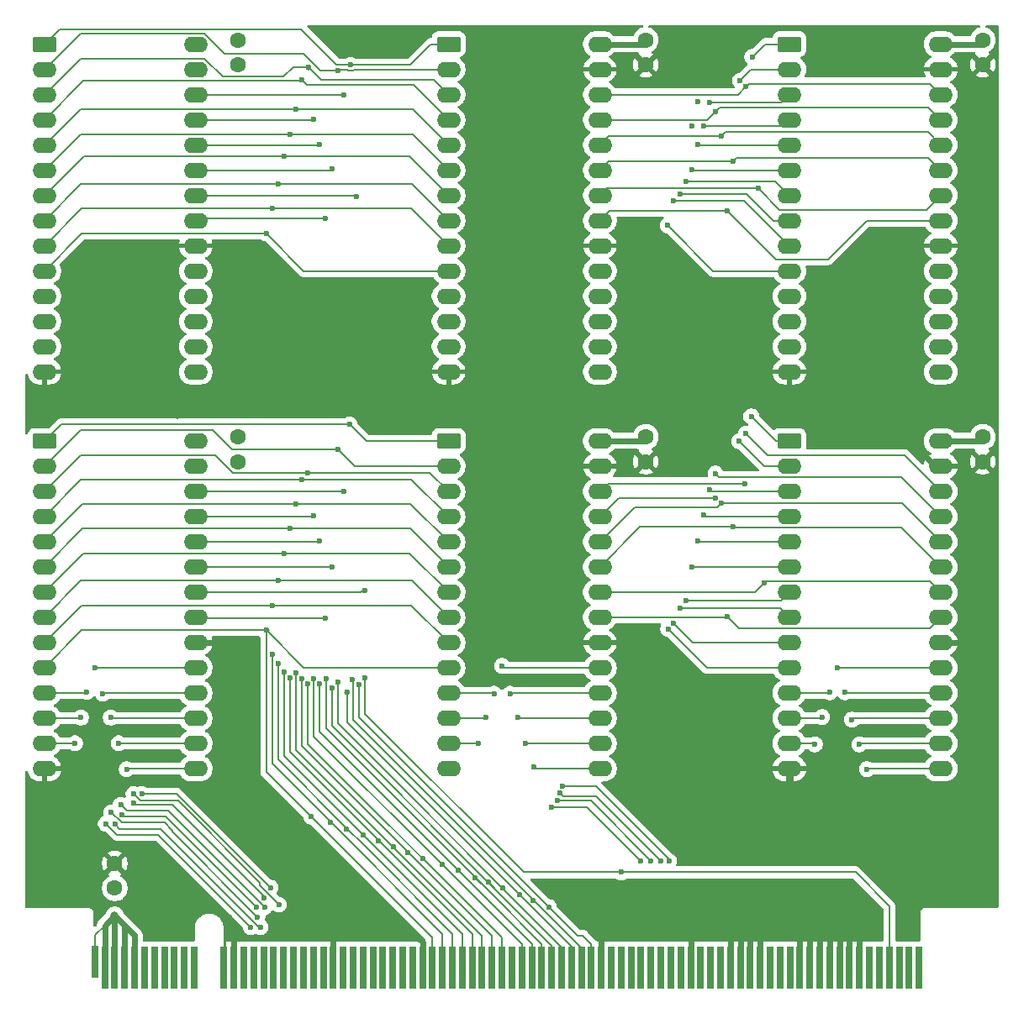
<source format=gbr>
%TF.GenerationSoftware,KiCad,Pcbnew,9.0.5*%
%TF.CreationDate,2025-11-19T18:14:37+02:00*%
%TF.ProjectId,core_3,636f7265-5f33-42e6-9b69-6361645f7063,rev?*%
%TF.SameCoordinates,Original*%
%TF.FileFunction,Copper,L2,Bot*%
%TF.FilePolarity,Positive*%
%FSLAX46Y46*%
G04 Gerber Fmt 4.6, Leading zero omitted, Abs format (unit mm)*
G04 Created by KiCad (PCBNEW 9.0.5) date 2025-11-19 18:14:37*
%MOMM*%
%LPD*%
G01*
G04 APERTURE LIST*
G04 Aperture macros list*
%AMRoundRect*
0 Rectangle with rounded corners*
0 $1 Rounding radius*
0 $2 $3 $4 $5 $6 $7 $8 $9 X,Y pos of 4 corners*
0 Add a 4 corners polygon primitive as box body*
4,1,4,$2,$3,$4,$5,$6,$7,$8,$9,$2,$3,0*
0 Add four circle primitives for the rounded corners*
1,1,$1+$1,$2,$3*
1,1,$1+$1,$4,$5*
1,1,$1+$1,$6,$7*
1,1,$1+$1,$8,$9*
0 Add four rect primitives between the rounded corners*
20,1,$1+$1,$2,$3,$4,$5,0*
20,1,$1+$1,$4,$5,$6,$7,0*
20,1,$1+$1,$6,$7,$8,$9,0*
20,1,$1+$1,$8,$9,$2,$3,0*%
G04 Aperture macros list end*
%TA.AperFunction,ComponentPad*%
%ADD10RoundRect,0.250000X-0.950000X-0.550000X0.950000X-0.550000X0.950000X0.550000X-0.950000X0.550000X0*%
%TD*%
%TA.AperFunction,ComponentPad*%
%ADD11O,2.400000X1.600000*%
%TD*%
%TA.AperFunction,ComponentPad*%
%ADD12C,1.600000*%
%TD*%
%TA.AperFunction,ConnectorPad*%
%ADD13R,0.700000X3.200000*%
%TD*%
%TA.AperFunction,ConnectorPad*%
%ADD14R,0.700000X4.300000*%
%TD*%
%TA.AperFunction,ViaPad*%
%ADD15C,0.600000*%
%TD*%
%TA.AperFunction,ViaPad*%
%ADD16C,0.800000*%
%TD*%
%TA.AperFunction,ViaPad*%
%ADD17C,1.000000*%
%TD*%
%TA.AperFunction,Conductor*%
%ADD18C,0.200000*%
%TD*%
%TA.AperFunction,Conductor*%
%ADD19C,0.600000*%
%TD*%
%TA.AperFunction,Conductor*%
%ADD20C,0.800000*%
%TD*%
G04 APERTURE END LIST*
D10*
%TO.P,TABLE4,1,A14*%
%TO.N,/STATE14*%
X96620000Y-95920000D03*
D11*
%TO.P,TABLE4,2,A12*%
%TO.N,/STATE12*%
X96620000Y-98460000D03*
%TO.P,TABLE4,3,A7*%
%TO.N,/STATE7*%
X96620000Y-101000000D03*
%TO.P,TABLE4,4,A6*%
%TO.N,/STATE6*%
X96620000Y-103540000D03*
%TO.P,TABLE4,5,A5*%
%TO.N,/STATE5*%
X96620000Y-106080000D03*
%TO.P,TABLE4,6,A4*%
%TO.N,/STATE4*%
X96620000Y-108620000D03*
%TO.P,TABLE4,7,A3*%
%TO.N,/STATE3*%
X96620000Y-111160000D03*
%TO.P,TABLE4,8,A2*%
%TO.N,/STATE2*%
X96620000Y-113700000D03*
%TO.P,TABLE4,9,A1*%
%TO.N,/STATE1*%
X96620000Y-116240000D03*
%TO.P,TABLE4,10,A0*%
%TO.N,/STATE0*%
X96620000Y-118780000D03*
%TO.P,TABLE4,11,D0*%
%TO.N,/R3*%
X96620000Y-121320000D03*
%TO.P,TABLE4,12,D1*%
%TO.N,/R2*%
X96620000Y-123860000D03*
%TO.P,TABLE4,13,D2*%
%TO.N,/R1*%
X96620000Y-126400000D03*
%TO.P,TABLE4,14,GND*%
%TO.N,GND*%
X96620000Y-128940000D03*
%TO.P,TABLE4,15,D3*%
%TO.N,/ALUS1*%
X111860000Y-128940000D03*
%TO.P,TABLE4,16,D4*%
%TO.N,/ALUS0*%
X111860000Y-126400000D03*
%TO.P,TABLE4,17,D5*%
%TO.N,/PCIncrement*%
X111860000Y-123860000D03*
%TO.P,TABLE4,18,D6*%
%TO.N,/~{Halt}*%
X111860000Y-121320000D03*
%TO.P,TABLE4,19,D7*%
%TO.N,/~{SCClear}*%
X111860000Y-118780000D03*
%TO.P,TABLE4,20,~{CS}*%
%TO.N,GND*%
X111860000Y-116240000D03*
%TO.P,TABLE4,21,A10*%
%TO.N,/STATE10*%
X111860000Y-113700000D03*
%TO.P,TABLE4,22,~{OE}*%
%TO.N,/STATE16*%
X111860000Y-111160000D03*
%TO.P,TABLE4,23,A11*%
%TO.N,/STATE11*%
X111860000Y-108620000D03*
%TO.P,TABLE4,24,A9*%
%TO.N,/STATE9*%
X111860000Y-106080000D03*
%TO.P,TABLE4,25,A8*%
%TO.N,/STATE8*%
X111860000Y-103540000D03*
%TO.P,TABLE4,26,A13*%
%TO.N,/STATE13*%
X111860000Y-101000000D03*
%TO.P,TABLE4,27,~{WE}*%
%TO.N,GND*%
X111860000Y-98460000D03*
%TO.P,TABLE4,28,VCC*%
%TO.N,VCC*%
X111860000Y-95920000D03*
%TD*%
D10*
%TO.P,TABLE5,1,A14*%
%TO.N,/STATE14*%
X130932207Y-55920000D03*
D11*
%TO.P,TABLE5,2,A12*%
%TO.N,/STATE12*%
X130932207Y-58460000D03*
%TO.P,TABLE5,3,A7*%
%TO.N,/STATE7*%
X130932207Y-61000000D03*
%TO.P,TABLE5,4,A6*%
%TO.N,/STATE6*%
X130932207Y-63540000D03*
%TO.P,TABLE5,5,A5*%
%TO.N,/STATE5*%
X130932207Y-66080000D03*
%TO.P,TABLE5,6,A4*%
%TO.N,/STATE4*%
X130932207Y-68620000D03*
%TO.P,TABLE5,7,A3*%
%TO.N,/STATE3*%
X130932207Y-71160000D03*
%TO.P,TABLE5,8,A2*%
%TO.N,/STATE2*%
X130932207Y-73700000D03*
%TO.P,TABLE5,9,A1*%
%TO.N,/STATE1*%
X130932207Y-76240000D03*
%TO.P,TABLE5,10,A0*%
%TO.N,/STATE0*%
X130932207Y-78780000D03*
%TO.P,TABLE5,11,D0*%
%TO.N,/SPDecrement*%
X130932207Y-81320000D03*
%TO.P,TABLE5,12,D1*%
%TO.N,/ALUS3*%
X130932207Y-83860000D03*
%TO.P,TABLE5,13,D2*%
%TO.N,/ALUS2*%
X130932207Y-86400000D03*
%TO.P,TABLE5,14,GND*%
%TO.N,GND*%
X130932207Y-88940000D03*
%TO.P,TABLE5,15,D3*%
%TO.N,/R4*%
X146172207Y-88940000D03*
%TO.P,TABLE5,16,D4*%
%TO.N,/L4*%
X146172207Y-86400000D03*
%TO.P,TABLE5,17,D5*%
%TO.N,/AccumShiftRight*%
X146172207Y-83860000D03*
%TO.P,TABLE5,18,D6*%
%TO.N,/AccumShiftLeft*%
X146172207Y-81320000D03*
%TO.P,TABLE5,19,D7*%
%TO.N,/SPIncrement*%
X146172207Y-78780000D03*
%TO.P,TABLE5,20,~{CS}*%
%TO.N,GND*%
X146172207Y-76240000D03*
%TO.P,TABLE5,21,A10*%
%TO.N,/STATE10*%
X146172207Y-73700000D03*
%TO.P,TABLE5,22,~{OE}*%
%TO.N,/STATE15*%
X146172207Y-71160000D03*
%TO.P,TABLE5,23,A11*%
%TO.N,/STATE11*%
X146172207Y-68620000D03*
%TO.P,TABLE5,24,A9*%
%TO.N,/STATE9*%
X146172207Y-66080000D03*
%TO.P,TABLE5,25,A8*%
%TO.N,/STATE8*%
X146172207Y-63540000D03*
%TO.P,TABLE5,26,A13*%
%TO.N,/STATE13*%
X146172207Y-61000000D03*
%TO.P,TABLE5,27,~{WE}*%
%TO.N,GND*%
X146172207Y-58460000D03*
%TO.P,TABLE5,28,VCC*%
%TO.N,VCC*%
X146172207Y-55920000D03*
%TD*%
D12*
%TO.P,C4,1*%
%TO.N,VCC*%
X116480000Y-95500000D03*
%TO.P,C4,2*%
%TO.N,GND*%
X116480000Y-98000000D03*
%TD*%
D10*
%TO.P,TABLE6,1,A14*%
%TO.N,/STATE14*%
X130932207Y-95920000D03*
D11*
%TO.P,TABLE6,2,A12*%
%TO.N,/STATE12*%
X130932207Y-98460000D03*
%TO.P,TABLE6,3,A7*%
%TO.N,/STATE7*%
X130932207Y-101000000D03*
%TO.P,TABLE6,4,A6*%
%TO.N,/STATE6*%
X130932207Y-103540000D03*
%TO.P,TABLE6,5,A5*%
%TO.N,/STATE5*%
X130932207Y-106080000D03*
%TO.P,TABLE6,6,A4*%
%TO.N,/STATE4*%
X130932207Y-108620000D03*
%TO.P,TABLE6,7,A3*%
%TO.N,/STATE3*%
X130932207Y-111160000D03*
%TO.P,TABLE6,8,A2*%
%TO.N,/STATE2*%
X130932207Y-113700000D03*
%TO.P,TABLE6,9,A1*%
%TO.N,/STATE1*%
X130932207Y-116240000D03*
%TO.P,TABLE6,10,A0*%
%TO.N,/STATE0*%
X130932207Y-118780000D03*
%TO.P,TABLE6,11,D0*%
%TO.N,/SPDecrement*%
X130932207Y-121320000D03*
%TO.P,TABLE6,12,D1*%
%TO.N,/ALUS3*%
X130932207Y-123860000D03*
%TO.P,TABLE6,13,D2*%
%TO.N,/ALUS2*%
X130932207Y-126400000D03*
%TO.P,TABLE6,14,GND*%
%TO.N,GND*%
X130932207Y-128940000D03*
%TO.P,TABLE6,15,D3*%
%TO.N,/R4*%
X146172207Y-128940000D03*
%TO.P,TABLE6,16,D4*%
%TO.N,/L4*%
X146172207Y-126400000D03*
%TO.P,TABLE6,17,D5*%
%TO.N,/AccumShiftRight*%
X146172207Y-123860000D03*
%TO.P,TABLE6,18,D6*%
%TO.N,/AccumShiftLeft*%
X146172207Y-121320000D03*
%TO.P,TABLE6,19,D7*%
%TO.N,/SPIncrement*%
X146172207Y-118780000D03*
%TO.P,TABLE6,20,~{CS}*%
%TO.N,GND*%
X146172207Y-116240000D03*
%TO.P,TABLE6,21,A10*%
%TO.N,/STATE10*%
X146172207Y-113700000D03*
%TO.P,TABLE6,22,~{OE}*%
%TO.N,/STATE16*%
X146172207Y-111160000D03*
%TO.P,TABLE6,23,A11*%
%TO.N,/STATE11*%
X146172207Y-108620000D03*
%TO.P,TABLE6,24,A9*%
%TO.N,/STATE9*%
X146172207Y-106080000D03*
%TO.P,TABLE6,25,A8*%
%TO.N,/STATE8*%
X146172207Y-103540000D03*
%TO.P,TABLE6,26,A13*%
%TO.N,/STATE13*%
X146172207Y-101000000D03*
%TO.P,TABLE6,27,~{WE}*%
%TO.N,GND*%
X146172207Y-98460000D03*
%TO.P,TABLE6,28,VCC*%
%TO.N,VCC*%
X146172207Y-95920000D03*
%TD*%
D12*
%TO.P,C5,1*%
%TO.N,VCC*%
X150412207Y-55500000D03*
%TO.P,C5,2*%
%TO.N,GND*%
X150412207Y-58000000D03*
%TD*%
D10*
%TO.P,TABLE1,1,A14*%
%TO.N,/STATE14*%
X55913487Y-55920000D03*
D11*
%TO.P,TABLE1,2,A12*%
%TO.N,/STATE12*%
X55913487Y-58460000D03*
%TO.P,TABLE1,3,A7*%
%TO.N,/STATE7*%
X55913487Y-61000000D03*
%TO.P,TABLE1,4,A6*%
%TO.N,/STATE6*%
X55913487Y-63540000D03*
%TO.P,TABLE1,5,A5*%
%TO.N,/STATE5*%
X55913487Y-66080000D03*
%TO.P,TABLE1,6,A4*%
%TO.N,/STATE4*%
X55913487Y-68620000D03*
%TO.P,TABLE1,7,A3*%
%TO.N,/STATE3*%
X55913487Y-71160000D03*
%TO.P,TABLE1,8,A2*%
%TO.N,/STATE2*%
X55913487Y-73700000D03*
%TO.P,TABLE1,9,A1*%
%TO.N,/STATE1*%
X55913487Y-76240000D03*
%TO.P,TABLE1,10,A0*%
%TO.N,/STATE0*%
X55913487Y-78780000D03*
%TO.P,TABLE1,11,D0*%
%TO.N,/L2*%
X55913487Y-81320000D03*
%TO.P,TABLE1,12,D1*%
%TO.N,/L1*%
X55913487Y-83860000D03*
%TO.P,TABLE1,13,D2*%
%TO.N,/L0*%
X55913487Y-86400000D03*
%TO.P,TABLE1,14,GND*%
%TO.N,GND*%
X55913487Y-88940000D03*
%TO.P,TABLE1,15,D3*%
%TO.N,/R0*%
X71153487Y-88940000D03*
%TO.P,TABLE1,16,D4*%
%TO.N,/~{FlagsUpdate}*%
X71153487Y-86400000D03*
%TO.P,TABLE1,17,D5*%
%TO.N,/~{ALUCarryIn}*%
X71153487Y-83860000D03*
%TO.P,TABLE1,18,D6*%
%TO.N,/ALUM*%
X71153487Y-81320000D03*
%TO.P,TABLE1,19,D7*%
%TO.N,/L3*%
X71153487Y-78780000D03*
%TO.P,TABLE1,20,~{CS}*%
%TO.N,GND*%
X71153487Y-76240000D03*
%TO.P,TABLE1,21,A10*%
%TO.N,/STATE10*%
X71153487Y-73700000D03*
%TO.P,TABLE1,22,~{OE}*%
%TO.N,/STATE15*%
X71153487Y-71160000D03*
%TO.P,TABLE1,23,A11*%
%TO.N,/STATE11*%
X71153487Y-68620000D03*
%TO.P,TABLE1,24,A9*%
%TO.N,/STATE9*%
X71153487Y-66080000D03*
%TO.P,TABLE1,25,A8*%
%TO.N,/STATE8*%
X71153487Y-63540000D03*
%TO.P,TABLE1,26,A13*%
%TO.N,/STATE13*%
X71153487Y-61000000D03*
%TO.P,TABLE1,27,~{WE}*%
%TO.N,GND*%
X71153487Y-58460000D03*
%TO.P,TABLE1,28,VCC*%
%TO.N,VCC*%
X71153487Y-55920000D03*
%TD*%
D10*
%TO.P,TABLE3,1,A14*%
%TO.N,/STATE14*%
X96620000Y-55920000D03*
D11*
%TO.P,TABLE3,2,A12*%
%TO.N,/STATE12*%
X96620000Y-58460000D03*
%TO.P,TABLE3,3,A7*%
%TO.N,/STATE7*%
X96620000Y-61000000D03*
%TO.P,TABLE3,4,A6*%
%TO.N,/STATE6*%
X96620000Y-63540000D03*
%TO.P,TABLE3,5,A5*%
%TO.N,/STATE5*%
X96620000Y-66080000D03*
%TO.P,TABLE3,6,A4*%
%TO.N,/STATE4*%
X96620000Y-68620000D03*
%TO.P,TABLE3,7,A3*%
%TO.N,/STATE3*%
X96620000Y-71160000D03*
%TO.P,TABLE3,8,A2*%
%TO.N,/STATE2*%
X96620000Y-73700000D03*
%TO.P,TABLE3,9,A1*%
%TO.N,/STATE1*%
X96620000Y-76240000D03*
%TO.P,TABLE3,10,A0*%
%TO.N,/STATE0*%
X96620000Y-78780000D03*
%TO.P,TABLE3,11,D0*%
%TO.N,/R3*%
X96620000Y-81320000D03*
%TO.P,TABLE3,12,D1*%
%TO.N,/R2*%
X96620000Y-83860000D03*
%TO.P,TABLE3,13,D2*%
%TO.N,/R1*%
X96620000Y-86400000D03*
%TO.P,TABLE3,14,GND*%
%TO.N,GND*%
X96620000Y-88940000D03*
%TO.P,TABLE3,15,D3*%
%TO.N,/ALUS1*%
X111860000Y-88940000D03*
%TO.P,TABLE3,16,D4*%
%TO.N,/ALUS0*%
X111860000Y-86400000D03*
%TO.P,TABLE3,17,D5*%
%TO.N,/PCIncrement*%
X111860000Y-83860000D03*
%TO.P,TABLE3,18,D6*%
%TO.N,/~{Halt}*%
X111860000Y-81320000D03*
%TO.P,TABLE3,19,D7*%
%TO.N,/~{SCClear}*%
X111860000Y-78780000D03*
%TO.P,TABLE3,20,~{CS}*%
%TO.N,GND*%
X111860000Y-76240000D03*
%TO.P,TABLE3,21,A10*%
%TO.N,/STATE10*%
X111860000Y-73700000D03*
%TO.P,TABLE3,22,~{OE}*%
%TO.N,/STATE15*%
X111860000Y-71160000D03*
%TO.P,TABLE3,23,A11*%
%TO.N,/STATE11*%
X111860000Y-68620000D03*
%TO.P,TABLE3,24,A9*%
%TO.N,/STATE9*%
X111860000Y-66080000D03*
%TO.P,TABLE3,25,A8*%
%TO.N,/STATE8*%
X111860000Y-63540000D03*
%TO.P,TABLE3,26,A13*%
%TO.N,/STATE13*%
X111860000Y-61000000D03*
%TO.P,TABLE3,27,~{WE}*%
%TO.N,GND*%
X111860000Y-58460000D03*
%TO.P,TABLE3,28,VCC*%
%TO.N,VCC*%
X111860000Y-55920000D03*
%TD*%
D12*
%TO.P,C6,1*%
%TO.N,VCC*%
X150412207Y-95500000D03*
%TO.P,C6,2*%
%TO.N,GND*%
X150412207Y-98000000D03*
%TD*%
%TO.P,C7,1*%
%TO.N,VCC*%
X63000000Y-141000000D03*
%TO.P,C7,2*%
%TO.N,GND*%
X63000000Y-138500000D03*
%TD*%
D10*
%TO.P,TABLE2,1,A14*%
%TO.N,/STATE14*%
X55913487Y-95920000D03*
D11*
%TO.P,TABLE2,2,A12*%
%TO.N,/STATE12*%
X55913487Y-98460000D03*
%TO.P,TABLE2,3,A7*%
%TO.N,/STATE7*%
X55913487Y-101000000D03*
%TO.P,TABLE2,4,A6*%
%TO.N,/STATE6*%
X55913487Y-103540000D03*
%TO.P,TABLE2,5,A5*%
%TO.N,/STATE5*%
X55913487Y-106080000D03*
%TO.P,TABLE2,6,A4*%
%TO.N,/STATE4*%
X55913487Y-108620000D03*
%TO.P,TABLE2,7,A3*%
%TO.N,/STATE3*%
X55913487Y-111160000D03*
%TO.P,TABLE2,8,A2*%
%TO.N,/STATE2*%
X55913487Y-113700000D03*
%TO.P,TABLE2,9,A1*%
%TO.N,/STATE1*%
X55913487Y-116240000D03*
%TO.P,TABLE2,10,A0*%
%TO.N,/STATE0*%
X55913487Y-118780000D03*
%TO.P,TABLE2,11,D0*%
%TO.N,/L2*%
X55913487Y-121320000D03*
%TO.P,TABLE2,12,D1*%
%TO.N,/L1*%
X55913487Y-123860000D03*
%TO.P,TABLE2,13,D2*%
%TO.N,/L0*%
X55913487Y-126400000D03*
%TO.P,TABLE2,14,GND*%
%TO.N,GND*%
X55913487Y-128940000D03*
%TO.P,TABLE2,15,D3*%
%TO.N,/R0*%
X71153487Y-128940000D03*
%TO.P,TABLE2,16,D4*%
%TO.N,/~{FlagsUpdate}*%
X71153487Y-126400000D03*
%TO.P,TABLE2,17,D5*%
%TO.N,/~{ALUCarryIn}*%
X71153487Y-123860000D03*
%TO.P,TABLE2,18,D6*%
%TO.N,/ALUM*%
X71153487Y-121320000D03*
%TO.P,TABLE2,19,D7*%
%TO.N,/L3*%
X71153487Y-118780000D03*
%TO.P,TABLE2,20,~{CS}*%
%TO.N,GND*%
X71153487Y-116240000D03*
%TO.P,TABLE2,21,A10*%
%TO.N,/STATE10*%
X71153487Y-113700000D03*
%TO.P,TABLE2,22,~{OE}*%
%TO.N,/STATE16*%
X71153487Y-111160000D03*
%TO.P,TABLE2,23,A11*%
%TO.N,/STATE11*%
X71153487Y-108620000D03*
%TO.P,TABLE2,24,A9*%
%TO.N,/STATE9*%
X71153487Y-106080000D03*
%TO.P,TABLE2,25,A8*%
%TO.N,/STATE8*%
X71153487Y-103540000D03*
%TO.P,TABLE2,26,A13*%
%TO.N,/STATE13*%
X71153487Y-101000000D03*
%TO.P,TABLE2,27,~{WE}*%
%TO.N,GND*%
X71153487Y-98460000D03*
%TO.P,TABLE2,28,VCC*%
%TO.N,VCC*%
X71153487Y-95920000D03*
%TD*%
D12*
%TO.P,C1,1*%
%TO.N,VCC*%
X75393487Y-55500000D03*
%TO.P,C1,2*%
%TO.N,GND*%
X75393487Y-58000000D03*
%TD*%
D13*
%TO.P,BC2,A1,VCC*%
%TO.N,VCC*%
X61000000Y-148450000D03*
D14*
%TO.P,BC2,A2,VCC*%
X62000000Y-149000000D03*
%TO.P,BC2,A3,VCC*%
X63000000Y-149000000D03*
%TO.P,BC2,A4,VCC*%
X64000000Y-149000000D03*
%TO.P,BC2,A5,VCC*%
X65000000Y-149000000D03*
%TO.P,BC2,A6*%
%TO.N,N/C*%
X66000000Y-149000000D03*
%TO.P,BC2,A7*%
X67000000Y-149000000D03*
%TO.P,BC2,A8*%
X68000000Y-149000000D03*
%TO.P,BC2,A9*%
X69000000Y-149000000D03*
%TO.P,BC2,A10*%
X70000000Y-149000000D03*
%TO.P,BC2,A11*%
X71000000Y-149000000D03*
%TO.P,BC2,A12,GND*%
%TO.N,GND*%
X74000000Y-149000000D03*
%TO.P,BC2,A13,GND*%
X75000000Y-149000000D03*
%TO.P,BC2,A14,~{LMEM}*%
%TO.N,unconnected-(BC2-~{LMEM}-PadA14)*%
X76000000Y-149000000D03*
%TO.P,BC2,A15,LSPH*%
%TO.N,unconnected-(BC2-LSPH-PadA15)*%
X77000000Y-149000000D03*
%TO.P,BC2,A16,LSPL*%
%TO.N,unconnected-(BC2-LSPL-PadA16)*%
X78000000Y-149000000D03*
%TO.P,BC2,A17,LPCH*%
%TO.N,unconnected-(BC2-LPCH-PadA17)*%
X79000000Y-149000000D03*
%TO.P,BC2,A18,LPCL*%
%TO.N,unconnected-(BC2-LPCL-PadA18)*%
X80000000Y-149000000D03*
%TO.P,BC2,A19,~{LARGH}*%
%TO.N,unconnected-(BC2-~{LARGH}-PadA19)*%
X81000000Y-149000000D03*
%TO.P,BC2,A20,~{LARGL}*%
%TO.N,unconnected-(BC2-~{LARGL}-PadA20)*%
X82000000Y-149000000D03*
%TO.P,BC2,A21,~{LAC}*%
%TO.N,unconnected-(BC2-~{LAC}-PadA21)*%
X83000000Y-149000000D03*
%TO.P,BC2,A22,~{LXH}*%
%TO.N,unconnected-(BC2-~{LXH}-PadA22)*%
X84000000Y-149000000D03*
%TO.P,BC2,A23,GND*%
%TO.N,GND*%
X85000000Y-149000000D03*
%TO.P,BC2,A24,~{LYL}*%
%TO.N,unconnected-(BC2-~{LYL}-PadA24)*%
X86000000Y-149000000D03*
%TO.P,BC2,A25,~{LYH}*%
%TO.N,unconnected-(BC2-~{LYH}-PadA25)*%
X87000000Y-149000000D03*
%TO.P,BC2,A26,~{LZL}*%
%TO.N,unconnected-(BC2-~{LZL}-PadA26)*%
X88000000Y-149000000D03*
%TO.P,BC2,A27,~{LZH}*%
%TO.N,unconnected-(BC2-~{LZH}-PadA27)*%
X89000000Y-149000000D03*
%TO.P,BC2,A28,~{LFR}*%
%TO.N,unconnected-(BC2-~{LFR}-PadA28)*%
X90000000Y-149000000D03*
%TO.P,BC2,A29,~{LINST}*%
%TO.N,unconnected-(BC2-~{LINST}-PadA29)*%
X91000000Y-149000000D03*
%TO.P,BC2,A30,LADRH*%
%TO.N,unconnected-(BC2-LADRH-PadA30)*%
X92000000Y-149000000D03*
%TO.P,BC2,A31,LADRL*%
%TO.N,unconnected-(BC2-LADRL-PadA31)*%
X93000000Y-149000000D03*
%TO.P,BC2,A32,GND*%
%TO.N,GND*%
X94000000Y-149000000D03*
%TO.P,BC2,A33,STATE0*%
%TO.N,/STATE0*%
X95000000Y-149000000D03*
%TO.P,BC2,A34,STATE1*%
%TO.N,/STATE1*%
X96000000Y-149000000D03*
%TO.P,BC2,A35,STATE2*%
%TO.N,/STATE2*%
X97000000Y-149000000D03*
%TO.P,BC2,A36,STATE3*%
%TO.N,/STATE3*%
X98000000Y-149000000D03*
%TO.P,BC2,A37,STATE4*%
%TO.N,/STATE4*%
X99000000Y-149000000D03*
%TO.P,BC2,A38,STATE5*%
%TO.N,/STATE5*%
X100000000Y-149000000D03*
%TO.P,BC2,A39,STATE6*%
%TO.N,/STATE6*%
X101000000Y-149000000D03*
%TO.P,BC2,A40,STATE7*%
%TO.N,/STATE7*%
X102000000Y-149000000D03*
%TO.P,BC2,A41*%
%TO.N,N/C*%
X103000000Y-149000000D03*
%TO.P,BC2,A42,STATE8*%
%TO.N,/STATE8*%
X104000000Y-149000000D03*
%TO.P,BC2,A43,STATE9*%
%TO.N,/STATE9*%
X105000000Y-149000000D03*
%TO.P,BC2,A44,STATE10*%
%TO.N,/STATE10*%
X106000000Y-149000000D03*
%TO.P,BC2,A45,STATE11*%
%TO.N,/STATE11*%
X107000000Y-149000000D03*
%TO.P,BC2,A46,STATE12*%
%TO.N,/STATE12*%
X108000000Y-149000000D03*
%TO.P,BC2,A47,STATE13*%
%TO.N,/STATE13*%
X109000000Y-149000000D03*
%TO.P,BC2,A48,STATE14*%
%TO.N,/STATE14*%
X110000000Y-149000000D03*
%TO.P,BC2,A49,STATE15*%
%TO.N,/STATE15*%
X111000000Y-149000000D03*
%TO.P,BC2,A50,GND*%
%TO.N,GND*%
X112000000Y-149000000D03*
%TO.P,BC2,A51,DATA0*%
%TO.N,unconnected-(BC2-DATA0-PadA51)*%
X113000000Y-149000000D03*
%TO.P,BC2,A52,DATA1*%
%TO.N,unconnected-(BC2-DATA1-PadA52)*%
X114000000Y-149000000D03*
%TO.P,BC2,A53,DATA2*%
%TO.N,unconnected-(BC2-DATA2-PadA53)*%
X115000000Y-149000000D03*
%TO.P,BC2,A54,DATA3*%
%TO.N,unconnected-(BC2-DATA3-PadA54)*%
X116000000Y-149000000D03*
%TO.P,BC2,A55,DATA4*%
%TO.N,unconnected-(BC2-DATA4-PadA55)*%
X117000000Y-149000000D03*
%TO.P,BC2,A56,DATA5*%
%TO.N,unconnected-(BC2-DATA5-PadA56)*%
X118000000Y-149000000D03*
%TO.P,BC2,A57,DATA6*%
%TO.N,unconnected-(BC2-DATA6-PadA57)*%
X119000000Y-149000000D03*
%TO.P,BC2,A58,DATA7*%
%TO.N,unconnected-(BC2-DATA7-PadA58)*%
X120000000Y-149000000D03*
%TO.P,BC2,A59,GND*%
%TO.N,GND*%
X121000000Y-149000000D03*
%TO.P,BC2,A60,ALUZO*%
%TO.N,unconnected-(BC2-ALUZO-PadA60)*%
X122000000Y-149000000D03*
%TO.P,BC2,A61,~{ALUCO}*%
%TO.N,unconnected-(BC2-~{ALUCO}-PadA61)*%
X123000000Y-149000000D03*
%TO.P,BC2,A62,ALUSO*%
%TO.N,unconnected-(BC2-ALUSO-PadA62)*%
X124000000Y-149000000D03*
%TO.P,BC2,A63,GND*%
%TO.N,GND*%
X125000000Y-149000000D03*
%TO.P,BC2,A64,GND*%
X126000000Y-149000000D03*
%TO.P,BC2,A65,GND*%
X127000000Y-149000000D03*
%TO.P,BC2,A66,GND*%
X128000000Y-149000000D03*
%TO.P,BC2,A67,INTREQ*%
%TO.N,unconnected-(BC2-INTREQ-PadA67)*%
X129000000Y-149000000D03*
%TO.P,BC2,A68,~{WAIT}*%
%TO.N,unconnected-(BC2-~{WAIT}-PadA68)*%
X130000000Y-149000000D03*
%TO.P,BC2,A69,RESET*%
%TO.N,unconnected-(BC2-RESET-PadA69)*%
X131000000Y-149000000D03*
%TO.P,BC2,A70,GND*%
%TO.N,GND*%
X132000000Y-149000000D03*
%TO.P,BC2,A71,GND*%
X133000000Y-149000000D03*
%TO.P,BC2,A72,GND*%
X134000000Y-149000000D03*
%TO.P,BC2,A73,GND*%
X135000000Y-149000000D03*
%TO.P,BC2,A74,GND*%
X136000000Y-149000000D03*
%TO.P,BC2,A75,GND*%
X137000000Y-149000000D03*
%TO.P,BC2,A76,GND*%
X138000000Y-149000000D03*
%TO.P,BC2,A77*%
%TO.N,N/C*%
X139000000Y-149000000D03*
%TO.P,BC2,A78*%
X140000000Y-149000000D03*
%TO.P,BC2,A79,STATE16*%
%TO.N,/STATE16*%
X141000000Y-149000000D03*
%TO.P,BC2,A80*%
%TO.N,N/C*%
X142000000Y-149000000D03*
%TO.P,BC2,A81*%
X143000000Y-149000000D03*
%TO.P,BC2,A82*%
X144000000Y-149000000D03*
%TD*%
D12*
%TO.P,C2,1*%
%TO.N,VCC*%
X75393487Y-95500000D03*
%TO.P,C2,2*%
%TO.N,GND*%
X75393487Y-98000000D03*
%TD*%
%TO.P,C3,1*%
%TO.N,VCC*%
X116480000Y-55500000D03*
%TO.P,C3,2*%
%TO.N,GND*%
X116480000Y-58000000D03*
%TD*%
D15*
%TO.N,/AccumShiftLeft*%
X136500000Y-121250000D03*
%TO.N,/ALUS3*%
X134250000Y-123750000D03*
D16*
%TO.N,GND*%
X77400000Y-76400000D03*
X75400000Y-116400000D03*
D17*
X138000000Y-145500000D03*
D16*
X69300000Y-93300000D03*
D15*
X85000000Y-146200000D03*
D17*
X134000000Y-142500000D03*
X133200000Y-137400000D03*
D15*
X93750000Y-146200000D03*
D17*
X77000000Y-129000000D03*
D16*
X112000000Y-145250000D03*
X74500000Y-144000000D03*
D17*
X120700000Y-143900000D03*
X130750000Y-143750000D03*
D15*
%TO.N,/L4*%
X138000000Y-126500000D03*
D16*
%TO.N,VCC*%
X63000000Y-143750000D03*
D15*
%TO.N,/STATE2*%
X79450000Y-110000000D03*
X86300000Y-135000000D03*
X119900000Y-71050000D03*
X119901000Y-112800000D03*
X79450000Y-118400000D03*
X79450000Y-70000000D03*
%TO.N,/STATE16*%
X114000000Y-139400000D03*
X128400000Y-110200000D03*
X88200000Y-119800000D03*
X88200000Y-111000000D03*
%TO.N,/AccumShiftRight*%
X137250000Y-124000000D03*
%TO.N,/R0*%
X78666365Y-140933635D03*
X65716365Y-131483635D03*
X64200000Y-129000000D03*
%TO.N,/STATE5*%
X91048528Y-136800000D03*
X81250000Y-102250000D03*
X121700000Y-106000000D03*
X121700000Y-66000000D03*
X81251000Y-119271987D03*
X81250000Y-62500000D03*
X121700000Y-61700000D03*
%TO.N,/L1*%
X63026495Y-134573497D03*
X77675735Y-144924265D03*
X59600000Y-123800000D03*
%TO.N,/R1*%
X99600000Y-126400000D03*
%TO.N,/R4*%
X138750000Y-129000000D03*
%TO.N,/R2*%
X100400000Y-123800000D03*
%TO.N,/STATE8*%
X83050000Y-63500000D03*
X123500000Y-62700000D03*
X83057621Y-119879620D03*
X123500000Y-101670849D03*
X83050000Y-103500000D03*
X123500000Y-99200000D03*
X95975000Y-138625000D03*
%TO.N,/ALUS2*%
X133500000Y-126500000D03*
%TO.N,/STATE0*%
X78250000Y-75000000D03*
X118734748Y-114865122D03*
X78250000Y-115000000D03*
X82800000Y-133800000D03*
X118700000Y-74200000D03*
%TO.N,/ALUS0*%
X107852983Y-131441051D03*
X104400000Y-126400000D03*
X118000000Y-138250000D03*
%TO.N,/L2*%
X62650763Y-133349236D03*
X60200000Y-121200000D03*
X77380367Y-143891698D03*
%TO.N,/~{ALUCarryIn}*%
X62600000Y-123800000D03*
X78017128Y-141982872D03*
X64919280Y-132385022D03*
%TO.N,/~{SCClear}*%
X102000000Y-118600000D03*
%TO.N,/SPIncrement*%
X135750000Y-118750000D03*
%TO.N,/STATE1*%
X78850000Y-117400000D03*
X84700000Y-134400000D03*
X78850000Y-72500000D03*
X78850000Y-112500000D03*
X119300000Y-71700000D03*
X119301000Y-114300000D03*
%TO.N,/STATE7*%
X122900000Y-61800000D03*
X94048527Y-138000000D03*
X82450000Y-99114682D03*
X82500000Y-58250000D03*
X82450000Y-120400000D03*
X122900000Y-100800000D03*
%TO.N,/STATE9*%
X97550735Y-139200000D03*
X83650000Y-66000000D03*
X124100000Y-65200000D03*
X83658621Y-120407634D03*
X124100000Y-102200000D03*
X83650000Y-106000000D03*
%TO.N,/~{FlagsUpdate}*%
X79542100Y-142657900D03*
X63400000Y-126400000D03*
X64900735Y-131499265D03*
%TO.N,/L0*%
X59000000Y-126400000D03*
X62102234Y-134497766D03*
X76706990Y-144916794D03*
%TO.N,/ALUM*%
X78092864Y-142907136D03*
X61800000Y-121400000D03*
X63600000Y-132600000D03*
%TO.N,/STATE15*%
X87350000Y-71250000D03*
X106700000Y-142900000D03*
X127800000Y-70450000D03*
X87600000Y-120450000D03*
%TO.N,/SPDecrement*%
X135000000Y-121250000D03*
%TO.N,/~{Halt}*%
X107000000Y-132800000D03*
X102800000Y-121400000D03*
X116000000Y-138250000D03*
%TO.N,/STATE12*%
X125900000Y-95950000D03*
X102048527Y-141000000D03*
X85457621Y-120257621D03*
X85500000Y-58600000D03*
X125950000Y-59600000D03*
X85450000Y-96750000D03*
%TO.N,/STATE3*%
X80050000Y-67250000D03*
X88000000Y-135600000D03*
X120502000Y-112000000D03*
X80050000Y-107250000D03*
X120500000Y-69729151D03*
X80050000Y-119200000D03*
%TO.N,/R3*%
X101200000Y-121400000D03*
%TO.N,/L3*%
X61000000Y-118800000D03*
X63730436Y-133578965D03*
X77268599Y-142931401D03*
%TO.N,/STATE6*%
X81850000Y-119870849D03*
X81850000Y-99800000D03*
X81844459Y-59477196D03*
X122300000Y-103400000D03*
X92475735Y-137400000D03*
X122300000Y-64140000D03*
%TO.N,/STATE10*%
X84250000Y-113750000D03*
X84257621Y-119877351D03*
X99275735Y-139924265D03*
X84250000Y-73500000D03*
X124700000Y-72700000D03*
X124700000Y-113600000D03*
%TO.N,/PCIncrement*%
X117000000Y-138250000D03*
X107600000Y-132200000D03*
X103600000Y-123800000D03*
%TO.N,/STATE4*%
X80650000Y-65000000D03*
X89575735Y-136224265D03*
X80650000Y-119800000D03*
X121102000Y-108600000D03*
X121100000Y-64200000D03*
X80650000Y-104750000D03*
X121100000Y-68600000D03*
%TO.N,/STATE11*%
X84850000Y-68500000D03*
X125300000Y-104600000D03*
X125300000Y-67700000D03*
X100599997Y-140400000D03*
X84850000Y-108620000D03*
X84857621Y-120800000D03*
%TO.N,/STATE14*%
X127100000Y-93450000D03*
X105150527Y-142200000D03*
X127200000Y-57200000D03*
X86750000Y-58000000D03*
X86959998Y-119969998D03*
X86650000Y-94250000D03*
%TO.N,/STATE13*%
X86400000Y-121200000D03*
X126550000Y-60200000D03*
X103751000Y-141649000D03*
X86050000Y-101000000D03*
X126500000Y-100200000D03*
X86100000Y-61000000D03*
X126550000Y-95200000D03*
%TO.N,/ALUS1*%
X108105966Y-130682102D03*
X105200000Y-128800000D03*
X118800003Y-138250000D03*
%TD*%
D18*
%TO.N,/AccumShiftLeft*%
X136570000Y-121320000D02*
X136500000Y-121250000D01*
X146172207Y-121320000D02*
X136570000Y-121320000D01*
%TO.N,/ALUS3*%
X134220000Y-123750000D02*
X134110000Y-123860000D01*
X134250000Y-123750000D02*
X134220000Y-123750000D01*
X134110000Y-123860000D02*
X130932207Y-123860000D01*
D19*
%TO.N,GND*%
X136000000Y-145700000D02*
X135200000Y-144900000D01*
X120700000Y-143900000D02*
X119350000Y-145250000D01*
X138000000Y-149000000D02*
X138000000Y-145500000D01*
X137000000Y-149000000D02*
X137000000Y-145400000D01*
X133000000Y-145600000D02*
X133500000Y-145100000D01*
X75000000Y-144500000D02*
X74500000Y-144000000D01*
X75000000Y-149000000D02*
X75000000Y-144500000D01*
X127000000Y-149000000D02*
X127000000Y-145700000D01*
D18*
X74051000Y-144449000D02*
X74051000Y-149000000D01*
D20*
X130932207Y-128940000D02*
X130932207Y-135132207D01*
D19*
X71153487Y-116240000D02*
X75240000Y-116240000D01*
X148990000Y-116240000D02*
X149000000Y-116250000D01*
X125000000Y-146000000D02*
X124900000Y-145900000D01*
X145660000Y-98460000D02*
X143600000Y-96400000D01*
X94000000Y-149000000D02*
X94000000Y-146450000D01*
X132000000Y-149000000D02*
X132000000Y-145000000D01*
X146172207Y-98460000D02*
X145660000Y-98460000D01*
X121000000Y-149000000D02*
X121000000Y-144200000D01*
X135000000Y-145100000D02*
X135200000Y-144900000D01*
X133000000Y-149000000D02*
X133000000Y-145600000D01*
X121000000Y-144200000D02*
X120700000Y-143900000D01*
X126000000Y-149000000D02*
X126000000Y-145800000D01*
X137000000Y-145400000D02*
X137100000Y-145300000D01*
X135000000Y-149000000D02*
X135000000Y-145100000D01*
X134000000Y-149000000D02*
X134000000Y-145600000D01*
X134000000Y-145600000D02*
X133500000Y-145100000D01*
X146172207Y-116240000D02*
X148990000Y-116240000D01*
D18*
X74500000Y-144000000D02*
X74051000Y-144449000D01*
D19*
X85000000Y-149000000D02*
X85000000Y-146200000D01*
X75240000Y-116240000D02*
X75400000Y-116400000D01*
X128000000Y-145600000D02*
X128100000Y-145500000D01*
D20*
X130932207Y-135132207D02*
X133200000Y-137400000D01*
D19*
X136000000Y-149000000D02*
X136000000Y-145700000D01*
X132000000Y-145000000D02*
X130750000Y-143750000D01*
X112000000Y-149000000D02*
X112000000Y-145250000D01*
X94000000Y-146450000D02*
X93750000Y-146200000D01*
X125000000Y-149000000D02*
X125000000Y-146000000D01*
X128000000Y-149000000D02*
X128000000Y-145600000D01*
X119350000Y-145250000D02*
X112000000Y-145250000D01*
D18*
%TO.N,/L4*%
X138100000Y-126400000D02*
X138000000Y-126500000D01*
X146172207Y-126400000D02*
X138100000Y-126400000D01*
D19*
%TO.N,VCC*%
X149992207Y-95920000D02*
X150412207Y-95500000D01*
X62000000Y-149000000D02*
X62000000Y-144750000D01*
X111860000Y-95920000D02*
X116060000Y-95920000D01*
X149992207Y-55920000D02*
X150412207Y-55500000D01*
X62000000Y-144750000D02*
X63000000Y-143750000D01*
X64000000Y-149000000D02*
X64000000Y-144750000D01*
X111860000Y-55920000D02*
X116060000Y-55920000D01*
X116060000Y-55920000D02*
X116480000Y-55500000D01*
X116060000Y-95920000D02*
X116480000Y-95500000D01*
X65000000Y-149000000D02*
X65000000Y-145750000D01*
D18*
X61000000Y-145750000D02*
X62000000Y-144750000D01*
X61000000Y-148450000D02*
X61000000Y-145750000D01*
D19*
X63000000Y-149000000D02*
X63000000Y-143750000D01*
X64000000Y-144750000D02*
X63000000Y-143750000D01*
X65000000Y-145750000D02*
X63000000Y-143750000D01*
X146172207Y-95920000D02*
X149992207Y-95920000D01*
X146172207Y-55920000D02*
X149992207Y-55920000D01*
D18*
%TO.N,/STATE2*%
X86325000Y-134925000D02*
X88000000Y-136600000D01*
X86300000Y-135000000D02*
X86300000Y-134950000D01*
X79250000Y-110000000D02*
X59613487Y-110000000D01*
X129300000Y-73700000D02*
X126650000Y-71050000D01*
X59613487Y-70000000D02*
X79450000Y-70000000D01*
X96620000Y-113700000D02*
X92920000Y-110000000D01*
X96620000Y-73700000D02*
X92920000Y-70000000D01*
X130032207Y-112800000D02*
X119901000Y-112800000D01*
X79250000Y-110000000D02*
X79450000Y-110000000D01*
X86300000Y-134950000D02*
X86325000Y-134925000D01*
X130932207Y-113700000D02*
X130032207Y-112800000D01*
X59613487Y-110000000D02*
X55913487Y-113700000D01*
X92920000Y-110000000D02*
X79450000Y-110000000D01*
X92920000Y-70000000D02*
X79450000Y-70000000D01*
X79450000Y-128050000D02*
X86325000Y-134925000D01*
X79450000Y-118400000D02*
X79450000Y-128050000D01*
X55913487Y-73700000D02*
X59613487Y-70000000D01*
X88000000Y-136600000D02*
X97000000Y-145600000D01*
X126650000Y-71050000D02*
X119900000Y-71050000D01*
X130932207Y-73700000D02*
X129300000Y-73700000D01*
X97000000Y-145600000D02*
X97000000Y-149000000D01*
%TO.N,/STATE16*%
X104200000Y-139400000D02*
X137600000Y-139400000D01*
X128541000Y-110059000D02*
X128400000Y-110200000D01*
X88200000Y-119800000D02*
X88200000Y-123400000D01*
X87950000Y-111000000D02*
X87790000Y-111160000D01*
X88200000Y-111000000D02*
X87950000Y-111000000D01*
X145071207Y-110059000D02*
X128541000Y-110059000D01*
X137600000Y-139400000D02*
X141000000Y-142800000D01*
X111860000Y-111160000D02*
X127440000Y-111160000D01*
X88200000Y-123400000D02*
X104200000Y-139400000D01*
X127440000Y-111160000D02*
X128400000Y-110200000D01*
X87790000Y-111160000D02*
X71153487Y-111160000D01*
X146172207Y-111160000D02*
X145071207Y-110059000D01*
X141000000Y-142800000D02*
X141000000Y-149000000D01*
%TO.N,/AccumShiftRight*%
X137390000Y-123860000D02*
X137250000Y-124000000D01*
X146172207Y-123860000D02*
X137390000Y-123860000D01*
%TO.N,/R0*%
X71153487Y-128940000D02*
X64260000Y-128940000D01*
X64260000Y-128940000D02*
X64200000Y-129000000D01*
X65716365Y-131483635D02*
X69216365Y-131483635D01*
X69216365Y-131483635D02*
X78666365Y-140933635D01*
%TO.N,/STATE5*%
X121639000Y-61639000D02*
X121700000Y-61700000D01*
X59743487Y-102250000D02*
X81250000Y-102250000D01*
X59554487Y-62439000D02*
X81189000Y-62439000D01*
X130932207Y-66080000D02*
X121780000Y-66080000D01*
X121780000Y-106080000D02*
X121700000Y-106000000D01*
X100000000Y-145800000D02*
X100000000Y-149000000D01*
X81250000Y-127050000D02*
X100000000Y-145800000D01*
X55913487Y-66080000D02*
X59554487Y-62439000D01*
X130932207Y-106080000D02*
X121780000Y-106080000D01*
X96620000Y-66080000D02*
X93040000Y-62500000D01*
X81251000Y-119271987D02*
X81250000Y-119272987D01*
X81250000Y-119272987D02*
X81250000Y-127050000D01*
X55913487Y-106080000D02*
X59743487Y-102250000D01*
X93040000Y-62500000D02*
X81250000Y-62500000D01*
X96620000Y-106080000D02*
X92790000Y-102250000D01*
X81189000Y-62439000D02*
X81250000Y-62500000D01*
X121780000Y-66080000D02*
X121700000Y-66000000D01*
X92790000Y-102250000D02*
X81250000Y-102250000D01*
%TO.N,/L1*%
X77562991Y-144924265D02*
X77675735Y-144924265D01*
X63452998Y-135000000D02*
X66000000Y-135000000D01*
X63026495Y-134573497D02*
X63452998Y-135000000D01*
X59540000Y-123860000D02*
X59600000Y-123800000D01*
X66000000Y-135000000D02*
X67638726Y-135000000D01*
X67638726Y-135000000D02*
X77562991Y-144924265D01*
X55913487Y-123860000D02*
X59540000Y-123860000D01*
%TO.N,/R1*%
X96620000Y-126400000D02*
X99600000Y-126400000D01*
%TO.N,/R4*%
X138810000Y-128940000D02*
X138750000Y-129000000D01*
X146172207Y-128940000D02*
X138810000Y-128940000D01*
%TO.N,/R2*%
X96620000Y-123860000D02*
X100340000Y-123860000D01*
X100340000Y-123860000D02*
X100400000Y-123800000D01*
%TO.N,/STATE8*%
X123861000Y-99561000D02*
X123500000Y-99200000D01*
X83010000Y-63540000D02*
X83050000Y-63500000D01*
X83057621Y-122871736D02*
X83057621Y-125707621D01*
X104000000Y-146650000D02*
X104000000Y-149000000D01*
X123899000Y-62301000D02*
X123500000Y-62700000D01*
X71153487Y-103540000D02*
X83010000Y-103540000D01*
X113729151Y-101670849D02*
X123500000Y-101670849D01*
X111860000Y-103540000D02*
X113729151Y-101670849D01*
X144933207Y-62301000D02*
X123899000Y-62301000D01*
X146172207Y-103540000D02*
X142193207Y-99561000D01*
X122660000Y-63540000D02*
X123500000Y-62700000D01*
X83056621Y-122372850D02*
X83056621Y-122870736D01*
X95975000Y-138625000D02*
X104000000Y-146650000D01*
X83056621Y-122870736D02*
X83057621Y-122871736D01*
X83057621Y-122371850D02*
X83056621Y-122372850D01*
X71153487Y-63540000D02*
X83010000Y-63540000D01*
X146172207Y-63540000D02*
X144933207Y-62301000D01*
X111860000Y-63540000D02*
X122660000Y-63540000D01*
X83057621Y-125707621D02*
X95975000Y-138625000D01*
X142193207Y-99561000D02*
X123861000Y-99561000D01*
X83010000Y-103540000D02*
X83050000Y-103500000D01*
X83057621Y-119879620D02*
X83057621Y-122371850D01*
%TO.N,/ALUS2*%
X130932207Y-126400000D02*
X133400000Y-126400000D01*
X133400000Y-126400000D02*
X133500000Y-126500000D01*
%TO.N,/STATE0*%
X59693487Y-75000000D02*
X78250000Y-75000000D01*
X82030000Y-118780000D02*
X78250000Y-115000000D01*
X96620000Y-118780000D02*
X82030000Y-118780000D01*
X78500000Y-115000000D02*
X59693487Y-115000000D01*
X55913487Y-78780000D02*
X59693487Y-75000000D01*
X123280000Y-78780000D02*
X118700000Y-74200000D01*
X82800000Y-133800000D02*
X95000000Y-146000000D01*
X122649626Y-118780000D02*
X118734748Y-114865122D01*
X82030000Y-78780000D02*
X78250000Y-75000000D01*
X82800000Y-133800000D02*
X78250000Y-129250000D01*
X96620000Y-78780000D02*
X82030000Y-78780000D01*
X130932207Y-78780000D02*
X123280000Y-78780000D01*
X130932207Y-118780000D02*
X122649626Y-118780000D01*
X78250000Y-129250000D02*
X78250000Y-115000000D01*
X95000000Y-146000000D02*
X95000000Y-149000000D01*
X59693487Y-115000000D02*
X55913487Y-118780000D01*
%TO.N,/ALUS0*%
X111500000Y-131750000D02*
X108161932Y-131750000D01*
X111860000Y-126400000D02*
X104400000Y-126400000D01*
X108161932Y-131750000D02*
X107852983Y-131441051D01*
X118000000Y-138250000D02*
X111500000Y-131750000D01*
%TO.N,/L2*%
X68800000Y-135200000D02*
X68800000Y-135312745D01*
X63701527Y-134400000D02*
X66600000Y-134400000D01*
X68800000Y-135312745D02*
X77378953Y-143891698D01*
X68000000Y-134400000D02*
X68800000Y-135200000D01*
X62650763Y-133349236D02*
X63701527Y-134400000D01*
X60080000Y-121320000D02*
X60200000Y-121200000D01*
X66600000Y-134400000D02*
X68000000Y-134400000D01*
X55913487Y-121320000D02*
X60080000Y-121320000D01*
X77378953Y-143891698D02*
X77380367Y-143891698D01*
%TO.N,/~{ALUCarryIn}*%
X78017128Y-141779736D02*
X68838392Y-132601000D01*
X71153487Y-123860000D02*
X62660000Y-123860000D01*
X68838392Y-132601000D02*
X65135258Y-132601000D01*
X78017128Y-141982872D02*
X78017128Y-141779736D01*
X62660000Y-123860000D02*
X62600000Y-123800000D01*
X65135258Y-132601000D02*
X64919280Y-132385022D01*
%TO.N,/~{SCClear}*%
X102180000Y-118780000D02*
X102000000Y-118600000D01*
X111860000Y-118780000D02*
X102180000Y-118780000D01*
%TO.N,/SPIncrement*%
X146172207Y-118780000D02*
X135780000Y-118780000D01*
X135780000Y-118780000D02*
X135750000Y-118750000D01*
%TO.N,/STATE1*%
X78750000Y-112500000D02*
X78850000Y-112500000D01*
X78850000Y-128450000D02*
X78850000Y-117400000D01*
X96000000Y-145600000D02*
X96000000Y-149000000D01*
X78750000Y-112500000D02*
X59653487Y-112500000D01*
X130932207Y-76240000D02*
X126392207Y-71700000D01*
X92880000Y-72500000D02*
X78850000Y-72500000D01*
X96620000Y-76240000D02*
X92880000Y-72500000D01*
X84700000Y-134300000D02*
X78850000Y-128450000D01*
X130932207Y-116240000D02*
X121241000Y-116240000D01*
X59653487Y-72500000D02*
X78850000Y-72500000D01*
X121241000Y-116240000D02*
X119301000Y-114300000D01*
X84700000Y-134400000D02*
X84700000Y-134300000D01*
X96620000Y-116240000D02*
X92880000Y-112500000D01*
X126392207Y-71700000D02*
X119300000Y-71700000D01*
X59653487Y-112500000D02*
X55913487Y-116240000D01*
X84700000Y-134400000D02*
X84800000Y-134400000D01*
X55913487Y-76240000D02*
X59653487Y-72500000D01*
X84800000Y-134400000D02*
X96000000Y-145600000D01*
X92880000Y-112500000D02*
X78850000Y-112500000D01*
%TO.N,/STATE7*%
X96620000Y-101000000D02*
X94734682Y-99114682D01*
X82500000Y-58250000D02*
X82500000Y-58469598D01*
X73160000Y-97359000D02*
X74915682Y-99114682D01*
X82451166Y-126451166D02*
X102000000Y-146000000D01*
X82450000Y-120400000D02*
X82450000Y-121526652D01*
X73861021Y-59210485D02*
X72009536Y-57359000D01*
X55913487Y-101000000D02*
X59554487Y-97359000D01*
X123100000Y-101000000D02*
X122900000Y-100800000D01*
X94734682Y-99114682D02*
X82450000Y-99114682D01*
X82500000Y-58250000D02*
X83750000Y-59500000D01*
X59554487Y-97359000D02*
X73160000Y-97359000D01*
X80000000Y-59210485D02*
X80960485Y-58250000D01*
X80960485Y-58250000D02*
X82500000Y-58250000D01*
X72009536Y-57359000D02*
X59554487Y-57359000D01*
X95120000Y-59500000D02*
X96620000Y-61000000D01*
X82451166Y-121527818D02*
X82451166Y-126451166D01*
X130132207Y-61800000D02*
X122900000Y-61800000D01*
X80000000Y-59210485D02*
X73861021Y-59210485D01*
X74915682Y-99114682D02*
X82450000Y-99114682D01*
X130932207Y-61000000D02*
X130132207Y-61800000D01*
X102000000Y-146000000D02*
X102000000Y-149000000D01*
X130932207Y-101000000D02*
X123100000Y-101000000D01*
X59554487Y-57359000D02*
X55913487Y-61000000D01*
X82450000Y-121526652D02*
X82451166Y-121527818D01*
X83750000Y-59500000D02*
X95120000Y-59500000D01*
%TO.N,/STATE9*%
X97550735Y-139200000D02*
X97600000Y-139200000D01*
X83570000Y-66080000D02*
X83650000Y-66000000D01*
X142292207Y-102200000D02*
X124100000Y-102200000D01*
X123700000Y-102600000D02*
X124100000Y-102200000D01*
X71153487Y-106080000D02*
X83570000Y-106080000D01*
X146172207Y-106080000D02*
X142292207Y-102200000D01*
X112740000Y-65200000D02*
X124100000Y-65200000D01*
X115340000Y-102600000D02*
X123700000Y-102600000D01*
X111860000Y-66080000D02*
X112740000Y-65200000D01*
X83657621Y-120408634D02*
X83657621Y-125257621D01*
X105000000Y-146600000D02*
X105000000Y-149000000D01*
X124500000Y-64800000D02*
X124100000Y-65200000D01*
X97550735Y-139150735D02*
X97550735Y-139200000D01*
X144892207Y-64800000D02*
X124500000Y-64800000D01*
X111860000Y-106080000D02*
X115340000Y-102600000D01*
X124020000Y-65280000D02*
X124100000Y-65200000D01*
X83658621Y-120407634D02*
X83657621Y-120408634D01*
X97600000Y-139200000D02*
X105000000Y-146600000D01*
X83657621Y-125257621D02*
X97550735Y-139150735D01*
X83570000Y-106080000D02*
X83650000Y-106000000D01*
X71153487Y-66080000D02*
X83570000Y-66080000D01*
X146172207Y-66080000D02*
X144892207Y-64800000D01*
%TO.N,/~{FlagsUpdate}*%
X79540687Y-142657900D02*
X79542100Y-142657900D01*
X71153487Y-126400000D02*
X63400000Y-126400000D01*
X69365630Y-132200000D02*
X77582815Y-140417185D01*
X77582815Y-140417185D02*
X77582815Y-140700028D01*
X77582815Y-140700028D02*
X79540687Y-142657900D01*
X64900735Y-131517948D02*
X65582787Y-132200000D01*
X68000000Y-132200000D02*
X69365630Y-132200000D01*
X65582787Y-132200000D02*
X68000000Y-132200000D01*
X64900735Y-131499265D02*
X64900735Y-131517948D01*
%TO.N,/L0*%
X55913487Y-126400000D02*
X59000000Y-126400000D01*
X63204468Y-135600000D02*
X65400000Y-135600000D01*
X62102234Y-134497766D02*
X63204468Y-135600000D01*
X65400000Y-135600000D02*
X67390196Y-135600000D01*
X67390196Y-135600000D02*
X76706990Y-144916794D01*
%TO.N,/ALUM*%
X61800000Y-121400000D02*
X61880000Y-121320000D01*
X67000000Y-133200000D02*
X68385728Y-133200000D01*
X61880000Y-121320000D02*
X71153487Y-121320000D01*
X64200000Y-133200000D02*
X67000000Y-133200000D01*
X68385728Y-133200000D02*
X78092864Y-142907136D01*
X63600000Y-132600000D02*
X64200000Y-133200000D01*
%TO.N,/STATE15*%
X127710000Y-70360000D02*
X127800000Y-70450000D01*
X129949000Y-72599000D02*
X144733207Y-72599000D01*
X87260000Y-71160000D02*
X87350000Y-71250000D01*
X87600000Y-120600000D02*
X87600000Y-123800000D01*
X106700000Y-142900000D02*
X108000000Y-144200000D01*
X110150000Y-145800000D02*
X109600000Y-145800000D01*
X111000000Y-146650000D02*
X110150000Y-145800000D01*
X144733207Y-72599000D02*
X146172207Y-71160000D01*
X109600000Y-145800000D02*
X108000000Y-144200000D01*
X127800000Y-70450000D02*
X129949000Y-72599000D01*
X87600000Y-120450000D02*
X87450000Y-120450000D01*
X71153487Y-71160000D02*
X87260000Y-71160000D01*
X87450000Y-120450000D02*
X87600000Y-120600000D01*
X87600000Y-123800000D02*
X108000000Y-144200000D01*
X111860000Y-71160000D02*
X112570000Y-70450000D01*
X111000000Y-149000000D02*
X111000000Y-146650000D01*
X112570000Y-70450000D02*
X127800000Y-70450000D01*
%TO.N,/SPDecrement*%
X134930000Y-121320000D02*
X135000000Y-121250000D01*
X130932207Y-121320000D02*
X134930000Y-121320000D01*
%TO.N,/~{Halt}*%
X111860000Y-121320000D02*
X102880000Y-121320000D01*
X102880000Y-121320000D02*
X102800000Y-121400000D01*
X110550000Y-132800000D02*
X107000000Y-132800000D01*
X116000000Y-138250000D02*
X110550000Y-132800000D01*
%TO.N,/STATE12*%
X55913487Y-98460000D02*
X59554487Y-94819000D01*
X130932207Y-58460000D02*
X127090000Y-58460000D01*
X72857437Y-94819000D02*
X74788437Y-96750000D01*
X85500000Y-58600000D02*
X85600000Y-58500000D01*
X59554487Y-54819000D02*
X72009536Y-54819000D01*
X127090000Y-58460000D02*
X125950000Y-59600000D01*
X85457621Y-120257621D02*
X85457621Y-124400000D01*
X87160000Y-98460000D02*
X85450000Y-96750000D01*
X87099943Y-58500000D02*
X96580000Y-58500000D01*
X86501057Y-58601000D02*
X86998943Y-58601000D01*
X81998943Y-56899000D02*
X83699943Y-58600000D01*
X85600000Y-58500000D02*
X86400057Y-58500000D01*
X74089536Y-56899000D02*
X81998943Y-56899000D01*
X130932207Y-98460000D02*
X128410000Y-98460000D01*
X86400057Y-58500000D02*
X86501057Y-58601000D01*
X83699943Y-58600000D02*
X85500000Y-58600000D01*
X128410000Y-98460000D02*
X125900000Y-95950000D01*
X108000000Y-146942379D02*
X108000000Y-149000000D01*
X59554487Y-94819000D02*
X72857437Y-94819000D01*
X72009536Y-54819000D02*
X74089536Y-56899000D01*
X96620000Y-98460000D02*
X87160000Y-98460000D01*
X96580000Y-58500000D02*
X96620000Y-58460000D01*
X85457621Y-124400000D02*
X108000000Y-146942379D01*
X74788437Y-96750000D02*
X85450000Y-96750000D01*
X55913487Y-58460000D02*
X59554487Y-54819000D01*
X86998943Y-58601000D02*
X87099943Y-58500000D01*
%TO.N,/STATE3*%
X80000000Y-107250000D02*
X80050000Y-107250000D01*
X96620000Y-71160000D02*
X92710000Y-67250000D01*
X55913487Y-71160000D02*
X59892487Y-67181000D01*
X129501358Y-69729151D02*
X120500000Y-69729151D01*
X88000000Y-135600000D02*
X98000000Y-145600000D01*
X130092207Y-112000000D02*
X120502000Y-112000000D01*
X88000000Y-135600000D02*
X80050000Y-127650000D01*
X92710000Y-67250000D02*
X80050000Y-67250000D01*
X96620000Y-111160000D02*
X92710000Y-107250000D01*
X98000000Y-145600000D02*
X98000000Y-149000000D01*
X80050000Y-127650000D02*
X80050000Y-119200000D01*
X59823487Y-107250000D02*
X55913487Y-111160000D01*
X92710000Y-107250000D02*
X80050000Y-107250000D01*
X80000000Y-107250000D02*
X59823487Y-107250000D01*
X59892487Y-67181000D02*
X79981000Y-67181000D01*
X130932207Y-111160000D02*
X130092207Y-112000000D01*
X79981000Y-67181000D02*
X80050000Y-67250000D01*
X130932207Y-71160000D02*
X129501358Y-69729151D01*
%TO.N,/R3*%
X96620000Y-121320000D02*
X101120000Y-121320000D01*
X101120000Y-121320000D02*
X101200000Y-121400000D01*
%TO.N,/L3*%
X63730436Y-133578965D02*
X63951471Y-133800000D01*
X71153487Y-118780000D02*
X61020000Y-118780000D01*
X63951471Y-133800000D02*
X67000000Y-133800000D01*
X61020000Y-118780000D02*
X61000000Y-118800000D01*
X67000000Y-133800000D02*
X68137198Y-133800000D01*
X68137198Y-133800000D02*
X77268599Y-142931401D01*
%TO.N,/STATE6*%
X122440000Y-103540000D02*
X122300000Y-103400000D01*
X59603487Y-99850000D02*
X81800000Y-99850000D01*
X130932207Y-103540000D02*
X122440000Y-103540000D01*
X81844459Y-59477196D02*
X81710170Y-59611485D01*
X96620000Y-63540000D02*
X93080000Y-60000000D01*
X81850000Y-126650000D02*
X101000000Y-145800000D01*
X81850000Y-119870849D02*
X81850000Y-126650000D01*
X92880000Y-99800000D02*
X96620000Y-103540000D01*
X81710170Y-59611485D02*
X59842002Y-59611485D01*
X55913487Y-103540000D02*
X59603487Y-99850000D01*
X81850000Y-99800000D02*
X92880000Y-99800000D01*
X101000000Y-145800000D02*
X101000000Y-149000000D01*
X81800000Y-99850000D02*
X81850000Y-99800000D01*
X130332207Y-64140000D02*
X122300000Y-64140000D01*
X93080000Y-60000000D02*
X82367263Y-60000000D01*
X82367263Y-60000000D02*
X81844459Y-59477196D01*
X130932207Y-63540000D02*
X130332207Y-64140000D01*
X59842002Y-59611485D02*
X55913487Y-63540000D01*
%TO.N,/STATE10*%
X84257621Y-120658577D02*
X84257621Y-124907621D01*
X125901000Y-114801000D02*
X124700000Y-113600000D01*
X138700000Y-73700000D02*
X134800000Y-77600000D01*
X100775000Y-141423530D02*
X100775000Y-141425000D01*
X84257621Y-124907621D02*
X100775000Y-141425000D01*
X145071207Y-114801000D02*
X125901000Y-114801000D01*
X71353487Y-73500000D02*
X84250000Y-73500000D01*
X146172207Y-73700000D02*
X138700000Y-73700000D01*
X124600000Y-113700000D02*
X124700000Y-113600000D01*
X111860000Y-113700000D02*
X124600000Y-113700000D01*
X100775000Y-141425000D02*
X106000000Y-146650000D01*
X84257621Y-119877351D02*
X84257621Y-120156691D01*
X111860000Y-73700000D02*
X112860000Y-72700000D01*
X84257621Y-120156691D02*
X84259621Y-120158691D01*
X129600000Y-77600000D02*
X124700000Y-72700000D01*
X112860000Y-72700000D02*
X124700000Y-72700000D01*
X84259621Y-120158691D02*
X84259621Y-120656577D01*
X99275735Y-139924265D02*
X100775000Y-141423530D01*
X71153487Y-73700000D02*
X71353487Y-73500000D01*
X71203487Y-113750000D02*
X84250000Y-113750000D01*
X134800000Y-77600000D02*
X129600000Y-77600000D01*
X146172207Y-113700000D02*
X145071207Y-114801000D01*
X84259621Y-120656577D02*
X84257621Y-120658577D01*
X71153487Y-113700000D02*
X71203487Y-113750000D01*
X106000000Y-146650000D02*
X106000000Y-149000000D01*
%TO.N,/PCIncrement*%
X117000000Y-138250000D02*
X110950000Y-132200000D01*
X110950000Y-132200000D02*
X107600000Y-132200000D01*
X111860000Y-123860000D02*
X103660000Y-123860000D01*
X103660000Y-123860000D02*
X103600000Y-123800000D01*
%TO.N,/STATE4*%
X96620000Y-108620000D02*
X92750000Y-104750000D01*
X80650000Y-127250000D02*
X91148527Y-137748527D01*
X121079000Y-64179000D02*
X121100000Y-64200000D01*
X121120000Y-68620000D02*
X121100000Y-68600000D01*
X121122000Y-108620000D02*
X121102000Y-108600000D01*
X80500000Y-104750000D02*
X80650000Y-104750000D01*
X80500000Y-104750000D02*
X59783487Y-104750000D01*
X130932207Y-68620000D02*
X121120000Y-68620000D01*
X59554487Y-64979000D02*
X80629000Y-64979000D01*
X99000000Y-145600000D02*
X99000000Y-149000000D01*
X130932207Y-108620000D02*
X121122000Y-108620000D01*
X80629000Y-64979000D02*
X80650000Y-65000000D01*
X92750000Y-104750000D02*
X80650000Y-104750000D01*
X93000000Y-65000000D02*
X80650000Y-65000000D01*
X55913487Y-68620000D02*
X59554487Y-64979000D01*
X91148527Y-137748527D02*
X99000000Y-145600000D01*
X59783487Y-104750000D02*
X55913487Y-108620000D01*
X96620000Y-68620000D02*
X93000000Y-65000000D01*
X80650000Y-119800000D02*
X80650000Y-127250000D01*
%TO.N,/STATE11*%
X111860000Y-108620000D02*
X115880000Y-104600000D01*
X125341000Y-104641000D02*
X125300000Y-104600000D01*
X146172207Y-108620000D02*
X142193207Y-104641000D01*
X111860000Y-68620000D02*
X112780000Y-67700000D01*
X144952207Y-67400000D02*
X125600000Y-67400000D01*
X102199997Y-142000000D02*
X102200000Y-142000000D01*
X84857621Y-124657621D02*
X102200000Y-142000000D01*
X125180000Y-67820000D02*
X125300000Y-67700000D01*
X142193207Y-104641000D02*
X125341000Y-104641000D01*
X107000000Y-146800000D02*
X102200000Y-142000000D01*
X71153487Y-108620000D02*
X84850000Y-108620000D01*
X71153487Y-68620000D02*
X84730000Y-68620000D01*
X107000000Y-149000000D02*
X107000000Y-146800000D01*
X115880000Y-104600000D02*
X125300000Y-104600000D01*
X146172207Y-68620000D02*
X144952207Y-67400000D01*
X84730000Y-68620000D02*
X84850000Y-68500000D01*
X112780000Y-67700000D02*
X125300000Y-67700000D01*
X125600000Y-67400000D02*
X125300000Y-67700000D01*
X100599997Y-140400000D02*
X102199997Y-142000000D01*
X84857621Y-120800000D02*
X84857621Y-124657621D01*
%TO.N,/STATE14*%
X130932207Y-55920000D02*
X128480000Y-55920000D01*
X130932207Y-95920000D02*
X129570000Y-95920000D01*
X129570000Y-95920000D02*
X127100000Y-93450000D01*
X92750000Y-58000000D02*
X94830000Y-55920000D01*
X104352000Y-141401470D02*
X104352000Y-141400057D01*
X55913487Y-95920000D02*
X57583487Y-94250000D01*
X87000000Y-120010000D02*
X86959998Y-119969998D01*
X103999943Y-141048000D02*
X103998530Y-141048000D01*
X94830000Y-55920000D02*
X96620000Y-55920000D01*
X96620000Y-95920000D02*
X88320000Y-95920000D01*
X110000000Y-149000000D02*
X110000000Y-147049470D01*
X86750000Y-58000000D02*
X92750000Y-58000000D01*
X104352000Y-141400057D02*
X103999943Y-141048000D01*
X88320000Y-95920000D02*
X86650000Y-94250000D01*
X128480000Y-55920000D02*
X127200000Y-57200000D01*
X110000000Y-147049470D02*
X104352000Y-141401470D01*
X103998530Y-141048000D02*
X87000000Y-124049470D01*
X85350000Y-58000000D02*
X86750000Y-58000000D01*
X87000000Y-124049470D02*
X87000000Y-120010000D01*
X57434487Y-54399000D02*
X81749000Y-54399000D01*
X81749000Y-54399000D02*
X85350000Y-58000000D01*
X55913487Y-55920000D02*
X57434487Y-54399000D01*
X57583487Y-94250000D02*
X86650000Y-94250000D01*
%TO.N,/STATE13*%
X86400000Y-121200000D02*
X86200000Y-121200000D01*
X86200000Y-121200000D02*
X86400000Y-121400000D01*
X71153487Y-61000000D02*
X86100000Y-61000000D01*
X111860000Y-101000000D02*
X112660000Y-100200000D01*
X105351000Y-143249000D02*
X109000000Y-146898000D01*
X111860000Y-61000000D02*
X125750000Y-61000000D01*
X109000000Y-146898000D02*
X109000000Y-149000000D01*
X126851000Y-59899000D02*
X126550000Y-60200000D01*
X145071207Y-59899000D02*
X126851000Y-59899000D01*
X86400000Y-121400000D02*
X86400000Y-124298000D01*
X86400000Y-124298000D02*
X105351000Y-143249000D01*
X146172207Y-61000000D02*
X145071207Y-59899000D01*
X103751000Y-141649000D02*
X105351000Y-143249000D01*
X128709000Y-97359000D02*
X126550000Y-95200000D01*
X142531207Y-97359000D02*
X128709000Y-97359000D01*
X125750000Y-61000000D02*
X126550000Y-60200000D01*
X146172207Y-101000000D02*
X142531207Y-97359000D01*
X112660000Y-100200000D02*
X126500000Y-100200000D01*
X71153487Y-101000000D02*
X86050000Y-101000000D01*
%TO.N,/ALUS1*%
X118800003Y-138250000D02*
X118800003Y-138050003D01*
X105340000Y-128940000D02*
X105200000Y-128800000D01*
X111432102Y-130682102D02*
X108105966Y-130682102D01*
X111860000Y-128940000D02*
X105340000Y-128940000D01*
X118800003Y-138050003D02*
X111432102Y-130682102D01*
%TD*%
%TA.AperFunction,Conductor*%
%TO.N,GND*%
G36*
X77592539Y-115620185D02*
G01*
X77638294Y-115672989D01*
X77649500Y-115724500D01*
X77649500Y-129163330D01*
X77649499Y-129163348D01*
X77649499Y-129329054D01*
X77649498Y-129329054D01*
X77649499Y-129329057D01*
X77690423Y-129481785D01*
X77690424Y-129481787D01*
X77690423Y-129481787D01*
X77703986Y-129505277D01*
X77703987Y-129505279D01*
X77769475Y-129618709D01*
X77769481Y-129618717D01*
X77888349Y-129737585D01*
X77888355Y-129737590D01*
X81965425Y-133814660D01*
X81998910Y-133875983D01*
X81999361Y-133878149D01*
X82030261Y-134033491D01*
X82030264Y-134033501D01*
X82090602Y-134179172D01*
X82090609Y-134179185D01*
X82178210Y-134310288D01*
X82178213Y-134310292D01*
X82289707Y-134421786D01*
X82289711Y-134421789D01*
X82420814Y-134509390D01*
X82420827Y-134509397D01*
X82566498Y-134569735D01*
X82566503Y-134569737D01*
X82631147Y-134582595D01*
X82721849Y-134600638D01*
X82783760Y-134633023D01*
X82785339Y-134634574D01*
X94289084Y-146138319D01*
X94322569Y-146199642D01*
X94317585Y-146269334D01*
X94285213Y-146312575D01*
X94286319Y-146313681D01*
X94278631Y-146321368D01*
X94275713Y-146325267D01*
X94274150Y-146325849D01*
X94250000Y-146350000D01*
X94250000Y-146507893D01*
X94230315Y-146574932D01*
X94225267Y-146582204D01*
X94206204Y-146607668D01*
X94206202Y-146607671D01*
X94155908Y-146742517D01*
X94149501Y-146802116D01*
X94149501Y-146802123D01*
X94149500Y-146802135D01*
X94149500Y-147000000D01*
X93850499Y-147000000D01*
X93850499Y-146802128D01*
X93844091Y-146742517D01*
X93793796Y-146607669D01*
X93774733Y-146582204D01*
X93750316Y-146516739D01*
X93750000Y-146507893D01*
X93750000Y-146350000D01*
X93602155Y-146350000D01*
X93542624Y-146356401D01*
X93535073Y-146358186D01*
X93534684Y-146356542D01*
X93474348Y-146360853D01*
X93457614Y-146355939D01*
X93457483Y-146355908D01*
X93397883Y-146349501D01*
X93397881Y-146349500D01*
X93397873Y-146349500D01*
X93397864Y-146349500D01*
X92602129Y-146349500D01*
X92602123Y-146349501D01*
X92542520Y-146355908D01*
X92534974Y-146357692D01*
X92534628Y-146356230D01*
X92473622Y-146360584D01*
X92458600Y-146356172D01*
X92457482Y-146355908D01*
X92397883Y-146349501D01*
X92397881Y-146349500D01*
X92397873Y-146349500D01*
X92397864Y-146349500D01*
X91602129Y-146349500D01*
X91602123Y-146349501D01*
X91542520Y-146355908D01*
X91534974Y-146357692D01*
X91534628Y-146356230D01*
X91473622Y-146360584D01*
X91458600Y-146356172D01*
X91457482Y-146355908D01*
X91397883Y-146349501D01*
X91397881Y-146349500D01*
X91397873Y-146349500D01*
X91397864Y-146349500D01*
X90602129Y-146349500D01*
X90602123Y-146349501D01*
X90542520Y-146355908D01*
X90534974Y-146357692D01*
X90534628Y-146356230D01*
X90473622Y-146360584D01*
X90458600Y-146356172D01*
X90457482Y-146355908D01*
X90397883Y-146349501D01*
X90397881Y-146349500D01*
X90397873Y-146349500D01*
X90397864Y-146349500D01*
X89602129Y-146349500D01*
X89602123Y-146349501D01*
X89542520Y-146355908D01*
X89534974Y-146357692D01*
X89534628Y-146356230D01*
X89473622Y-146360584D01*
X89458600Y-146356172D01*
X89457482Y-146355908D01*
X89397883Y-146349501D01*
X89397881Y-146349500D01*
X89397873Y-146349500D01*
X89397864Y-146349500D01*
X88602129Y-146349500D01*
X88602123Y-146349501D01*
X88542520Y-146355908D01*
X88534974Y-146357692D01*
X88534628Y-146356230D01*
X88473622Y-146360584D01*
X88458600Y-146356172D01*
X88457482Y-146355908D01*
X88397883Y-146349501D01*
X88397881Y-146349500D01*
X88397873Y-146349500D01*
X88397864Y-146349500D01*
X87602129Y-146349500D01*
X87602123Y-146349501D01*
X87542520Y-146355908D01*
X87534974Y-146357692D01*
X87534628Y-146356230D01*
X87473622Y-146360584D01*
X87458600Y-146356172D01*
X87457482Y-146355908D01*
X87397883Y-146349501D01*
X87397881Y-146349500D01*
X87397873Y-146349500D01*
X87397864Y-146349500D01*
X86602129Y-146349500D01*
X86602123Y-146349501D01*
X86542520Y-146355908D01*
X86534974Y-146357692D01*
X86534628Y-146356230D01*
X86473622Y-146360584D01*
X86458600Y-146356172D01*
X86457482Y-146355908D01*
X86397883Y-146349501D01*
X86397881Y-146349500D01*
X86397873Y-146349500D01*
X86397864Y-146349500D01*
X85602129Y-146349500D01*
X85602123Y-146349501D01*
X85542515Y-146355909D01*
X85534971Y-146357692D01*
X85534675Y-146356439D01*
X85472926Y-146360855D01*
X85459357Y-146356870D01*
X85457372Y-146356401D01*
X85397844Y-146350000D01*
X85250000Y-146350000D01*
X85250000Y-146507893D01*
X85230315Y-146574932D01*
X85225267Y-146582204D01*
X85206204Y-146607668D01*
X85206202Y-146607671D01*
X85155908Y-146742517D01*
X85149501Y-146802116D01*
X85149501Y-146802123D01*
X85149500Y-146802135D01*
X85149500Y-147000000D01*
X84850499Y-147000000D01*
X84850499Y-146802128D01*
X84844091Y-146742517D01*
X84793796Y-146607669D01*
X84774733Y-146582204D01*
X84750316Y-146516739D01*
X84750000Y-146507893D01*
X84750000Y-146350000D01*
X84602155Y-146350000D01*
X84542624Y-146356401D01*
X84535073Y-146358186D01*
X84534684Y-146356542D01*
X84474348Y-146360853D01*
X84457614Y-146355939D01*
X84457483Y-146355908D01*
X84397883Y-146349501D01*
X84397881Y-146349500D01*
X84397873Y-146349500D01*
X84397864Y-146349500D01*
X83602129Y-146349500D01*
X83602123Y-146349501D01*
X83542520Y-146355908D01*
X83534974Y-146357692D01*
X83534628Y-146356230D01*
X83473622Y-146360584D01*
X83458600Y-146356172D01*
X83457482Y-146355908D01*
X83397883Y-146349501D01*
X83397881Y-146349500D01*
X83397873Y-146349500D01*
X83397864Y-146349500D01*
X82602129Y-146349500D01*
X82602123Y-146349501D01*
X82542520Y-146355908D01*
X82534974Y-146357692D01*
X82534628Y-146356230D01*
X82473622Y-146360584D01*
X82458600Y-146356172D01*
X82457482Y-146355908D01*
X82397883Y-146349501D01*
X82397881Y-146349500D01*
X82397873Y-146349500D01*
X82397864Y-146349500D01*
X81602129Y-146349500D01*
X81602123Y-146349501D01*
X81542520Y-146355908D01*
X81534974Y-146357692D01*
X81534628Y-146356230D01*
X81473622Y-146360584D01*
X81458600Y-146356172D01*
X81457482Y-146355908D01*
X81397883Y-146349501D01*
X81397881Y-146349500D01*
X81397873Y-146349500D01*
X81397864Y-146349500D01*
X80602129Y-146349500D01*
X80602123Y-146349501D01*
X80542520Y-146355908D01*
X80534974Y-146357692D01*
X80534628Y-146356230D01*
X80473622Y-146360584D01*
X80458600Y-146356172D01*
X80457482Y-146355908D01*
X80397883Y-146349501D01*
X80397881Y-146349500D01*
X80397873Y-146349500D01*
X80397864Y-146349500D01*
X79602129Y-146349500D01*
X79602123Y-146349501D01*
X79542520Y-146355908D01*
X79534974Y-146357692D01*
X79534628Y-146356230D01*
X79473622Y-146360584D01*
X79458600Y-146356172D01*
X79457482Y-146355908D01*
X79397883Y-146349501D01*
X79397881Y-146349500D01*
X79397873Y-146349500D01*
X79397864Y-146349500D01*
X78602129Y-146349500D01*
X78602123Y-146349501D01*
X78542520Y-146355908D01*
X78534974Y-146357692D01*
X78534628Y-146356230D01*
X78473622Y-146360584D01*
X78458600Y-146356172D01*
X78457482Y-146355908D01*
X78397883Y-146349501D01*
X78397881Y-146349500D01*
X78397873Y-146349500D01*
X78397864Y-146349500D01*
X77602129Y-146349500D01*
X77602123Y-146349501D01*
X77542520Y-146355908D01*
X77534974Y-146357692D01*
X77534628Y-146356230D01*
X77473622Y-146360584D01*
X77458600Y-146356172D01*
X77457482Y-146355908D01*
X77397883Y-146349501D01*
X77397881Y-146349500D01*
X77397873Y-146349500D01*
X77397864Y-146349500D01*
X76602129Y-146349500D01*
X76602123Y-146349501D01*
X76542520Y-146355908D01*
X76534974Y-146357692D01*
X76534628Y-146356230D01*
X76473622Y-146360584D01*
X76458600Y-146356172D01*
X76457482Y-146355908D01*
X76397883Y-146349501D01*
X76397881Y-146349500D01*
X76397873Y-146349500D01*
X76397864Y-146349500D01*
X75602129Y-146349500D01*
X75602123Y-146349501D01*
X75542515Y-146355909D01*
X75534971Y-146357692D01*
X75534675Y-146356439D01*
X75472926Y-146360855D01*
X75459357Y-146356870D01*
X75457372Y-146356401D01*
X75397844Y-146350000D01*
X75250000Y-146350000D01*
X75250000Y-146507893D01*
X75230315Y-146574932D01*
X75225267Y-146582204D01*
X75206204Y-146607668D01*
X75206202Y-146607671D01*
X75155908Y-146742517D01*
X75149501Y-146802116D01*
X75149501Y-146802123D01*
X75149500Y-146802135D01*
X75149500Y-147000000D01*
X74750000Y-147000000D01*
X74750000Y-146350000D01*
X74602155Y-146350000D01*
X74542624Y-146356401D01*
X74535073Y-146358186D01*
X74534734Y-146356754D01*
X74473630Y-146361119D01*
X74458350Y-146356632D01*
X74457375Y-146356401D01*
X74397844Y-146350000D01*
X74250000Y-146350000D01*
X74250000Y-147000000D01*
X73950500Y-147000000D01*
X73950500Y-144885837D01*
X73914784Y-144660339D01*
X73879095Y-144550500D01*
X73844231Y-144443201D01*
X73844229Y-144443198D01*
X73844229Y-144443196D01*
X73740578Y-144239771D01*
X73740535Y-144239712D01*
X73606379Y-144055063D01*
X73444937Y-143893621D01*
X73260228Y-143759421D01*
X73223168Y-143740538D01*
X73056803Y-143655770D01*
X72839660Y-143585215D01*
X72614162Y-143549500D01*
X72614157Y-143549500D01*
X72385843Y-143549500D01*
X72385838Y-143549500D01*
X72160339Y-143585215D01*
X71943196Y-143655770D01*
X71739771Y-143759421D01*
X71555061Y-143893622D01*
X71393622Y-144055061D01*
X71259421Y-144239771D01*
X71155770Y-144443196D01*
X71085215Y-144660339D01*
X71049500Y-144885837D01*
X71049500Y-146225500D01*
X71029815Y-146292539D01*
X70977011Y-146338294D01*
X70925500Y-146349500D01*
X70602130Y-146349500D01*
X70602123Y-146349501D01*
X70542520Y-146355908D01*
X70534974Y-146357692D01*
X70534628Y-146356230D01*
X70473622Y-146360584D01*
X70458600Y-146356172D01*
X70457482Y-146355908D01*
X70397883Y-146349501D01*
X70397881Y-146349500D01*
X70397873Y-146349500D01*
X70397864Y-146349500D01*
X69602129Y-146349500D01*
X69602123Y-146349501D01*
X69542520Y-146355908D01*
X69534974Y-146357692D01*
X69534628Y-146356230D01*
X69473622Y-146360584D01*
X69458600Y-146356172D01*
X69457482Y-146355908D01*
X69397883Y-146349501D01*
X69397881Y-146349500D01*
X69397873Y-146349500D01*
X69397864Y-146349500D01*
X68602129Y-146349500D01*
X68602123Y-146349501D01*
X68542520Y-146355908D01*
X68534974Y-146357692D01*
X68534628Y-146356230D01*
X68473622Y-146360584D01*
X68458600Y-146356172D01*
X68457482Y-146355908D01*
X68397883Y-146349501D01*
X68397881Y-146349500D01*
X68397873Y-146349500D01*
X68397864Y-146349500D01*
X67602129Y-146349500D01*
X67602123Y-146349501D01*
X67542520Y-146355908D01*
X67534974Y-146357692D01*
X67534628Y-146356230D01*
X67473622Y-146360584D01*
X67458600Y-146356172D01*
X67457482Y-146355908D01*
X67397883Y-146349501D01*
X67397881Y-146349500D01*
X67397873Y-146349500D01*
X67397864Y-146349500D01*
X66602129Y-146349500D01*
X66602123Y-146349501D01*
X66542520Y-146355908D01*
X66534974Y-146357692D01*
X66534628Y-146356230D01*
X66473622Y-146360584D01*
X66458600Y-146356172D01*
X66457482Y-146355908D01*
X66397883Y-146349501D01*
X66397881Y-146349500D01*
X66397873Y-146349500D01*
X66397865Y-146349500D01*
X65924500Y-146349500D01*
X65857461Y-146329815D01*
X65811706Y-146277011D01*
X65800500Y-146225500D01*
X65800500Y-145671155D01*
X65800499Y-145671153D01*
X65769737Y-145516503D01*
X65769735Y-145516498D01*
X65709397Y-145370827D01*
X65709390Y-145370814D01*
X65621790Y-145239712D01*
X65581577Y-145199499D01*
X65510289Y-145128211D01*
X63880847Y-143498769D01*
X63853967Y-143458540D01*
X63836936Y-143417424D01*
X63798013Y-143323453D01*
X63798011Y-143323451D01*
X63798011Y-143323449D01*
X63699464Y-143175965D01*
X63699461Y-143175961D01*
X63574038Y-143050538D01*
X63574034Y-143050535D01*
X63426553Y-142951990D01*
X63426540Y-142951983D01*
X63262667Y-142884106D01*
X63262658Y-142884103D01*
X63088694Y-142849500D01*
X63088691Y-142849500D01*
X62911309Y-142849500D01*
X62911306Y-142849500D01*
X62737341Y-142884103D01*
X62737332Y-142884106D01*
X62573459Y-142951983D01*
X62573446Y-142951990D01*
X62425965Y-143050535D01*
X62425961Y-143050538D01*
X62300538Y-143175961D01*
X62300535Y-143175965D01*
X62201985Y-143323455D01*
X62146031Y-143458541D01*
X62119151Y-143498769D01*
X61633814Y-143984108D01*
X61489711Y-144128211D01*
X61439077Y-144178845D01*
X61378209Y-144239712D01*
X61290609Y-144370814D01*
X61290602Y-144370827D01*
X61230264Y-144516498D01*
X61230261Y-144516508D01*
X61199362Y-144671848D01*
X61190596Y-144688605D01*
X61186577Y-144707082D01*
X61167832Y-144732123D01*
X61166977Y-144733759D01*
X61165427Y-144735337D01*
X61062179Y-144838584D01*
X61000859Y-144872068D01*
X60931167Y-144867084D01*
X60875233Y-144825213D01*
X60850816Y-144759749D01*
X60850500Y-144750902D01*
X60850500Y-143434110D01*
X60850500Y-143434108D01*
X60816392Y-143306814D01*
X60750500Y-143192686D01*
X60657314Y-143099500D01*
X60572510Y-143050538D01*
X60543187Y-143033608D01*
X60479539Y-143016554D01*
X60415892Y-142999500D01*
X54124000Y-142999500D01*
X54056961Y-142979815D01*
X54011206Y-142927011D01*
X54000000Y-142875500D01*
X54000000Y-140897648D01*
X61699500Y-140897648D01*
X61699500Y-141102351D01*
X61731522Y-141304534D01*
X61794781Y-141499223D01*
X61887715Y-141681613D01*
X62008028Y-141847213D01*
X62152786Y-141991971D01*
X62300600Y-142099362D01*
X62318390Y-142112287D01*
X62434607Y-142171503D01*
X62500776Y-142205218D01*
X62500778Y-142205218D01*
X62500781Y-142205220D01*
X62605137Y-142239127D01*
X62695465Y-142268477D01*
X62760143Y-142278721D01*
X62897648Y-142300500D01*
X62897649Y-142300500D01*
X63102351Y-142300500D01*
X63102352Y-142300500D01*
X63304534Y-142268477D01*
X63499219Y-142205220D01*
X63681610Y-142112287D01*
X63774590Y-142044732D01*
X63847213Y-141991971D01*
X63847215Y-141991968D01*
X63847219Y-141991966D01*
X63991966Y-141847219D01*
X63991968Y-141847215D01*
X63991971Y-141847213D01*
X64044732Y-141774590D01*
X64112287Y-141681610D01*
X64205220Y-141499219D01*
X64268477Y-141304534D01*
X64300500Y-141102352D01*
X64300500Y-140897648D01*
X64268477Y-140695466D01*
X64205220Y-140500781D01*
X64205218Y-140500778D01*
X64205218Y-140500776D01*
X64165763Y-140423342D01*
X64112287Y-140318390D01*
X64104556Y-140307749D01*
X63991971Y-140152786D01*
X63847213Y-140008028D01*
X63681611Y-139887713D01*
X63627621Y-139860203D01*
X63576825Y-139812228D01*
X63560031Y-139744407D01*
X63582569Y-139678272D01*
X63627624Y-139639233D01*
X63681349Y-139611859D01*
X63725921Y-139579474D01*
X63046447Y-138900000D01*
X63052661Y-138900000D01*
X63154394Y-138872741D01*
X63245606Y-138820080D01*
X63320080Y-138745606D01*
X63372741Y-138654394D01*
X63400000Y-138552661D01*
X63400000Y-138546447D01*
X64079474Y-139225921D01*
X64111859Y-139181349D01*
X64204755Y-138999031D01*
X64267990Y-138804417D01*
X64300000Y-138602317D01*
X64300000Y-138397682D01*
X64267990Y-138195582D01*
X64204755Y-138000968D01*
X64111859Y-137818650D01*
X64079474Y-137774077D01*
X64079474Y-137774076D01*
X63400000Y-138453551D01*
X63400000Y-138447339D01*
X63372741Y-138345606D01*
X63320080Y-138254394D01*
X63245606Y-138179920D01*
X63154394Y-138127259D01*
X63052661Y-138100000D01*
X63046446Y-138100000D01*
X63725922Y-137420524D01*
X63725921Y-137420523D01*
X63681359Y-137388147D01*
X63681350Y-137388141D01*
X63499031Y-137295244D01*
X63304417Y-137232009D01*
X63102317Y-137200000D01*
X62897683Y-137200000D01*
X62695582Y-137232009D01*
X62500968Y-137295244D01*
X62318644Y-137388143D01*
X62274077Y-137420523D01*
X62274077Y-137420524D01*
X62953554Y-138100000D01*
X62947339Y-138100000D01*
X62845606Y-138127259D01*
X62754394Y-138179920D01*
X62679920Y-138254394D01*
X62627259Y-138345606D01*
X62600000Y-138447339D01*
X62600000Y-138453553D01*
X61920524Y-137774077D01*
X61920523Y-137774077D01*
X61888143Y-137818644D01*
X61795244Y-138000968D01*
X61732009Y-138195582D01*
X61700000Y-138397682D01*
X61700000Y-138602317D01*
X61732009Y-138804417D01*
X61795244Y-138999031D01*
X61888141Y-139181350D01*
X61888147Y-139181359D01*
X61920523Y-139225921D01*
X61920524Y-139225922D01*
X62600000Y-138546446D01*
X62600000Y-138552661D01*
X62627259Y-138654394D01*
X62679920Y-138745606D01*
X62754394Y-138820080D01*
X62845606Y-138872741D01*
X62947339Y-138900000D01*
X62953553Y-138900000D01*
X62274076Y-139579474D01*
X62318652Y-139611861D01*
X62372376Y-139639234D01*
X62423172Y-139687208D01*
X62439968Y-139755028D01*
X62417431Y-139821164D01*
X62372379Y-139860203D01*
X62318386Y-139887714D01*
X62152786Y-140008028D01*
X62008028Y-140152786D01*
X61887715Y-140318386D01*
X61794781Y-140500776D01*
X61731522Y-140695465D01*
X61699500Y-140897648D01*
X54000000Y-140897648D01*
X54000000Y-134418919D01*
X61301734Y-134418919D01*
X61301734Y-134576612D01*
X61332495Y-134731255D01*
X61332498Y-134731267D01*
X61392836Y-134876938D01*
X61392843Y-134876951D01*
X61480444Y-135008054D01*
X61480447Y-135008058D01*
X61591941Y-135119552D01*
X61591945Y-135119555D01*
X61723048Y-135207156D01*
X61723061Y-135207163D01*
X61868732Y-135267501D01*
X61868737Y-135267503D01*
X61933381Y-135280361D01*
X62024083Y-135298404D01*
X62085994Y-135330789D01*
X62087573Y-135332340D01*
X62719607Y-135964374D01*
X62719617Y-135964385D01*
X62723947Y-135968715D01*
X62723948Y-135968716D01*
X62835752Y-136080520D01*
X62903235Y-136119481D01*
X62972683Y-136159577D01*
X63125410Y-136200500D01*
X63125411Y-136200500D01*
X65320943Y-136200500D01*
X67090099Y-136200500D01*
X67157138Y-136220185D01*
X67177780Y-136236819D01*
X75872415Y-144931454D01*
X75905900Y-144992777D01*
X75906351Y-144994943D01*
X75937251Y-145150285D01*
X75937254Y-145150295D01*
X75997592Y-145295966D01*
X75997599Y-145295979D01*
X76085200Y-145427082D01*
X76085203Y-145427086D01*
X76196697Y-145538580D01*
X76196701Y-145538583D01*
X76327804Y-145626184D01*
X76327817Y-145626191D01*
X76436379Y-145671158D01*
X76473493Y-145686531D01*
X76628143Y-145717293D01*
X76628146Y-145717294D01*
X76628148Y-145717294D01*
X76785834Y-145717294D01*
X76785835Y-145717293D01*
X76940487Y-145686531D01*
X77086169Y-145626188D01*
X77116882Y-145605665D01*
X77183555Y-145584788D01*
X77250935Y-145603271D01*
X77254646Y-145605656D01*
X77296556Y-145633659D01*
X77296557Y-145633659D01*
X77296558Y-145633660D01*
X77442233Y-145694000D01*
X77442238Y-145694002D01*
X77596888Y-145724764D01*
X77596891Y-145724765D01*
X77596893Y-145724765D01*
X77754579Y-145724765D01*
X77754580Y-145724764D01*
X77909232Y-145694002D01*
X78054914Y-145633659D01*
X78186024Y-145546054D01*
X78297524Y-145434554D01*
X78385129Y-145303444D01*
X78388227Y-145295966D01*
X78411528Y-145239711D01*
X78445472Y-145157762D01*
X78476235Y-145003107D01*
X78476235Y-144845423D01*
X78476235Y-144845420D01*
X78476234Y-144845418D01*
X78472215Y-144825213D01*
X78445472Y-144690768D01*
X78437349Y-144671158D01*
X78385132Y-144545092D01*
X78385125Y-144545079D01*
X78297524Y-144413976D01*
X78297521Y-144413972D01*
X78186027Y-144302478D01*
X78186021Y-144302473D01*
X78184988Y-144301783D01*
X78184568Y-144301281D01*
X78181316Y-144298612D01*
X78181822Y-144297995D01*
X78140184Y-144248171D01*
X78131477Y-144178845D01*
X78139316Y-144151237D01*
X78150104Y-144125195D01*
X78180867Y-143970540D01*
X78180867Y-143812856D01*
X78180867Y-143807577D01*
X78200552Y-143740538D01*
X78253356Y-143694783D01*
X78280670Y-143685961D01*
X78326361Y-143676873D01*
X78472043Y-143616530D01*
X78603153Y-143528925D01*
X78714653Y-143417425D01*
X78802258Y-143286315D01*
X78802260Y-143286308D01*
X78805128Y-143280945D01*
X78807370Y-143282143D01*
X78844230Y-143236379D01*
X78910518Y-143214297D01*
X78978222Y-143231559D01*
X79002657Y-143250536D01*
X79031807Y-143279686D01*
X79031811Y-143279689D01*
X79162914Y-143367290D01*
X79162927Y-143367297D01*
X79283946Y-143417424D01*
X79308603Y-143427637D01*
X79463253Y-143458399D01*
X79463256Y-143458400D01*
X79463258Y-143458400D01*
X79620944Y-143458400D01*
X79620945Y-143458399D01*
X79775597Y-143427637D01*
X79921279Y-143367294D01*
X80052389Y-143279689D01*
X80163889Y-143168189D01*
X80251494Y-143037079D01*
X80311837Y-142891397D01*
X80342600Y-142736742D01*
X80342600Y-142579058D01*
X80342600Y-142579055D01*
X80342599Y-142579053D01*
X80325514Y-142493161D01*
X80311837Y-142424403D01*
X80266579Y-142315139D01*
X80251497Y-142278727D01*
X80251490Y-142278714D01*
X80163889Y-142147611D01*
X80163886Y-142147607D01*
X80052392Y-142036113D01*
X80052388Y-142036110D01*
X79921285Y-141948509D01*
X79921272Y-141948502D01*
X79775601Y-141888164D01*
X79775591Y-141888161D01*
X79618485Y-141856910D01*
X79556574Y-141824525D01*
X79554996Y-141822974D01*
X79315168Y-141583146D01*
X79281683Y-141521823D01*
X79286667Y-141452131D01*
X79299747Y-141426574D01*
X79375755Y-141312820D01*
X79375755Y-141312819D01*
X79375759Y-141312814D01*
X79436102Y-141167132D01*
X79466865Y-141012477D01*
X79466865Y-140854793D01*
X79466865Y-140854790D01*
X79466864Y-140854788D01*
X79436103Y-140700145D01*
X79436102Y-140700138D01*
X79434166Y-140695465D01*
X79375762Y-140554462D01*
X79375755Y-140554449D01*
X79288154Y-140423346D01*
X79288151Y-140423342D01*
X79176657Y-140311848D01*
X79176653Y-140311845D01*
X79045550Y-140224244D01*
X79045537Y-140224237D01*
X78899866Y-140163899D01*
X78899856Y-140163896D01*
X78744514Y-140132996D01*
X78682603Y-140100611D01*
X78681025Y-140099060D01*
X69703955Y-131121990D01*
X69703953Y-131121987D01*
X69585082Y-131003116D01*
X69585081Y-131003115D01*
X69498269Y-130952995D01*
X69498269Y-130952994D01*
X69498265Y-130952993D01*
X69448150Y-130924058D01*
X69295422Y-130883134D01*
X69137308Y-130883134D01*
X69129712Y-130883134D01*
X69129696Y-130883135D01*
X66296131Y-130883135D01*
X66229092Y-130863450D01*
X66227240Y-130862237D01*
X66095550Y-130774244D01*
X66095537Y-130774237D01*
X65949866Y-130713899D01*
X65949854Y-130713896D01*
X65795210Y-130683135D01*
X65795207Y-130683135D01*
X65637523Y-130683135D01*
X65637520Y-130683135D01*
X65482875Y-130713896D01*
X65482863Y-130713899D01*
X65337134Y-130774262D01*
X65267665Y-130781731D01*
X65242233Y-130774263D01*
X65134232Y-130729528D01*
X65134224Y-130729526D01*
X64979580Y-130698765D01*
X64979577Y-130698765D01*
X64821893Y-130698765D01*
X64821890Y-130698765D01*
X64667245Y-130729526D01*
X64667233Y-130729529D01*
X64521562Y-130789867D01*
X64521549Y-130789874D01*
X64390446Y-130877475D01*
X64390442Y-130877478D01*
X64278948Y-130988972D01*
X64278945Y-130988976D01*
X64191344Y-131120079D01*
X64191337Y-131120092D01*
X64130999Y-131265763D01*
X64130996Y-131265775D01*
X64100235Y-131420418D01*
X64100235Y-131578111D01*
X64130997Y-131732762D01*
X64131473Y-131734330D01*
X64131480Y-131735191D01*
X64132186Y-131738737D01*
X64131513Y-131738870D01*
X64132094Y-131804197D01*
X64094843Y-131863308D01*
X64031548Y-131892896D01*
X63965359Y-131884881D01*
X63833501Y-131830264D01*
X63833489Y-131830261D01*
X63678845Y-131799500D01*
X63678842Y-131799500D01*
X63521158Y-131799500D01*
X63521155Y-131799500D01*
X63366510Y-131830261D01*
X63366498Y-131830264D01*
X63220827Y-131890602D01*
X63220814Y-131890609D01*
X63089711Y-131978210D01*
X63089707Y-131978213D01*
X62978213Y-132089707D01*
X62978210Y-132089711D01*
X62890609Y-132220814D01*
X62890602Y-132220827D01*
X62830264Y-132366498D01*
X62830261Y-132366508D01*
X62813867Y-132448928D01*
X62781482Y-132510839D01*
X62720766Y-132545413D01*
X62692250Y-132548736D01*
X62571918Y-132548736D01*
X62417273Y-132579497D01*
X62417261Y-132579500D01*
X62271590Y-132639838D01*
X62271577Y-132639845D01*
X62140474Y-132727446D01*
X62140470Y-132727449D01*
X62028976Y-132838943D01*
X62028973Y-132838947D01*
X61941372Y-132970050D01*
X61941365Y-132970063D01*
X61881027Y-133115734D01*
X61881024Y-133115746D01*
X61850263Y-133270389D01*
X61850263Y-133428082D01*
X61881023Y-133582724D01*
X61881025Y-133582728D01*
X61881026Y-133582733D01*
X61883146Y-133587850D01*
X61890611Y-133657320D01*
X61859333Y-133719798D01*
X61816035Y-133749858D01*
X61723058Y-133788370D01*
X61723048Y-133788375D01*
X61591945Y-133875976D01*
X61591941Y-133875979D01*
X61480447Y-133987473D01*
X61480444Y-133987477D01*
X61392843Y-134118580D01*
X61392836Y-134118593D01*
X61332498Y-134264264D01*
X61332495Y-134264276D01*
X61301734Y-134418919D01*
X54000000Y-134418919D01*
X54000000Y-129269518D01*
X54019685Y-129202479D01*
X54072489Y-129156724D01*
X54141647Y-129146780D01*
X54205203Y-129175805D01*
X54242977Y-129234583D01*
X54244577Y-129240582D01*
X54245499Y-129244424D01*
X54308731Y-129439031D01*
X54401627Y-129621349D01*
X54521904Y-129786894D01*
X54521904Y-129786895D01*
X54666591Y-129931582D01*
X54832137Y-130051859D01*
X55014455Y-130144755D01*
X55209069Y-130207990D01*
X55411170Y-130240000D01*
X55663487Y-130240000D01*
X55663487Y-129255686D01*
X55667881Y-129260080D01*
X55759093Y-129312741D01*
X55860826Y-129340000D01*
X55966148Y-129340000D01*
X56067881Y-129312741D01*
X56159093Y-129260080D01*
X56163487Y-129255686D01*
X56163487Y-130240000D01*
X56415804Y-130240000D01*
X56617904Y-130207990D01*
X56812518Y-130144755D01*
X56994836Y-130051859D01*
X57160381Y-129931582D01*
X57160382Y-129931582D01*
X57305069Y-129786895D01*
X57305069Y-129786894D01*
X57425346Y-129621349D01*
X57518242Y-129439029D01*
X57581477Y-129244413D01*
X57590096Y-129190000D01*
X56229173Y-129190000D01*
X56233567Y-129185606D01*
X56286228Y-129094394D01*
X56313487Y-128992661D01*
X56313487Y-128887339D01*
X56286228Y-128785606D01*
X56233567Y-128694394D01*
X56229173Y-128690000D01*
X57590096Y-128690000D01*
X57581477Y-128635586D01*
X57518242Y-128440970D01*
X57425346Y-128258650D01*
X57305069Y-128093105D01*
X57305069Y-128093104D01*
X57160382Y-127948417D01*
X56994836Y-127828140D01*
X56901857Y-127780765D01*
X56851061Y-127732790D01*
X56834266Y-127664969D01*
X56856803Y-127598835D01*
X56901857Y-127559795D01*
X56902407Y-127559515D01*
X56995097Y-127512287D01*
X57016257Y-127496913D01*
X57160700Y-127391971D01*
X57160702Y-127391968D01*
X57160706Y-127391966D01*
X57305453Y-127247219D01*
X57305455Y-127247215D01*
X57305458Y-127247213D01*
X57425771Y-127081614D01*
X57425772Y-127081613D01*
X57425774Y-127081610D01*
X57432604Y-127068204D01*
X57480578Y-127017409D01*
X57543089Y-127000500D01*
X58420234Y-127000500D01*
X58487273Y-127020185D01*
X58489125Y-127021398D01*
X58620814Y-127109390D01*
X58620827Y-127109397D01*
X58766498Y-127169735D01*
X58766503Y-127169737D01*
X58921153Y-127200499D01*
X58921156Y-127200500D01*
X58921158Y-127200500D01*
X59078844Y-127200500D01*
X59078845Y-127200499D01*
X59233497Y-127169737D01*
X59379179Y-127109394D01*
X59510289Y-127021789D01*
X59621789Y-126910289D01*
X59709394Y-126779179D01*
X59769737Y-126633497D01*
X59800500Y-126478842D01*
X59800500Y-126321158D01*
X59800500Y-126321155D01*
X59800499Y-126321153D01*
X59769737Y-126166503D01*
X59740313Y-126095466D01*
X59709397Y-126020827D01*
X59709390Y-126020814D01*
X59621789Y-125889711D01*
X59621786Y-125889707D01*
X59510292Y-125778213D01*
X59510288Y-125778210D01*
X59379185Y-125690609D01*
X59379172Y-125690602D01*
X59233501Y-125630264D01*
X59233489Y-125630261D01*
X59078845Y-125599500D01*
X59078842Y-125599500D01*
X58921158Y-125599500D01*
X58921155Y-125599500D01*
X58766510Y-125630261D01*
X58766498Y-125630264D01*
X58620827Y-125690602D01*
X58620814Y-125690609D01*
X58489125Y-125778602D01*
X58422447Y-125799480D01*
X58420234Y-125799500D01*
X57543089Y-125799500D01*
X57476050Y-125779815D01*
X57432604Y-125731795D01*
X57431824Y-125730264D01*
X57425774Y-125718390D01*
X57425772Y-125718387D01*
X57425771Y-125718385D01*
X57305458Y-125552786D01*
X57160700Y-125408028D01*
X56995101Y-125287715D01*
X56988493Y-125284348D01*
X56902404Y-125240483D01*
X56851610Y-125192511D01*
X56834815Y-125124690D01*
X56857352Y-125058555D01*
X56902404Y-125019516D01*
X56995097Y-124972287D01*
X57016257Y-124956913D01*
X57160700Y-124851971D01*
X57160702Y-124851968D01*
X57160706Y-124851966D01*
X57305453Y-124707219D01*
X57305455Y-124707215D01*
X57305458Y-124707213D01*
X57425771Y-124541614D01*
X57425772Y-124541613D01*
X57425774Y-124541610D01*
X57432604Y-124528204D01*
X57480578Y-124477409D01*
X57543089Y-124460500D01*
X59110031Y-124460500D01*
X59177070Y-124480185D01*
X59178876Y-124481367D01*
X59220821Y-124509394D01*
X59220823Y-124509395D01*
X59220827Y-124509397D01*
X59320060Y-124550500D01*
X59366503Y-124569737D01*
X59521153Y-124600499D01*
X59521156Y-124600500D01*
X59521158Y-124600500D01*
X59678844Y-124600500D01*
X59678845Y-124600499D01*
X59833497Y-124569737D01*
X59979179Y-124509394D01*
X60110289Y-124421789D01*
X60221789Y-124310289D01*
X60309394Y-124179179D01*
X60369737Y-124033497D01*
X60400500Y-123878842D01*
X60400500Y-123721158D01*
X60400500Y-123721155D01*
X60400499Y-123721153D01*
X60386353Y-123650036D01*
X60369737Y-123566503D01*
X60356497Y-123534538D01*
X60309397Y-123420827D01*
X60309390Y-123420814D01*
X60221789Y-123289711D01*
X60221786Y-123289707D01*
X60110292Y-123178213D01*
X60110288Y-123178210D01*
X59979185Y-123090609D01*
X59979172Y-123090602D01*
X59833501Y-123030264D01*
X59833489Y-123030261D01*
X59678845Y-122999500D01*
X59678842Y-122999500D01*
X59521158Y-122999500D01*
X59521155Y-122999500D01*
X59366510Y-123030261D01*
X59366498Y-123030264D01*
X59220827Y-123090602D01*
X59220814Y-123090609D01*
X59089711Y-123178210D01*
X59089707Y-123178213D01*
X59044742Y-123223180D01*
X58983419Y-123256666D01*
X58957060Y-123259500D01*
X57543089Y-123259500D01*
X57476050Y-123239815D01*
X57432604Y-123191795D01*
X57425771Y-123178385D01*
X57305458Y-123012786D01*
X57160700Y-122868028D01*
X56995101Y-122747715D01*
X56988493Y-122744348D01*
X56902404Y-122700483D01*
X56851610Y-122652511D01*
X56834815Y-122584690D01*
X56857352Y-122518555D01*
X56902404Y-122479516D01*
X56995097Y-122432287D01*
X57016257Y-122416913D01*
X57160700Y-122311971D01*
X57160702Y-122311968D01*
X57160706Y-122311966D01*
X57305453Y-122167219D01*
X57305455Y-122167215D01*
X57305458Y-122167213D01*
X57425771Y-122001614D01*
X57425772Y-122001613D01*
X57425774Y-122001610D01*
X57432604Y-121988204D01*
X57480578Y-121937409D01*
X57543089Y-121920500D01*
X59822969Y-121920500D01*
X59870421Y-121929939D01*
X59966503Y-121969737D01*
X59966506Y-121969737D01*
X59966511Y-121969739D01*
X60121153Y-122000499D01*
X60121156Y-122000500D01*
X60121158Y-122000500D01*
X60278844Y-122000500D01*
X60278845Y-122000499D01*
X60433497Y-121969737D01*
X60579179Y-121909394D01*
X60710289Y-121821789D01*
X60821789Y-121710289D01*
X60841234Y-121681188D01*
X60894846Y-121636383D01*
X60964171Y-121627676D01*
X61027198Y-121657830D01*
X61058897Y-121702627D01*
X61090602Y-121779172D01*
X61090609Y-121779185D01*
X61178210Y-121910288D01*
X61178213Y-121910292D01*
X61289707Y-122021786D01*
X61289711Y-122021789D01*
X61420814Y-122109390D01*
X61420827Y-122109397D01*
X61560409Y-122167213D01*
X61566503Y-122169737D01*
X61721153Y-122200499D01*
X61721156Y-122200500D01*
X61721158Y-122200500D01*
X61878844Y-122200500D01*
X61878845Y-122200499D01*
X62033497Y-122169737D01*
X62179179Y-122109394D01*
X62310289Y-122021789D01*
X62375260Y-121956817D01*
X62436581Y-121923334D01*
X62462940Y-121920500D01*
X69523885Y-121920500D01*
X69590924Y-121940185D01*
X69634370Y-121988205D01*
X69641202Y-122001614D01*
X69761515Y-122167213D01*
X69906273Y-122311971D01*
X70061236Y-122424556D01*
X70071877Y-122432287D01*
X70163327Y-122478883D01*
X70164567Y-122479515D01*
X70215363Y-122527490D01*
X70232158Y-122595311D01*
X70209621Y-122661446D01*
X70164567Y-122700485D01*
X70071873Y-122747715D01*
X69906273Y-122868028D01*
X69761515Y-123012786D01*
X69641202Y-123178385D01*
X69634370Y-123191795D01*
X69586396Y-123242591D01*
X69523885Y-123259500D01*
X63242940Y-123259500D01*
X63175901Y-123239815D01*
X63155258Y-123223180D01*
X63110292Y-123178213D01*
X63110288Y-123178210D01*
X62979185Y-123090609D01*
X62979172Y-123090602D01*
X62833501Y-123030264D01*
X62833489Y-123030261D01*
X62678845Y-122999500D01*
X62678842Y-122999500D01*
X62521158Y-122999500D01*
X62521155Y-122999500D01*
X62366510Y-123030261D01*
X62366498Y-123030264D01*
X62220827Y-123090602D01*
X62220814Y-123090609D01*
X62089711Y-123178210D01*
X62089707Y-123178213D01*
X61978213Y-123289707D01*
X61978210Y-123289711D01*
X61890609Y-123420814D01*
X61890602Y-123420827D01*
X61830264Y-123566498D01*
X61830261Y-123566510D01*
X61799500Y-123721153D01*
X61799500Y-123878846D01*
X61830261Y-124033489D01*
X61830264Y-124033501D01*
X61890602Y-124179172D01*
X61890609Y-124179185D01*
X61978210Y-124310288D01*
X61978213Y-124310292D01*
X62089707Y-124421786D01*
X62089711Y-124421789D01*
X62220814Y-124509390D01*
X62220827Y-124509397D01*
X62320060Y-124550500D01*
X62366503Y-124569737D01*
X62521153Y-124600499D01*
X62521156Y-124600500D01*
X62521158Y-124600500D01*
X62678844Y-124600500D01*
X62678845Y-124600499D01*
X62833497Y-124569737D01*
X62979179Y-124509394D01*
X63021078Y-124481397D01*
X63087755Y-124460520D01*
X63089969Y-124460500D01*
X69523885Y-124460500D01*
X69590924Y-124480185D01*
X69634370Y-124528205D01*
X69641202Y-124541614D01*
X69761515Y-124707213D01*
X69906273Y-124851971D01*
X70061236Y-124964556D01*
X70071877Y-124972287D01*
X70163327Y-125018883D01*
X70164567Y-125019515D01*
X70215363Y-125067490D01*
X70232158Y-125135311D01*
X70209621Y-125201446D01*
X70164567Y-125240485D01*
X70071873Y-125287715D01*
X69906273Y-125408028D01*
X69761515Y-125552786D01*
X69641202Y-125718385D01*
X69636530Y-125727554D01*
X69635151Y-125730263D01*
X69634370Y-125731795D01*
X69586396Y-125782591D01*
X69523885Y-125799500D01*
X63979766Y-125799500D01*
X63912727Y-125779815D01*
X63910875Y-125778602D01*
X63779185Y-125690609D01*
X63779172Y-125690602D01*
X63633501Y-125630264D01*
X63633489Y-125630261D01*
X63478845Y-125599500D01*
X63478842Y-125599500D01*
X63321158Y-125599500D01*
X63321155Y-125599500D01*
X63166510Y-125630261D01*
X63166498Y-125630264D01*
X63020827Y-125690602D01*
X63020814Y-125690609D01*
X62889711Y-125778210D01*
X62889707Y-125778213D01*
X62778213Y-125889707D01*
X62778210Y-125889711D01*
X62690609Y-126020814D01*
X62690602Y-126020827D01*
X62630264Y-126166498D01*
X62630261Y-126166510D01*
X62599500Y-126321153D01*
X62599500Y-126478846D01*
X62630261Y-126633489D01*
X62630264Y-126633501D01*
X62690602Y-126779172D01*
X62690609Y-126779185D01*
X62778210Y-126910288D01*
X62778213Y-126910292D01*
X62889707Y-127021786D01*
X62889711Y-127021789D01*
X63020814Y-127109390D01*
X63020827Y-127109397D01*
X63166498Y-127169735D01*
X63166503Y-127169737D01*
X63321153Y-127200499D01*
X63321156Y-127200500D01*
X63321158Y-127200500D01*
X63478844Y-127200500D01*
X63478845Y-127200499D01*
X63633497Y-127169737D01*
X63779179Y-127109394D01*
X63840823Y-127068205D01*
X63910875Y-127021398D01*
X63977553Y-127000520D01*
X63979766Y-127000500D01*
X69523885Y-127000500D01*
X69590924Y-127020185D01*
X69634370Y-127068205D01*
X69641202Y-127081614D01*
X69761515Y-127247213D01*
X69906273Y-127391971D01*
X70061236Y-127504556D01*
X70071877Y-127512287D01*
X70163327Y-127558883D01*
X70164567Y-127559515D01*
X70215363Y-127607490D01*
X70232158Y-127675311D01*
X70209621Y-127741446D01*
X70164567Y-127780485D01*
X70071873Y-127827715D01*
X69906273Y-127948028D01*
X69761515Y-128092786D01*
X69641202Y-128258385D01*
X69634370Y-128271795D01*
X69586396Y-128322591D01*
X69523885Y-128339500D01*
X64689969Y-128339500D01*
X64622930Y-128319815D01*
X64621123Y-128318632D01*
X64579179Y-128290606D01*
X64579172Y-128290602D01*
X64433501Y-128230264D01*
X64433489Y-128230261D01*
X64278845Y-128199500D01*
X64278842Y-128199500D01*
X64121158Y-128199500D01*
X64121155Y-128199500D01*
X63966510Y-128230261D01*
X63966498Y-128230264D01*
X63820827Y-128290602D01*
X63820814Y-128290609D01*
X63689711Y-128378210D01*
X63689707Y-128378213D01*
X63578213Y-128489707D01*
X63578210Y-128489711D01*
X63490609Y-128620814D01*
X63490602Y-128620827D01*
X63430264Y-128766498D01*
X63430261Y-128766510D01*
X63399500Y-128921153D01*
X63399500Y-129078846D01*
X63430261Y-129233489D01*
X63430264Y-129233501D01*
X63490602Y-129379172D01*
X63490609Y-129379185D01*
X63578210Y-129510288D01*
X63578213Y-129510292D01*
X63689707Y-129621786D01*
X63689711Y-129621789D01*
X63820814Y-129709390D01*
X63820827Y-129709397D01*
X63966498Y-129769735D01*
X63966503Y-129769737D01*
X64121153Y-129800499D01*
X64121156Y-129800500D01*
X64121158Y-129800500D01*
X64278844Y-129800500D01*
X64278845Y-129800499D01*
X64433497Y-129769737D01*
X64579179Y-129709394D01*
X64710289Y-129621789D01*
X64755258Y-129576820D01*
X64816581Y-129543334D01*
X64842940Y-129540500D01*
X69523885Y-129540500D01*
X69590924Y-129560185D01*
X69634370Y-129608205D01*
X69641202Y-129621614D01*
X69761515Y-129787213D01*
X69906273Y-129931971D01*
X70061236Y-130044556D01*
X70071877Y-130052287D01*
X70188094Y-130111503D01*
X70254263Y-130145218D01*
X70254265Y-130145218D01*
X70254268Y-130145220D01*
X70336113Y-130171813D01*
X70448952Y-130208477D01*
X70550044Y-130224488D01*
X70651135Y-130240500D01*
X70651136Y-130240500D01*
X71655838Y-130240500D01*
X71655839Y-130240500D01*
X71858021Y-130208477D01*
X72052706Y-130145220D01*
X72235097Y-130052287D01*
X72344629Y-129972708D01*
X72400700Y-129931971D01*
X72400702Y-129931968D01*
X72400706Y-129931966D01*
X72545453Y-129787219D01*
X72545455Y-129787215D01*
X72545458Y-129787213D01*
X72598219Y-129714590D01*
X72665774Y-129621610D01*
X72758707Y-129439219D01*
X72821964Y-129244534D01*
X72853987Y-129042352D01*
X72853987Y-128837648D01*
X72836258Y-128725711D01*
X72821964Y-128635465D01*
X72758768Y-128440970D01*
X72758707Y-128440781D01*
X72758705Y-128440778D01*
X72758705Y-128440776D01*
X72724990Y-128374607D01*
X72665774Y-128258390D01*
X72658043Y-128247749D01*
X72545458Y-128092786D01*
X72400700Y-127948028D01*
X72235101Y-127827715D01*
X72228493Y-127824348D01*
X72142404Y-127780483D01*
X72091610Y-127732511D01*
X72074815Y-127664690D01*
X72097352Y-127598555D01*
X72142404Y-127559516D01*
X72235097Y-127512287D01*
X72256257Y-127496913D01*
X72400700Y-127391971D01*
X72400702Y-127391968D01*
X72400706Y-127391966D01*
X72545453Y-127247219D01*
X72545455Y-127247215D01*
X72545458Y-127247213D01*
X72601746Y-127169738D01*
X72665774Y-127081610D01*
X72758707Y-126899219D01*
X72821964Y-126704534D01*
X72853987Y-126502352D01*
X72853987Y-126297648D01*
X72835918Y-126183565D01*
X72821964Y-126095465D01*
X72758705Y-125900776D01*
X72724990Y-125834607D01*
X72665774Y-125718390D01*
X72645585Y-125690602D01*
X72545458Y-125552786D01*
X72400700Y-125408028D01*
X72235101Y-125287715D01*
X72228493Y-125284348D01*
X72142404Y-125240483D01*
X72091610Y-125192511D01*
X72074815Y-125124690D01*
X72097352Y-125058555D01*
X72142404Y-125019516D01*
X72235097Y-124972287D01*
X72256257Y-124956913D01*
X72400700Y-124851971D01*
X72400702Y-124851968D01*
X72400706Y-124851966D01*
X72545453Y-124707219D01*
X72545455Y-124707215D01*
X72545458Y-124707213D01*
X72622989Y-124600499D01*
X72665774Y-124541610D01*
X72758707Y-124359219D01*
X72821964Y-124164534D01*
X72853987Y-123962352D01*
X72853987Y-123757648D01*
X72822348Y-123557891D01*
X72821964Y-123555465D01*
X72758705Y-123360776D01*
X72724990Y-123294607D01*
X72665774Y-123178390D01*
X72629317Y-123128211D01*
X72545458Y-123012786D01*
X72400700Y-122868028D01*
X72235101Y-122747715D01*
X72228493Y-122744348D01*
X72142404Y-122700483D01*
X72091610Y-122652511D01*
X72074815Y-122584690D01*
X72097352Y-122518555D01*
X72142404Y-122479516D01*
X72235097Y-122432287D01*
X72256257Y-122416913D01*
X72400700Y-122311971D01*
X72400702Y-122311968D01*
X72400706Y-122311966D01*
X72545453Y-122167219D01*
X72545455Y-122167215D01*
X72545458Y-122167213D01*
X72598219Y-122094590D01*
X72665774Y-122001610D01*
X72758707Y-121819219D01*
X72821964Y-121624534D01*
X72853987Y-121422352D01*
X72853987Y-121217648D01*
X72822348Y-121017891D01*
X72821964Y-121015465D01*
X72758720Y-120820821D01*
X72758707Y-120820781D01*
X72758705Y-120820778D01*
X72758705Y-120820776D01*
X72717398Y-120739707D01*
X72665774Y-120638390D01*
X72637519Y-120599500D01*
X72545458Y-120472786D01*
X72400700Y-120328028D01*
X72235101Y-120207715D01*
X72201189Y-120190436D01*
X72142404Y-120160483D01*
X72091610Y-120112511D01*
X72074815Y-120044690D01*
X72097352Y-119978555D01*
X72142404Y-119939516D01*
X72235097Y-119892287D01*
X72262072Y-119872689D01*
X72400700Y-119771971D01*
X72400702Y-119771968D01*
X72400706Y-119771966D01*
X72545453Y-119627219D01*
X72545455Y-119627215D01*
X72545458Y-119627213D01*
X72623542Y-119519738D01*
X72665774Y-119461610D01*
X72758707Y-119279219D01*
X72821964Y-119084534D01*
X72853987Y-118882352D01*
X72853987Y-118677648D01*
X72838238Y-118578213D01*
X72821964Y-118475465D01*
X72771826Y-118321158D01*
X72758707Y-118280781D01*
X72758705Y-118280778D01*
X72758705Y-118280776D01*
X72712938Y-118190954D01*
X72665774Y-118098390D01*
X72636098Y-118057544D01*
X72545458Y-117932786D01*
X72400700Y-117788028D01*
X72235098Y-117667713D01*
X72141856Y-117620203D01*
X72091061Y-117572229D01*
X72074266Y-117504407D01*
X72096804Y-117438273D01*
X72141858Y-117399234D01*
X72234834Y-117351861D01*
X72400381Y-117231582D01*
X72400382Y-117231582D01*
X72545069Y-117086895D01*
X72545069Y-117086894D01*
X72665346Y-116921349D01*
X72758242Y-116739029D01*
X72821477Y-116544413D01*
X72830096Y-116490000D01*
X71469173Y-116490000D01*
X71473567Y-116485606D01*
X71526228Y-116394394D01*
X71553487Y-116292661D01*
X71553487Y-116187339D01*
X71526228Y-116085606D01*
X71473567Y-115994394D01*
X71469173Y-115990000D01*
X72830096Y-115990000D01*
X72821477Y-115935586D01*
X72821477Y-115935585D01*
X72765342Y-115762818D01*
X72763347Y-115692977D01*
X72799427Y-115633144D01*
X72862128Y-115602316D01*
X72883273Y-115600500D01*
X77525500Y-115600500D01*
X77592539Y-115620185D01*
G37*
%TD.AperFunction*%
%TA.AperFunction,Conductor*%
G36*
X113487273Y-140020185D02*
G01*
X113489125Y-140021398D01*
X113620814Y-140109390D01*
X113620827Y-140109397D01*
X113766498Y-140169735D01*
X113766503Y-140169737D01*
X113921153Y-140200499D01*
X113921156Y-140200500D01*
X113921158Y-140200500D01*
X114078844Y-140200500D01*
X114078845Y-140200499D01*
X114233497Y-140169737D01*
X114379179Y-140109394D01*
X114421425Y-140081166D01*
X114510875Y-140021398D01*
X114577553Y-140000520D01*
X114579766Y-140000500D01*
X137299903Y-140000500D01*
X137366942Y-140020185D01*
X137387584Y-140036819D01*
X140363181Y-143012416D01*
X140396666Y-143073739D01*
X140399500Y-143100097D01*
X140399500Y-146225500D01*
X140379815Y-146292539D01*
X140327011Y-146338294D01*
X140275500Y-146349500D01*
X139602129Y-146349500D01*
X139602123Y-146349501D01*
X139542520Y-146355908D01*
X139534974Y-146357692D01*
X139534628Y-146356230D01*
X139473622Y-146360584D01*
X139458600Y-146356172D01*
X139457482Y-146355908D01*
X139397883Y-146349501D01*
X139397881Y-146349500D01*
X139397873Y-146349500D01*
X139397864Y-146349500D01*
X138602129Y-146349500D01*
X138602123Y-146349501D01*
X138542515Y-146355909D01*
X138534971Y-146357692D01*
X138534675Y-146356439D01*
X138472926Y-146360855D01*
X138459357Y-146356870D01*
X138457372Y-146356401D01*
X138397844Y-146350000D01*
X138250000Y-146350000D01*
X138250000Y-146507893D01*
X138230315Y-146574932D01*
X138225267Y-146582204D01*
X138206204Y-146607668D01*
X138206202Y-146607671D01*
X138155908Y-146742517D01*
X138149501Y-146802116D01*
X138149501Y-146802123D01*
X138149500Y-146802135D01*
X138149500Y-147000000D01*
X137750000Y-147000000D01*
X137750000Y-146350000D01*
X137602155Y-146350000D01*
X137542624Y-146356401D01*
X137535073Y-146358186D01*
X137534734Y-146356754D01*
X137473630Y-146361119D01*
X137458350Y-146356632D01*
X137457375Y-146356401D01*
X137397844Y-146350000D01*
X137250000Y-146350000D01*
X137250000Y-147000000D01*
X136750000Y-147000000D01*
X136750000Y-146350000D01*
X136602155Y-146350000D01*
X136542624Y-146356401D01*
X136535073Y-146358186D01*
X136534734Y-146356754D01*
X136473630Y-146361119D01*
X136458350Y-146356632D01*
X136457375Y-146356401D01*
X136397844Y-146350000D01*
X136250000Y-146350000D01*
X136250000Y-147000000D01*
X135750000Y-147000000D01*
X135750000Y-146350000D01*
X135602155Y-146350000D01*
X135542624Y-146356401D01*
X135535073Y-146358186D01*
X135534734Y-146356754D01*
X135473630Y-146361119D01*
X135458350Y-146356632D01*
X135457375Y-146356401D01*
X135397844Y-146350000D01*
X135250000Y-146350000D01*
X135250000Y-147000000D01*
X134750000Y-147000000D01*
X134750000Y-146350000D01*
X134602155Y-146350000D01*
X134542624Y-146356401D01*
X134535073Y-146358186D01*
X134534734Y-146356754D01*
X134473630Y-146361119D01*
X134458350Y-146356632D01*
X134457375Y-146356401D01*
X134397844Y-146350000D01*
X134250000Y-146350000D01*
X134250000Y-147000000D01*
X133750000Y-147000000D01*
X133750000Y-146350000D01*
X133602155Y-146350000D01*
X133542624Y-146356401D01*
X133535073Y-146358186D01*
X133534734Y-146356754D01*
X133473630Y-146361119D01*
X133458350Y-146356632D01*
X133457375Y-146356401D01*
X133397844Y-146350000D01*
X133250000Y-146350000D01*
X133250000Y-147000000D01*
X132750000Y-147000000D01*
X132750000Y-146350000D01*
X132602155Y-146350000D01*
X132542624Y-146356401D01*
X132535073Y-146358186D01*
X132534734Y-146356754D01*
X132473630Y-146361119D01*
X132458350Y-146356632D01*
X132457375Y-146356401D01*
X132397844Y-146350000D01*
X132250000Y-146350000D01*
X132250000Y-147000000D01*
X131850499Y-147000000D01*
X131850499Y-146802128D01*
X131844091Y-146742517D01*
X131793796Y-146607669D01*
X131774733Y-146582204D01*
X131766994Y-146561456D01*
X131755023Y-146542828D01*
X131751871Y-146520909D01*
X131750316Y-146516739D01*
X131750000Y-146507893D01*
X131750000Y-146350000D01*
X131602155Y-146350000D01*
X131542624Y-146356401D01*
X131535073Y-146358186D01*
X131534684Y-146356542D01*
X131474348Y-146360853D01*
X131457614Y-146355939D01*
X131457483Y-146355908D01*
X131397883Y-146349501D01*
X131397881Y-146349500D01*
X131397873Y-146349500D01*
X131397864Y-146349500D01*
X130602129Y-146349500D01*
X130602123Y-146349501D01*
X130542520Y-146355908D01*
X130534974Y-146357692D01*
X130534628Y-146356230D01*
X130473622Y-146360584D01*
X130458600Y-146356172D01*
X130457482Y-146355908D01*
X130397883Y-146349501D01*
X130397881Y-146349500D01*
X130397873Y-146349500D01*
X130397864Y-146349500D01*
X129602129Y-146349500D01*
X129602123Y-146349501D01*
X129542520Y-146355908D01*
X129534974Y-146357692D01*
X129534628Y-146356230D01*
X129473622Y-146360584D01*
X129458600Y-146356172D01*
X129457482Y-146355908D01*
X129397883Y-146349501D01*
X129397881Y-146349500D01*
X129397873Y-146349500D01*
X129397864Y-146349500D01*
X128602129Y-146349500D01*
X128602123Y-146349501D01*
X128542515Y-146355909D01*
X128534971Y-146357692D01*
X128534675Y-146356439D01*
X128472926Y-146360855D01*
X128459357Y-146356870D01*
X128457372Y-146356401D01*
X128397844Y-146350000D01*
X128250000Y-146350000D01*
X128250000Y-146507893D01*
X128230315Y-146574932D01*
X128225267Y-146582204D01*
X128206204Y-146607668D01*
X128206202Y-146607671D01*
X128155908Y-146742517D01*
X128149501Y-146802116D01*
X128149501Y-146802123D01*
X128149500Y-146802135D01*
X128149500Y-147000000D01*
X127750000Y-147000000D01*
X127750000Y-146350000D01*
X127602155Y-146350000D01*
X127542624Y-146356401D01*
X127535073Y-146358186D01*
X127534734Y-146356754D01*
X127473630Y-146361119D01*
X127458350Y-146356632D01*
X127457375Y-146356401D01*
X127397844Y-146350000D01*
X127250000Y-146350000D01*
X127250000Y-147000000D01*
X126750000Y-147000000D01*
X126750000Y-146350000D01*
X126602155Y-146350000D01*
X126542624Y-146356401D01*
X126535073Y-146358186D01*
X126534734Y-146356754D01*
X126473630Y-146361119D01*
X126458350Y-146356632D01*
X126457375Y-146356401D01*
X126397844Y-146350000D01*
X126250000Y-146350000D01*
X126250000Y-147000000D01*
X125750000Y-147000000D01*
X125750000Y-146350000D01*
X125602155Y-146350000D01*
X125542624Y-146356401D01*
X125535073Y-146358186D01*
X125534734Y-146356754D01*
X125473630Y-146361119D01*
X125458350Y-146356632D01*
X125457375Y-146356401D01*
X125397844Y-146350000D01*
X125250000Y-146350000D01*
X125250000Y-147000000D01*
X124850499Y-147000000D01*
X124850499Y-146802128D01*
X124844091Y-146742517D01*
X124793796Y-146607669D01*
X124774733Y-146582204D01*
X124766994Y-146561456D01*
X124755023Y-146542828D01*
X124751871Y-146520909D01*
X124750316Y-146516739D01*
X124750000Y-146507893D01*
X124750000Y-146350000D01*
X124602155Y-146350000D01*
X124542624Y-146356401D01*
X124535073Y-146358186D01*
X124534684Y-146356542D01*
X124474348Y-146360853D01*
X124457614Y-146355939D01*
X124457483Y-146355908D01*
X124397883Y-146349501D01*
X124397881Y-146349500D01*
X124397873Y-146349500D01*
X124397864Y-146349500D01*
X123602129Y-146349500D01*
X123602123Y-146349501D01*
X123542520Y-146355908D01*
X123534974Y-146357692D01*
X123534628Y-146356230D01*
X123473622Y-146360584D01*
X123458600Y-146356172D01*
X123457482Y-146355908D01*
X123397883Y-146349501D01*
X123397881Y-146349500D01*
X123397873Y-146349500D01*
X123397864Y-146349500D01*
X122602129Y-146349500D01*
X122602123Y-146349501D01*
X122542520Y-146355908D01*
X122534974Y-146357692D01*
X122534628Y-146356230D01*
X122473622Y-146360584D01*
X122458600Y-146356172D01*
X122457482Y-146355908D01*
X122397883Y-146349501D01*
X122397881Y-146349500D01*
X122397873Y-146349500D01*
X122397864Y-146349500D01*
X121602129Y-146349500D01*
X121602123Y-146349501D01*
X121542515Y-146355909D01*
X121534971Y-146357692D01*
X121534675Y-146356439D01*
X121472926Y-146360855D01*
X121459357Y-146356870D01*
X121457372Y-146356401D01*
X121397844Y-146350000D01*
X121250000Y-146350000D01*
X121250000Y-146507893D01*
X121230315Y-146574932D01*
X121225267Y-146582204D01*
X121206204Y-146607668D01*
X121206202Y-146607671D01*
X121155908Y-146742517D01*
X121149501Y-146802116D01*
X121149501Y-146802123D01*
X121149500Y-146802135D01*
X121149500Y-147000000D01*
X120850499Y-147000000D01*
X120850499Y-146802128D01*
X120844091Y-146742517D01*
X120793796Y-146607669D01*
X120774733Y-146582204D01*
X120750316Y-146516739D01*
X120750000Y-146507893D01*
X120750000Y-146350000D01*
X120602155Y-146350000D01*
X120542624Y-146356401D01*
X120535073Y-146358186D01*
X120534684Y-146356542D01*
X120474348Y-146360853D01*
X120457614Y-146355939D01*
X120457483Y-146355908D01*
X120397883Y-146349501D01*
X120397881Y-146349500D01*
X120397873Y-146349500D01*
X120397864Y-146349500D01*
X119602129Y-146349500D01*
X119602123Y-146349501D01*
X119542520Y-146355908D01*
X119534974Y-146357692D01*
X119534628Y-146356230D01*
X119473622Y-146360584D01*
X119458600Y-146356172D01*
X119457482Y-146355908D01*
X119397883Y-146349501D01*
X119397881Y-146349500D01*
X119397873Y-146349500D01*
X119397864Y-146349500D01*
X118602129Y-146349500D01*
X118602123Y-146349501D01*
X118542520Y-146355908D01*
X118534974Y-146357692D01*
X118534628Y-146356230D01*
X118473622Y-146360584D01*
X118458600Y-146356172D01*
X118457482Y-146355908D01*
X118397883Y-146349501D01*
X118397881Y-146349500D01*
X118397873Y-146349500D01*
X118397864Y-146349500D01*
X117602129Y-146349500D01*
X117602123Y-146349501D01*
X117542520Y-146355908D01*
X117534974Y-146357692D01*
X117534628Y-146356230D01*
X117473622Y-146360584D01*
X117458600Y-146356172D01*
X117457482Y-146355908D01*
X117397883Y-146349501D01*
X117397881Y-146349500D01*
X117397873Y-146349500D01*
X117397864Y-146349500D01*
X116602129Y-146349500D01*
X116602123Y-146349501D01*
X116542520Y-146355908D01*
X116534974Y-146357692D01*
X116534628Y-146356230D01*
X116473622Y-146360584D01*
X116458600Y-146356172D01*
X116457482Y-146355908D01*
X116397883Y-146349501D01*
X116397881Y-146349500D01*
X116397873Y-146349500D01*
X116397864Y-146349500D01*
X115602129Y-146349500D01*
X115602123Y-146349501D01*
X115542520Y-146355908D01*
X115534974Y-146357692D01*
X115534628Y-146356230D01*
X115473622Y-146360584D01*
X115458600Y-146356172D01*
X115457482Y-146355908D01*
X115397883Y-146349501D01*
X115397881Y-146349500D01*
X115397873Y-146349500D01*
X115397864Y-146349500D01*
X114602129Y-146349500D01*
X114602123Y-146349501D01*
X114542520Y-146355908D01*
X114534974Y-146357692D01*
X114534628Y-146356230D01*
X114473622Y-146360584D01*
X114458600Y-146356172D01*
X114457482Y-146355908D01*
X114397883Y-146349501D01*
X114397881Y-146349500D01*
X114397873Y-146349500D01*
X114397864Y-146349500D01*
X113602129Y-146349500D01*
X113602123Y-146349501D01*
X113542520Y-146355908D01*
X113534974Y-146357692D01*
X113534628Y-146356230D01*
X113473622Y-146360584D01*
X113458600Y-146356172D01*
X113457482Y-146355908D01*
X113397883Y-146349501D01*
X113397881Y-146349500D01*
X113397873Y-146349500D01*
X113397864Y-146349500D01*
X112602129Y-146349500D01*
X112602123Y-146349501D01*
X112542515Y-146355909D01*
X112534971Y-146357692D01*
X112534675Y-146356439D01*
X112472926Y-146360855D01*
X112459357Y-146356870D01*
X112457372Y-146356401D01*
X112397844Y-146350000D01*
X112250000Y-146350000D01*
X112250000Y-146507893D01*
X112230315Y-146574932D01*
X112225267Y-146582204D01*
X112206204Y-146607668D01*
X112206202Y-146607671D01*
X112155908Y-146742517D01*
X112149501Y-146802116D01*
X112149501Y-146802123D01*
X112149500Y-146802135D01*
X112149500Y-147000000D01*
X111850499Y-147000000D01*
X111850499Y-146802128D01*
X111844091Y-146742517D01*
X111793796Y-146607669D01*
X111774733Y-146582204D01*
X111750316Y-146516739D01*
X111750000Y-146507893D01*
X111750000Y-146350000D01*
X111602172Y-146350000D01*
X111598847Y-146350178D01*
X111598759Y-146348538D01*
X111536331Y-146337178D01*
X111485265Y-146289491D01*
X111484712Y-146288546D01*
X111480520Y-146281284D01*
X110637589Y-145438354D01*
X110637588Y-145438352D01*
X110518717Y-145319481D01*
X110518716Y-145319480D01*
X110416195Y-145260290D01*
X110416194Y-145260289D01*
X110381783Y-145240422D01*
X110325881Y-145225443D01*
X110229057Y-145199499D01*
X110070943Y-145199499D01*
X110063347Y-145199499D01*
X110063331Y-145199500D01*
X109900098Y-145199500D01*
X109833059Y-145179815D01*
X109812417Y-145163181D01*
X108487590Y-143838355D01*
X108487588Y-143838352D01*
X107534573Y-142885337D01*
X107501088Y-142824014D01*
X107500637Y-142821847D01*
X107483709Y-142736744D01*
X107469737Y-142666503D01*
X107462280Y-142648499D01*
X107409397Y-142520827D01*
X107409390Y-142520814D01*
X107321789Y-142389711D01*
X107321786Y-142389707D01*
X107210292Y-142278213D01*
X107210288Y-142278210D01*
X107079185Y-142190609D01*
X107079172Y-142190602D01*
X106933501Y-142130264D01*
X106933491Y-142130261D01*
X106778151Y-142099362D01*
X106716241Y-142066977D01*
X106714662Y-142065426D01*
X104861417Y-140212181D01*
X104827932Y-140150858D01*
X104832916Y-140081166D01*
X104874788Y-140025233D01*
X104940252Y-140000816D01*
X104949098Y-140000500D01*
X113420234Y-140000500D01*
X113487273Y-140020185D01*
G37*
%TD.AperFunction*%
%TA.AperFunction,Conductor*%
G36*
X116172153Y-54019685D02*
G01*
X116217908Y-54072489D01*
X116227852Y-54141647D01*
X116198827Y-54205203D01*
X116143433Y-54241931D01*
X115980776Y-54294781D01*
X115798386Y-54387715D01*
X115632786Y-54508028D01*
X115488028Y-54652786D01*
X115367715Y-54818386D01*
X115274778Y-55000783D01*
X115264045Y-55033818D01*
X115224608Y-55091493D01*
X115160249Y-55118692D01*
X115146114Y-55119500D01*
X113349033Y-55119500D01*
X113281994Y-55099815D01*
X113254748Y-55076038D01*
X113251964Y-55072779D01*
X113107213Y-54928028D01*
X112941613Y-54807715D01*
X112941612Y-54807714D01*
X112941610Y-54807713D01*
X112881898Y-54777288D01*
X112759223Y-54714781D01*
X112564534Y-54651522D01*
X112389995Y-54623878D01*
X112362352Y-54619500D01*
X111357648Y-54619500D01*
X111333329Y-54623351D01*
X111155465Y-54651522D01*
X110960776Y-54714781D01*
X110778386Y-54807715D01*
X110612786Y-54928028D01*
X110468028Y-55072786D01*
X110347715Y-55238386D01*
X110254781Y-55420776D01*
X110191522Y-55615465D01*
X110159500Y-55817648D01*
X110159500Y-56022351D01*
X110191522Y-56224534D01*
X110254781Y-56419223D01*
X110314214Y-56535864D01*
X110343856Y-56594041D01*
X110347715Y-56601613D01*
X110468028Y-56767213D01*
X110612786Y-56911971D01*
X110767749Y-57024556D01*
X110778390Y-57032287D01*
X110850424Y-57068990D01*
X110871629Y-57079795D01*
X110922425Y-57127770D01*
X110939220Y-57195591D01*
X110916682Y-57261726D01*
X110871629Y-57300765D01*
X110778650Y-57348140D01*
X110613105Y-57468417D01*
X110613104Y-57468417D01*
X110468417Y-57613104D01*
X110468417Y-57613105D01*
X110348140Y-57778650D01*
X110255244Y-57960970D01*
X110192009Y-58155586D01*
X110183391Y-58210000D01*
X111544314Y-58210000D01*
X111539920Y-58214394D01*
X111487259Y-58305606D01*
X111460000Y-58407339D01*
X111460000Y-58512661D01*
X111487259Y-58614394D01*
X111539920Y-58705606D01*
X111544314Y-58710000D01*
X110183391Y-58710000D01*
X110192009Y-58764413D01*
X110255244Y-58959029D01*
X110348140Y-59141349D01*
X110468417Y-59306894D01*
X110468417Y-59306895D01*
X110613104Y-59451582D01*
X110778652Y-59571861D01*
X110871628Y-59619234D01*
X110922425Y-59667208D01*
X110939220Y-59735029D01*
X110916683Y-59801164D01*
X110871630Y-59840203D01*
X110778388Y-59887713D01*
X110612786Y-60008028D01*
X110468028Y-60152786D01*
X110347715Y-60318386D01*
X110254781Y-60500776D01*
X110191522Y-60695465D01*
X110159500Y-60897648D01*
X110159500Y-61102351D01*
X110191522Y-61304534D01*
X110254781Y-61499223D01*
X110265472Y-61520204D01*
X110343320Y-61672989D01*
X110347715Y-61681613D01*
X110468028Y-61847213D01*
X110612786Y-61991971D01*
X110767749Y-62104556D01*
X110778390Y-62112287D01*
X110869840Y-62158883D01*
X110871080Y-62159515D01*
X110921876Y-62207490D01*
X110938671Y-62275311D01*
X110916134Y-62341446D01*
X110871080Y-62380485D01*
X110778386Y-62427715D01*
X110612786Y-62548028D01*
X110468028Y-62692786D01*
X110347715Y-62858386D01*
X110254781Y-63040776D01*
X110191522Y-63235465D01*
X110159500Y-63437648D01*
X110159500Y-63642351D01*
X110191522Y-63844534D01*
X110254781Y-64039223D01*
X110299512Y-64127011D01*
X110343320Y-64212989D01*
X110347715Y-64221613D01*
X110468028Y-64387213D01*
X110612786Y-64531971D01*
X110749484Y-64631286D01*
X110778390Y-64652287D01*
X110869840Y-64698883D01*
X110871080Y-64699515D01*
X110921876Y-64747490D01*
X110938671Y-64815311D01*
X110916134Y-64881446D01*
X110871080Y-64920485D01*
X110778386Y-64967715D01*
X110612786Y-65088028D01*
X110468028Y-65232786D01*
X110347715Y-65398386D01*
X110254781Y-65580776D01*
X110191522Y-65775465D01*
X110159500Y-65977648D01*
X110159500Y-66182351D01*
X110191522Y-66384534D01*
X110254781Y-66579223D01*
X110311441Y-66690422D01*
X110347712Y-66761609D01*
X110347715Y-66761613D01*
X110468028Y-66927213D01*
X110612786Y-67071971D01*
X110767749Y-67184556D01*
X110778390Y-67192287D01*
X110869840Y-67238883D01*
X110871080Y-67239515D01*
X110921876Y-67287490D01*
X110938671Y-67355311D01*
X110916134Y-67421446D01*
X110871080Y-67460485D01*
X110778386Y-67507715D01*
X110612786Y-67628028D01*
X110468028Y-67772786D01*
X110347715Y-67938386D01*
X110254781Y-68120776D01*
X110191522Y-68315465D01*
X110159500Y-68517648D01*
X110159500Y-68722351D01*
X110191522Y-68924534D01*
X110254781Y-69119223D01*
X110305551Y-69218862D01*
X110347147Y-69300500D01*
X110347715Y-69301613D01*
X110468028Y-69467213D01*
X110612786Y-69611971D01*
X110744759Y-69707853D01*
X110778390Y-69732287D01*
X110866166Y-69777011D01*
X110871080Y-69779515D01*
X110921876Y-69827490D01*
X110938671Y-69895311D01*
X110916134Y-69961446D01*
X110871080Y-70000485D01*
X110778386Y-70047715D01*
X110612786Y-70168028D01*
X110468028Y-70312786D01*
X110347715Y-70478386D01*
X110254781Y-70660776D01*
X110191522Y-70855465D01*
X110159500Y-71057648D01*
X110159500Y-71262351D01*
X110191522Y-71464534D01*
X110254781Y-71659223D01*
X110306278Y-71760289D01*
X110340274Y-71827011D01*
X110347715Y-71841613D01*
X110468028Y-72007213D01*
X110612786Y-72151971D01*
X110767749Y-72264556D01*
X110778390Y-72272287D01*
X110841400Y-72304392D01*
X110871080Y-72319515D01*
X110921876Y-72367490D01*
X110938671Y-72435311D01*
X110916134Y-72501446D01*
X110871080Y-72540485D01*
X110778386Y-72587715D01*
X110612786Y-72708028D01*
X110468028Y-72852786D01*
X110347715Y-73018386D01*
X110254781Y-73200776D01*
X110191522Y-73395465D01*
X110159500Y-73597648D01*
X110159500Y-73802351D01*
X110191522Y-74004534D01*
X110254781Y-74199223D01*
X110306385Y-74300499D01*
X110346798Y-74379815D01*
X110347715Y-74381613D01*
X110468028Y-74547213D01*
X110612786Y-74691971D01*
X110767749Y-74804556D01*
X110778390Y-74812287D01*
X110850424Y-74848990D01*
X110871629Y-74859795D01*
X110922425Y-74907770D01*
X110939220Y-74975591D01*
X110916682Y-75041726D01*
X110871629Y-75080765D01*
X110778650Y-75128140D01*
X110613105Y-75248417D01*
X110613104Y-75248417D01*
X110468417Y-75393104D01*
X110468417Y-75393105D01*
X110348140Y-75558650D01*
X110255244Y-75740970D01*
X110192009Y-75935586D01*
X110183391Y-75990000D01*
X111544314Y-75990000D01*
X111539920Y-75994394D01*
X111487259Y-76085606D01*
X111460000Y-76187339D01*
X111460000Y-76292661D01*
X111487259Y-76394394D01*
X111539920Y-76485606D01*
X111544314Y-76490000D01*
X110183391Y-76490000D01*
X110192009Y-76544413D01*
X110255244Y-76739029D01*
X110348140Y-76921349D01*
X110468417Y-77086894D01*
X110468417Y-77086895D01*
X110613104Y-77231582D01*
X110778652Y-77351861D01*
X110871628Y-77399234D01*
X110922425Y-77447208D01*
X110939220Y-77515029D01*
X110916683Y-77581164D01*
X110871630Y-77620203D01*
X110778388Y-77667713D01*
X110612786Y-77788028D01*
X110468028Y-77932786D01*
X110347715Y-78098386D01*
X110254781Y-78280776D01*
X110191522Y-78475465D01*
X110159500Y-78677648D01*
X110159500Y-78882351D01*
X110191522Y-79084534D01*
X110254781Y-79279223D01*
X110347715Y-79461613D01*
X110468028Y-79627213D01*
X110612786Y-79771971D01*
X110767749Y-79884556D01*
X110778390Y-79892287D01*
X110869840Y-79938883D01*
X110871080Y-79939515D01*
X110921876Y-79987490D01*
X110938671Y-80055311D01*
X110916134Y-80121446D01*
X110871080Y-80160485D01*
X110778386Y-80207715D01*
X110612786Y-80328028D01*
X110468028Y-80472786D01*
X110347715Y-80638386D01*
X110254781Y-80820776D01*
X110191522Y-81015465D01*
X110159500Y-81217648D01*
X110159500Y-81422351D01*
X110191522Y-81624534D01*
X110254781Y-81819223D01*
X110347715Y-82001613D01*
X110468028Y-82167213D01*
X110612786Y-82311971D01*
X110767749Y-82424556D01*
X110778390Y-82432287D01*
X110869840Y-82478883D01*
X110871080Y-82479515D01*
X110921876Y-82527490D01*
X110938671Y-82595311D01*
X110916134Y-82661446D01*
X110871080Y-82700485D01*
X110778386Y-82747715D01*
X110612786Y-82868028D01*
X110468028Y-83012786D01*
X110347715Y-83178386D01*
X110254781Y-83360776D01*
X110191522Y-83555465D01*
X110159500Y-83757648D01*
X110159500Y-83962351D01*
X110191522Y-84164534D01*
X110254781Y-84359223D01*
X110347715Y-84541613D01*
X110468028Y-84707213D01*
X110612786Y-84851971D01*
X110767749Y-84964556D01*
X110778390Y-84972287D01*
X110869840Y-85018883D01*
X110871080Y-85019515D01*
X110921876Y-85067490D01*
X110938671Y-85135311D01*
X110916134Y-85201446D01*
X110871080Y-85240485D01*
X110778386Y-85287715D01*
X110612786Y-85408028D01*
X110468028Y-85552786D01*
X110347715Y-85718386D01*
X110254781Y-85900776D01*
X110191522Y-86095465D01*
X110159500Y-86297648D01*
X110159500Y-86502351D01*
X110191522Y-86704534D01*
X110254781Y-86899223D01*
X110347715Y-87081613D01*
X110468028Y-87247213D01*
X110612786Y-87391971D01*
X110767749Y-87504556D01*
X110778390Y-87512287D01*
X110869840Y-87558883D01*
X110871080Y-87559515D01*
X110921876Y-87607490D01*
X110938671Y-87675311D01*
X110916134Y-87741446D01*
X110871080Y-87780485D01*
X110778386Y-87827715D01*
X110612786Y-87948028D01*
X110468028Y-88092786D01*
X110347715Y-88258386D01*
X110254781Y-88440776D01*
X110191522Y-88635465D01*
X110159500Y-88837648D01*
X110159500Y-89042351D01*
X110191522Y-89244534D01*
X110254781Y-89439223D01*
X110347715Y-89621613D01*
X110468028Y-89787213D01*
X110612786Y-89931971D01*
X110767749Y-90044556D01*
X110778390Y-90052287D01*
X110894607Y-90111503D01*
X110960776Y-90145218D01*
X110960778Y-90145218D01*
X110960781Y-90145220D01*
X111065137Y-90179127D01*
X111155465Y-90208477D01*
X111256557Y-90224488D01*
X111357648Y-90240500D01*
X111357649Y-90240500D01*
X112362351Y-90240500D01*
X112362352Y-90240500D01*
X112564534Y-90208477D01*
X112759219Y-90145220D01*
X112941610Y-90052287D01*
X113034590Y-89984732D01*
X113107213Y-89931971D01*
X113107215Y-89931968D01*
X113107219Y-89931966D01*
X113251966Y-89787219D01*
X113251968Y-89787215D01*
X113251971Y-89787213D01*
X113304732Y-89714590D01*
X113372287Y-89621610D01*
X113465220Y-89439219D01*
X113528477Y-89244534D01*
X113560500Y-89042352D01*
X113560500Y-88837648D01*
X113538701Y-88700014D01*
X113528477Y-88635465D01*
X113465281Y-88440970D01*
X113465220Y-88440781D01*
X113465218Y-88440778D01*
X113465218Y-88440776D01*
X113372419Y-88258650D01*
X113372287Y-88258390D01*
X113364556Y-88247749D01*
X113251971Y-88092786D01*
X113107213Y-87948028D01*
X112941614Y-87827715D01*
X112935006Y-87824348D01*
X112848917Y-87780483D01*
X112798123Y-87732511D01*
X112781328Y-87664690D01*
X112803865Y-87598555D01*
X112848917Y-87559516D01*
X112941610Y-87512287D01*
X112962770Y-87496913D01*
X113107213Y-87391971D01*
X113107215Y-87391968D01*
X113107219Y-87391966D01*
X113251966Y-87247219D01*
X113251968Y-87247215D01*
X113251971Y-87247213D01*
X113304732Y-87174590D01*
X113372287Y-87081610D01*
X113465220Y-86899219D01*
X113528477Y-86704534D01*
X113560500Y-86502352D01*
X113560500Y-86297648D01*
X113528861Y-86097891D01*
X113528477Y-86095465D01*
X113465218Y-85900776D01*
X113431503Y-85834607D01*
X113372287Y-85718390D01*
X113364556Y-85707749D01*
X113251971Y-85552786D01*
X113107213Y-85408028D01*
X112941614Y-85287715D01*
X112935006Y-85284348D01*
X112848917Y-85240483D01*
X112798123Y-85192511D01*
X112781328Y-85124690D01*
X112803865Y-85058555D01*
X112848917Y-85019516D01*
X112941610Y-84972287D01*
X112962770Y-84956913D01*
X113107213Y-84851971D01*
X113107215Y-84851968D01*
X113107219Y-84851966D01*
X113251966Y-84707219D01*
X113251968Y-84707215D01*
X113251971Y-84707213D01*
X113304732Y-84634590D01*
X113372287Y-84541610D01*
X113465220Y-84359219D01*
X113528477Y-84164534D01*
X113560500Y-83962352D01*
X113560500Y-83757648D01*
X113528861Y-83557891D01*
X113528477Y-83555465D01*
X113465218Y-83360776D01*
X113431503Y-83294607D01*
X113372287Y-83178390D01*
X113364556Y-83167749D01*
X113251971Y-83012786D01*
X113107213Y-82868028D01*
X112941614Y-82747715D01*
X112935006Y-82744348D01*
X112848917Y-82700483D01*
X112798123Y-82652511D01*
X112781328Y-82584690D01*
X112803865Y-82518555D01*
X112848917Y-82479516D01*
X112941610Y-82432287D01*
X112962770Y-82416913D01*
X113107213Y-82311971D01*
X113107215Y-82311968D01*
X113107219Y-82311966D01*
X113251966Y-82167219D01*
X113251968Y-82167215D01*
X113251971Y-82167213D01*
X113304732Y-82094590D01*
X113372287Y-82001610D01*
X113465220Y-81819219D01*
X113528477Y-81624534D01*
X113560500Y-81422352D01*
X113560500Y-81217648D01*
X113528861Y-81017891D01*
X113528477Y-81015465D01*
X113465218Y-80820776D01*
X113431503Y-80754607D01*
X113372287Y-80638390D01*
X113364556Y-80627749D01*
X113251971Y-80472786D01*
X113107213Y-80328028D01*
X112941614Y-80207715D01*
X112935006Y-80204348D01*
X112848917Y-80160483D01*
X112798123Y-80112511D01*
X112781328Y-80044690D01*
X112803865Y-79978555D01*
X112848917Y-79939516D01*
X112941610Y-79892287D01*
X112962770Y-79876913D01*
X113107213Y-79771971D01*
X113107215Y-79771968D01*
X113107219Y-79771966D01*
X113251966Y-79627219D01*
X113251968Y-79627215D01*
X113251971Y-79627213D01*
X113304732Y-79554590D01*
X113372287Y-79461610D01*
X113465220Y-79279219D01*
X113528477Y-79084534D01*
X113560500Y-78882352D01*
X113560500Y-78677648D01*
X113528861Y-78477891D01*
X113528477Y-78475465D01*
X113491875Y-78362818D01*
X113465220Y-78280781D01*
X113465218Y-78280778D01*
X113465218Y-78280776D01*
X113419451Y-78190954D01*
X113372287Y-78098390D01*
X113342611Y-78057544D01*
X113251971Y-77932786D01*
X113107213Y-77788028D01*
X112941611Y-77667713D01*
X112848369Y-77620203D01*
X112797574Y-77572229D01*
X112780779Y-77504407D01*
X112803317Y-77438273D01*
X112848371Y-77399234D01*
X112941347Y-77351861D01*
X113106894Y-77231582D01*
X113106895Y-77231582D01*
X113251582Y-77086895D01*
X113251582Y-77086894D01*
X113371859Y-76921349D01*
X113464755Y-76739029D01*
X113527990Y-76544413D01*
X113536609Y-76490000D01*
X112175686Y-76490000D01*
X112180080Y-76485606D01*
X112232741Y-76394394D01*
X112260000Y-76292661D01*
X112260000Y-76187339D01*
X112232741Y-76085606D01*
X112180080Y-75994394D01*
X112175686Y-75990000D01*
X113536609Y-75990000D01*
X113527990Y-75935586D01*
X113464755Y-75740970D01*
X113371859Y-75558650D01*
X113251582Y-75393105D01*
X113251582Y-75393104D01*
X113106895Y-75248417D01*
X112941349Y-75128140D01*
X112848370Y-75080765D01*
X112797574Y-75032790D01*
X112780779Y-74964969D01*
X112803316Y-74898835D01*
X112848370Y-74859795D01*
X112848920Y-74859515D01*
X112941610Y-74812287D01*
X113004634Y-74766498D01*
X113107213Y-74691971D01*
X113107215Y-74691968D01*
X113107219Y-74691966D01*
X113251966Y-74547219D01*
X113251968Y-74547215D01*
X113251971Y-74547213D01*
X113308534Y-74469359D01*
X113372287Y-74381610D01*
X113465220Y-74199219D01*
X113528477Y-74004534D01*
X113560500Y-73802352D01*
X113560500Y-73597648D01*
X113536148Y-73443898D01*
X113545103Y-73374605D01*
X113590099Y-73321153D01*
X113656850Y-73300513D01*
X113658621Y-73300500D01*
X118196561Y-73300500D01*
X118263600Y-73320185D01*
X118309355Y-73372989D01*
X118319299Y-73442147D01*
X118290274Y-73505703D01*
X118265452Y-73527602D01*
X118189711Y-73578210D01*
X118189707Y-73578213D01*
X118078213Y-73689707D01*
X118078210Y-73689711D01*
X117990609Y-73820814D01*
X117990602Y-73820827D01*
X117930264Y-73966498D01*
X117930261Y-73966510D01*
X117899500Y-74121153D01*
X117899500Y-74278846D01*
X117930261Y-74433489D01*
X117930264Y-74433501D01*
X117990602Y-74579172D01*
X117990609Y-74579185D01*
X118078210Y-74710288D01*
X118078213Y-74710292D01*
X118189707Y-74821786D01*
X118189711Y-74821789D01*
X118320814Y-74909390D01*
X118320827Y-74909397D01*
X118421907Y-74951265D01*
X118466503Y-74969737D01*
X118531147Y-74982595D01*
X118621849Y-75000638D01*
X118683760Y-75033023D01*
X118685339Y-75034574D01*
X122795139Y-79144374D01*
X122795149Y-79144385D01*
X122799479Y-79148715D01*
X122799480Y-79148716D01*
X122911284Y-79260520D01*
X122998095Y-79310639D01*
X122998097Y-79310641D01*
X123036151Y-79332611D01*
X123048215Y-79339577D01*
X123200943Y-79380500D01*
X129302605Y-79380500D01*
X129369644Y-79400185D01*
X129413090Y-79448205D01*
X129419922Y-79461614D01*
X129540235Y-79627213D01*
X129684993Y-79771971D01*
X129839956Y-79884556D01*
X129850597Y-79892287D01*
X129942047Y-79938883D01*
X129943287Y-79939515D01*
X129994083Y-79987490D01*
X130010878Y-80055311D01*
X129988341Y-80121446D01*
X129943287Y-80160485D01*
X129850593Y-80207715D01*
X129684993Y-80328028D01*
X129540235Y-80472786D01*
X129419922Y-80638386D01*
X129326988Y-80820776D01*
X129263729Y-81015465D01*
X129231707Y-81217648D01*
X129231707Y-81422351D01*
X129263729Y-81624534D01*
X129326988Y-81819223D01*
X129419922Y-82001613D01*
X129540235Y-82167213D01*
X129684993Y-82311971D01*
X129839956Y-82424556D01*
X129850597Y-82432287D01*
X129942047Y-82478883D01*
X129943287Y-82479515D01*
X129994083Y-82527490D01*
X130010878Y-82595311D01*
X129988341Y-82661446D01*
X129943287Y-82700485D01*
X129850593Y-82747715D01*
X129684993Y-82868028D01*
X129540235Y-83012786D01*
X129419922Y-83178386D01*
X129326988Y-83360776D01*
X129263729Y-83555465D01*
X129231707Y-83757648D01*
X129231707Y-83962351D01*
X129263729Y-84164534D01*
X129326988Y-84359223D01*
X129419922Y-84541613D01*
X129540235Y-84707213D01*
X129684993Y-84851971D01*
X129839956Y-84964556D01*
X129850597Y-84972287D01*
X129942047Y-85018883D01*
X129943287Y-85019515D01*
X129994083Y-85067490D01*
X130010878Y-85135311D01*
X129988341Y-85201446D01*
X129943287Y-85240485D01*
X129850593Y-85287715D01*
X129684993Y-85408028D01*
X129540235Y-85552786D01*
X129419922Y-85718386D01*
X129326988Y-85900776D01*
X129263729Y-86095465D01*
X129231707Y-86297648D01*
X129231707Y-86502351D01*
X129263729Y-86704534D01*
X129326988Y-86899223D01*
X129419922Y-87081613D01*
X129540235Y-87247213D01*
X129684993Y-87391971D01*
X129839956Y-87504556D01*
X129850597Y-87512287D01*
X129922631Y-87548990D01*
X129943836Y-87559795D01*
X129994632Y-87607770D01*
X130011427Y-87675591D01*
X129988889Y-87741726D01*
X129943836Y-87780765D01*
X129850857Y-87828140D01*
X129685312Y-87948417D01*
X129685311Y-87948417D01*
X129540624Y-88093104D01*
X129540624Y-88093105D01*
X129420347Y-88258650D01*
X129327451Y-88440970D01*
X129264216Y-88635586D01*
X129255598Y-88690000D01*
X130616521Y-88690000D01*
X130612127Y-88694394D01*
X130559466Y-88785606D01*
X130532207Y-88887339D01*
X130532207Y-88992661D01*
X130559466Y-89094394D01*
X130612127Y-89185606D01*
X130616521Y-89190000D01*
X129255598Y-89190000D01*
X129264216Y-89244413D01*
X129327451Y-89439029D01*
X129420347Y-89621349D01*
X129540624Y-89786894D01*
X129540624Y-89786895D01*
X129685311Y-89931582D01*
X129850857Y-90051859D01*
X130033175Y-90144755D01*
X130227789Y-90207990D01*
X130429890Y-90240000D01*
X130682207Y-90240000D01*
X130682207Y-89255686D01*
X130686601Y-89260080D01*
X130777813Y-89312741D01*
X130879546Y-89340000D01*
X130984868Y-89340000D01*
X131086601Y-89312741D01*
X131177813Y-89260080D01*
X131182207Y-89255686D01*
X131182207Y-90240000D01*
X131434524Y-90240000D01*
X131636624Y-90207990D01*
X131831238Y-90144755D01*
X132013556Y-90051859D01*
X132179101Y-89931582D01*
X132179102Y-89931582D01*
X132323789Y-89786895D01*
X132323789Y-89786894D01*
X132444066Y-89621349D01*
X132536962Y-89439029D01*
X132600197Y-89244413D01*
X132608816Y-89190000D01*
X131247893Y-89190000D01*
X131252287Y-89185606D01*
X131304948Y-89094394D01*
X131332207Y-88992661D01*
X131332207Y-88887339D01*
X131304948Y-88785606D01*
X131252287Y-88694394D01*
X131247893Y-88690000D01*
X132608816Y-88690000D01*
X132600197Y-88635586D01*
X132536962Y-88440970D01*
X132444066Y-88258650D01*
X132323789Y-88093105D01*
X132323789Y-88093104D01*
X132179102Y-87948417D01*
X132013556Y-87828140D01*
X131920577Y-87780765D01*
X131869781Y-87732790D01*
X131852986Y-87664969D01*
X131875523Y-87598835D01*
X131920577Y-87559795D01*
X131921127Y-87559515D01*
X132013817Y-87512287D01*
X132034977Y-87496913D01*
X132179420Y-87391971D01*
X132179422Y-87391968D01*
X132179426Y-87391966D01*
X132324173Y-87247219D01*
X132324175Y-87247215D01*
X132324178Y-87247213D01*
X132376939Y-87174590D01*
X132444494Y-87081610D01*
X132537427Y-86899219D01*
X132600684Y-86704534D01*
X132632707Y-86502352D01*
X132632707Y-86297648D01*
X132601068Y-86097891D01*
X132600684Y-86095465D01*
X132537425Y-85900776D01*
X132503710Y-85834607D01*
X132444494Y-85718390D01*
X132436763Y-85707749D01*
X132324178Y-85552786D01*
X132179420Y-85408028D01*
X132013821Y-85287715D01*
X132007213Y-85284348D01*
X131921124Y-85240483D01*
X131870330Y-85192511D01*
X131853535Y-85124690D01*
X131876072Y-85058555D01*
X131921124Y-85019516D01*
X132013817Y-84972287D01*
X132034977Y-84956913D01*
X132179420Y-84851971D01*
X132179422Y-84851968D01*
X132179426Y-84851966D01*
X132324173Y-84707219D01*
X132324175Y-84707215D01*
X132324178Y-84707213D01*
X132376939Y-84634590D01*
X132444494Y-84541610D01*
X132537427Y-84359219D01*
X132600684Y-84164534D01*
X132632707Y-83962352D01*
X132632707Y-83757648D01*
X132601068Y-83557891D01*
X132600684Y-83555465D01*
X132537425Y-83360776D01*
X132503710Y-83294607D01*
X132444494Y-83178390D01*
X132436763Y-83167749D01*
X132324178Y-83012786D01*
X132179420Y-82868028D01*
X132013821Y-82747715D01*
X132007213Y-82744348D01*
X131921124Y-82700483D01*
X131870330Y-82652511D01*
X131853535Y-82584690D01*
X131876072Y-82518555D01*
X131921124Y-82479516D01*
X132013817Y-82432287D01*
X132034977Y-82416913D01*
X132179420Y-82311971D01*
X132179422Y-82311968D01*
X132179426Y-82311966D01*
X132324173Y-82167219D01*
X132324175Y-82167215D01*
X132324178Y-82167213D01*
X132376939Y-82094590D01*
X132444494Y-82001610D01*
X132537427Y-81819219D01*
X132600684Y-81624534D01*
X132632707Y-81422352D01*
X132632707Y-81217648D01*
X132601068Y-81017891D01*
X132600684Y-81015465D01*
X132537425Y-80820776D01*
X132503710Y-80754607D01*
X132444494Y-80638390D01*
X132436763Y-80627749D01*
X132324178Y-80472786D01*
X132179420Y-80328028D01*
X132013821Y-80207715D01*
X132007213Y-80204348D01*
X131921124Y-80160483D01*
X131870330Y-80112511D01*
X131853535Y-80044690D01*
X131876072Y-79978555D01*
X131921124Y-79939516D01*
X132013817Y-79892287D01*
X132034977Y-79876913D01*
X132179420Y-79771971D01*
X132179422Y-79771968D01*
X132179426Y-79771966D01*
X132324173Y-79627219D01*
X132324175Y-79627215D01*
X132324178Y-79627213D01*
X132376939Y-79554590D01*
X132444494Y-79461610D01*
X132537427Y-79279219D01*
X132600684Y-79084534D01*
X132632707Y-78882352D01*
X132632707Y-78677648D01*
X132600684Y-78475466D01*
X132600683Y-78475462D01*
X132600683Y-78475461D01*
X132564083Y-78362818D01*
X132562088Y-78292977D01*
X132598168Y-78233144D01*
X132660869Y-78202316D01*
X132682014Y-78200500D01*
X134713331Y-78200500D01*
X134713347Y-78200501D01*
X134720943Y-78200501D01*
X134879054Y-78200501D01*
X134879057Y-78200501D01*
X135031785Y-78159577D01*
X135081904Y-78130639D01*
X135168716Y-78080520D01*
X135280520Y-77968716D01*
X135280520Y-77968714D01*
X135290728Y-77958507D01*
X135290729Y-77958504D01*
X138912416Y-74336819D01*
X138973739Y-74303334D01*
X139000097Y-74300500D01*
X144542605Y-74300500D01*
X144609644Y-74320185D01*
X144653090Y-74368205D01*
X144659922Y-74381614D01*
X144780235Y-74547213D01*
X144924993Y-74691971D01*
X145079956Y-74804556D01*
X145090597Y-74812287D01*
X145162631Y-74848990D01*
X145183836Y-74859795D01*
X145234632Y-74907770D01*
X145251427Y-74975591D01*
X145228889Y-75041726D01*
X145183836Y-75080765D01*
X145090857Y-75128140D01*
X144925312Y-75248417D01*
X144925311Y-75248417D01*
X144780624Y-75393104D01*
X144780624Y-75393105D01*
X144660347Y-75558650D01*
X144567451Y-75740970D01*
X144504216Y-75935586D01*
X144495598Y-75990000D01*
X145856521Y-75990000D01*
X145852127Y-75994394D01*
X145799466Y-76085606D01*
X145772207Y-76187339D01*
X145772207Y-76292661D01*
X145799466Y-76394394D01*
X145852127Y-76485606D01*
X145856521Y-76490000D01*
X144495598Y-76490000D01*
X144504216Y-76544413D01*
X144567451Y-76739029D01*
X144660347Y-76921349D01*
X144780624Y-77086894D01*
X144780624Y-77086895D01*
X144925311Y-77231582D01*
X145090859Y-77351861D01*
X145183835Y-77399234D01*
X145234632Y-77447208D01*
X145251427Y-77515029D01*
X145228890Y-77581164D01*
X145183837Y-77620203D01*
X145090595Y-77667713D01*
X144924993Y-77788028D01*
X144780235Y-77932786D01*
X144659922Y-78098386D01*
X144566988Y-78280776D01*
X144503729Y-78475465D01*
X144471707Y-78677648D01*
X144471707Y-78882351D01*
X144503729Y-79084534D01*
X144566988Y-79279223D01*
X144659922Y-79461613D01*
X144780235Y-79627213D01*
X144924993Y-79771971D01*
X145079956Y-79884556D01*
X145090597Y-79892287D01*
X145182047Y-79938883D01*
X145183287Y-79939515D01*
X145234083Y-79987490D01*
X145250878Y-80055311D01*
X145228341Y-80121446D01*
X145183287Y-80160485D01*
X145090593Y-80207715D01*
X144924993Y-80328028D01*
X144780235Y-80472786D01*
X144659922Y-80638386D01*
X144566988Y-80820776D01*
X144503729Y-81015465D01*
X144471707Y-81217648D01*
X144471707Y-81422351D01*
X144503729Y-81624534D01*
X144566988Y-81819223D01*
X144659922Y-82001613D01*
X144780235Y-82167213D01*
X144924993Y-82311971D01*
X145079956Y-82424556D01*
X145090597Y-82432287D01*
X145182047Y-82478883D01*
X145183287Y-82479515D01*
X145234083Y-82527490D01*
X145250878Y-82595311D01*
X145228341Y-82661446D01*
X145183287Y-82700485D01*
X145090593Y-82747715D01*
X144924993Y-82868028D01*
X144780235Y-83012786D01*
X144659922Y-83178386D01*
X144566988Y-83360776D01*
X144503729Y-83555465D01*
X144471707Y-83757648D01*
X144471707Y-83962351D01*
X144503729Y-84164534D01*
X144566988Y-84359223D01*
X144659922Y-84541613D01*
X144780235Y-84707213D01*
X144924993Y-84851971D01*
X145079956Y-84964556D01*
X145090597Y-84972287D01*
X145182047Y-85018883D01*
X145183287Y-85019515D01*
X145234083Y-85067490D01*
X145250878Y-85135311D01*
X145228341Y-85201446D01*
X145183287Y-85240485D01*
X145090593Y-85287715D01*
X144924993Y-85408028D01*
X144780235Y-85552786D01*
X144659922Y-85718386D01*
X144566988Y-85900776D01*
X144503729Y-86095465D01*
X144471707Y-86297648D01*
X144471707Y-86502351D01*
X144503729Y-86704534D01*
X144566988Y-86899223D01*
X144659922Y-87081613D01*
X144780235Y-87247213D01*
X144924993Y-87391971D01*
X145079956Y-87504556D01*
X145090597Y-87512287D01*
X145182047Y-87558883D01*
X145183287Y-87559515D01*
X145234083Y-87607490D01*
X145250878Y-87675311D01*
X145228341Y-87741446D01*
X145183287Y-87780485D01*
X145090593Y-87827715D01*
X144924993Y-87948028D01*
X144780235Y-88092786D01*
X144659922Y-88258386D01*
X144566988Y-88440776D01*
X144503729Y-88635465D01*
X144471707Y-88837648D01*
X144471707Y-89042351D01*
X144503729Y-89244534D01*
X144566988Y-89439223D01*
X144659922Y-89621613D01*
X144780235Y-89787213D01*
X144924993Y-89931971D01*
X145079956Y-90044556D01*
X145090597Y-90052287D01*
X145206814Y-90111503D01*
X145272983Y-90145218D01*
X145272985Y-90145218D01*
X145272988Y-90145220D01*
X145377344Y-90179127D01*
X145467672Y-90208477D01*
X145568764Y-90224488D01*
X145669855Y-90240500D01*
X145669856Y-90240500D01*
X146674558Y-90240500D01*
X146674559Y-90240500D01*
X146876741Y-90208477D01*
X147071426Y-90145220D01*
X147253817Y-90052287D01*
X147346797Y-89984732D01*
X147419420Y-89931971D01*
X147419422Y-89931968D01*
X147419426Y-89931966D01*
X147564173Y-89787219D01*
X147564175Y-89787215D01*
X147564178Y-89787213D01*
X147616939Y-89714590D01*
X147684494Y-89621610D01*
X147777427Y-89439219D01*
X147840684Y-89244534D01*
X147872707Y-89042352D01*
X147872707Y-88837648D01*
X147850908Y-88700014D01*
X147840684Y-88635465D01*
X147777488Y-88440970D01*
X147777427Y-88440781D01*
X147777425Y-88440778D01*
X147777425Y-88440776D01*
X147684626Y-88258650D01*
X147684494Y-88258390D01*
X147676763Y-88247749D01*
X147564178Y-88092786D01*
X147419420Y-87948028D01*
X147253821Y-87827715D01*
X147247213Y-87824348D01*
X147161124Y-87780483D01*
X147110330Y-87732511D01*
X147093535Y-87664690D01*
X147116072Y-87598555D01*
X147161124Y-87559516D01*
X147253817Y-87512287D01*
X147274977Y-87496913D01*
X147419420Y-87391971D01*
X147419422Y-87391968D01*
X147419426Y-87391966D01*
X147564173Y-87247219D01*
X147564175Y-87247215D01*
X147564178Y-87247213D01*
X147616939Y-87174590D01*
X147684494Y-87081610D01*
X147777427Y-86899219D01*
X147840684Y-86704534D01*
X147872707Y-86502352D01*
X147872707Y-86297648D01*
X147841068Y-86097891D01*
X147840684Y-86095465D01*
X147777425Y-85900776D01*
X147743710Y-85834607D01*
X147684494Y-85718390D01*
X147676763Y-85707749D01*
X147564178Y-85552786D01*
X147419420Y-85408028D01*
X147253821Y-85287715D01*
X147247213Y-85284348D01*
X147161124Y-85240483D01*
X147110330Y-85192511D01*
X147093535Y-85124690D01*
X147116072Y-85058555D01*
X147161124Y-85019516D01*
X147253817Y-84972287D01*
X147274977Y-84956913D01*
X147419420Y-84851971D01*
X147419422Y-84851968D01*
X147419426Y-84851966D01*
X147564173Y-84707219D01*
X147564175Y-84707215D01*
X147564178Y-84707213D01*
X147616939Y-84634590D01*
X147684494Y-84541610D01*
X147777427Y-84359219D01*
X147840684Y-84164534D01*
X147872707Y-83962352D01*
X147872707Y-83757648D01*
X147841068Y-83557891D01*
X147840684Y-83555465D01*
X147777425Y-83360776D01*
X147743710Y-83294607D01*
X147684494Y-83178390D01*
X147676763Y-83167749D01*
X147564178Y-83012786D01*
X147419420Y-82868028D01*
X147253821Y-82747715D01*
X147247213Y-82744348D01*
X147161124Y-82700483D01*
X147110330Y-82652511D01*
X147093535Y-82584690D01*
X147116072Y-82518555D01*
X147161124Y-82479516D01*
X147253817Y-82432287D01*
X147274977Y-82416913D01*
X147419420Y-82311971D01*
X147419422Y-82311968D01*
X147419426Y-82311966D01*
X147564173Y-82167219D01*
X147564175Y-82167215D01*
X147564178Y-82167213D01*
X147616939Y-82094590D01*
X147684494Y-82001610D01*
X147777427Y-81819219D01*
X147840684Y-81624534D01*
X147872707Y-81422352D01*
X147872707Y-81217648D01*
X147841068Y-81017891D01*
X147840684Y-81015465D01*
X147777425Y-80820776D01*
X147743710Y-80754607D01*
X147684494Y-80638390D01*
X147676763Y-80627749D01*
X147564178Y-80472786D01*
X147419420Y-80328028D01*
X147253821Y-80207715D01*
X147247213Y-80204348D01*
X147161124Y-80160483D01*
X147110330Y-80112511D01*
X147093535Y-80044690D01*
X147116072Y-79978555D01*
X147161124Y-79939516D01*
X147253817Y-79892287D01*
X147274977Y-79876913D01*
X147419420Y-79771971D01*
X147419422Y-79771968D01*
X147419426Y-79771966D01*
X147564173Y-79627219D01*
X147564175Y-79627215D01*
X147564178Y-79627213D01*
X147616939Y-79554590D01*
X147684494Y-79461610D01*
X147777427Y-79279219D01*
X147840684Y-79084534D01*
X147872707Y-78882352D01*
X147872707Y-78677648D01*
X147841068Y-78477891D01*
X147840684Y-78475465D01*
X147804082Y-78362818D01*
X147777427Y-78280781D01*
X147777425Y-78280778D01*
X147777425Y-78280776D01*
X147731658Y-78190954D01*
X147684494Y-78098390D01*
X147654818Y-78057544D01*
X147564178Y-77932786D01*
X147419420Y-77788028D01*
X147253818Y-77667713D01*
X147160576Y-77620203D01*
X147109781Y-77572229D01*
X147092986Y-77504407D01*
X147115524Y-77438273D01*
X147160578Y-77399234D01*
X147253554Y-77351861D01*
X147419101Y-77231582D01*
X147419102Y-77231582D01*
X147563789Y-77086895D01*
X147563789Y-77086894D01*
X147684066Y-76921349D01*
X147776962Y-76739029D01*
X147840197Y-76544413D01*
X147848816Y-76490000D01*
X146487893Y-76490000D01*
X146492287Y-76485606D01*
X146544948Y-76394394D01*
X146572207Y-76292661D01*
X146572207Y-76187339D01*
X146544948Y-76085606D01*
X146492287Y-75994394D01*
X146487893Y-75990000D01*
X147848816Y-75990000D01*
X147840197Y-75935586D01*
X147776962Y-75740970D01*
X147684066Y-75558650D01*
X147563789Y-75393105D01*
X147563789Y-75393104D01*
X147419102Y-75248417D01*
X147253556Y-75128140D01*
X147160577Y-75080765D01*
X147109781Y-75032790D01*
X147092986Y-74964969D01*
X147115523Y-74898835D01*
X147160577Y-74859795D01*
X147161127Y-74859515D01*
X147253817Y-74812287D01*
X147316841Y-74766498D01*
X147419420Y-74691971D01*
X147419422Y-74691968D01*
X147419426Y-74691966D01*
X147564173Y-74547219D01*
X147564175Y-74547215D01*
X147564178Y-74547213D01*
X147620741Y-74469359D01*
X147684494Y-74381610D01*
X147777427Y-74199219D01*
X147840684Y-74004534D01*
X147872707Y-73802352D01*
X147872707Y-73597648D01*
X147857320Y-73500500D01*
X147840684Y-73395465D01*
X147796617Y-73259841D01*
X147777427Y-73200781D01*
X147777425Y-73200778D01*
X147777425Y-73200776D01*
X147725054Y-73097994D01*
X147684494Y-73018390D01*
X147647142Y-72966979D01*
X147564178Y-72852786D01*
X147419420Y-72708028D01*
X147253821Y-72587715D01*
X147247213Y-72584348D01*
X147161124Y-72540483D01*
X147110330Y-72492511D01*
X147093535Y-72424690D01*
X147116072Y-72358555D01*
X147161124Y-72319516D01*
X147253817Y-72272287D01*
X147274977Y-72256913D01*
X147419420Y-72151971D01*
X147419422Y-72151968D01*
X147419426Y-72151966D01*
X147564173Y-72007219D01*
X147564175Y-72007215D01*
X147564178Y-72007213D01*
X147623174Y-71926011D01*
X147684494Y-71841610D01*
X147777427Y-71659219D01*
X147840684Y-71464534D01*
X147872707Y-71262352D01*
X147872707Y-71057648D01*
X147858115Y-70965518D01*
X147840684Y-70855465D01*
X147798850Y-70726714D01*
X147777427Y-70660781D01*
X147777425Y-70660778D01*
X147777425Y-70660776D01*
X147725054Y-70557994D01*
X147684494Y-70478390D01*
X147676763Y-70467749D01*
X147564178Y-70312786D01*
X147419420Y-70168028D01*
X147253821Y-70047715D01*
X147247213Y-70044348D01*
X147161124Y-70000483D01*
X147110330Y-69952511D01*
X147093535Y-69884690D01*
X147116072Y-69818555D01*
X147161124Y-69779516D01*
X147253817Y-69732287D01*
X147287448Y-69707853D01*
X147419420Y-69611971D01*
X147419422Y-69611968D01*
X147419426Y-69611966D01*
X147564173Y-69467219D01*
X147564175Y-69467215D01*
X147564178Y-69467213D01*
X147627675Y-69379815D01*
X147684494Y-69301610D01*
X147777427Y-69119219D01*
X147840684Y-68924534D01*
X147872707Y-68722352D01*
X147872707Y-68517648D01*
X147857424Y-68421155D01*
X147840684Y-68315465D01*
X147811334Y-68225137D01*
X147777427Y-68120781D01*
X147777425Y-68120778D01*
X147777425Y-68120776D01*
X147737002Y-68041442D01*
X147684494Y-67938390D01*
X147663384Y-67909334D01*
X147564178Y-67772786D01*
X147419420Y-67628028D01*
X147253821Y-67507715D01*
X147247213Y-67504348D01*
X147161124Y-67460483D01*
X147110330Y-67412511D01*
X147093535Y-67344690D01*
X147116072Y-67278555D01*
X147161124Y-67239516D01*
X147253817Y-67192287D01*
X147274977Y-67176913D01*
X147419420Y-67071971D01*
X147419422Y-67071968D01*
X147419426Y-67071966D01*
X147564173Y-66927219D01*
X147564175Y-66927215D01*
X147564178Y-66927213D01*
X147627233Y-66840423D01*
X147684494Y-66761610D01*
X147777427Y-66579219D01*
X147840684Y-66384534D01*
X147872707Y-66182352D01*
X147872707Y-65977648D01*
X147857796Y-65883503D01*
X147840684Y-65775465D01*
X147790230Y-65620185D01*
X147777427Y-65580781D01*
X147777425Y-65580778D01*
X147777425Y-65580776D01*
X147731657Y-65490953D01*
X147684494Y-65398390D01*
X147676763Y-65387749D01*
X147564178Y-65232786D01*
X147419420Y-65088028D01*
X147253821Y-64967715D01*
X147247213Y-64964348D01*
X147161124Y-64920483D01*
X147110330Y-64872511D01*
X147093535Y-64804690D01*
X147116072Y-64738555D01*
X147161124Y-64699516D01*
X147253817Y-64652287D01*
X147353567Y-64579815D01*
X147419420Y-64531971D01*
X147419422Y-64531968D01*
X147419426Y-64531966D01*
X147564173Y-64387219D01*
X147564175Y-64387215D01*
X147564178Y-64387213D01*
X147617376Y-64313991D01*
X147684494Y-64221610D01*
X147777427Y-64039219D01*
X147840684Y-63844534D01*
X147872707Y-63642352D01*
X147872707Y-63437648D01*
X147858115Y-63345517D01*
X147840684Y-63235465D01*
X147808632Y-63136819D01*
X147777427Y-63040781D01*
X147777425Y-63040778D01*
X147777425Y-63040776D01*
X147731658Y-62950954D01*
X147684494Y-62858390D01*
X147647142Y-62806979D01*
X147564178Y-62692786D01*
X147419420Y-62548028D01*
X147253821Y-62427715D01*
X147247213Y-62424348D01*
X147161124Y-62380483D01*
X147110330Y-62332511D01*
X147093535Y-62264690D01*
X147116072Y-62198555D01*
X147161124Y-62159516D01*
X147253817Y-62112287D01*
X147274977Y-62096913D01*
X147419420Y-61991971D01*
X147419422Y-61991968D01*
X147419426Y-61991966D01*
X147564173Y-61847219D01*
X147564175Y-61847215D01*
X147564178Y-61847213D01*
X147617377Y-61773990D01*
X147684494Y-61681610D01*
X147777427Y-61499219D01*
X147840684Y-61304534D01*
X147872707Y-61102352D01*
X147872707Y-60897648D01*
X147860692Y-60821789D01*
X147840684Y-60695465D01*
X147801434Y-60574668D01*
X147777427Y-60500781D01*
X147777425Y-60500778D01*
X147777425Y-60500776D01*
X147731658Y-60410954D01*
X147684494Y-60318390D01*
X147659853Y-60284474D01*
X147564178Y-60152786D01*
X147419420Y-60008028D01*
X147253818Y-59887713D01*
X147160576Y-59840203D01*
X147109781Y-59792229D01*
X147092986Y-59724407D01*
X147115524Y-59658273D01*
X147160578Y-59619234D01*
X147253554Y-59571861D01*
X147419101Y-59451582D01*
X147419102Y-59451582D01*
X147563789Y-59306895D01*
X147563789Y-59306894D01*
X147684066Y-59141349D01*
X147768357Y-58975920D01*
X147768358Y-58975918D01*
X147776961Y-58959032D01*
X147840197Y-58764413D01*
X147848816Y-58710000D01*
X146487893Y-58710000D01*
X146492287Y-58705606D01*
X146544948Y-58614394D01*
X146572207Y-58512661D01*
X146572207Y-58407339D01*
X146544948Y-58305606D01*
X146492287Y-58214394D01*
X146487893Y-58210000D01*
X147848816Y-58210000D01*
X147840197Y-58155586D01*
X147776962Y-57960968D01*
X147770921Y-57949112D01*
X147770920Y-57949111D01*
X147684066Y-57778650D01*
X147563789Y-57613105D01*
X147563789Y-57613104D01*
X147419102Y-57468417D01*
X147253556Y-57348140D01*
X147160577Y-57300765D01*
X147109781Y-57252790D01*
X147092986Y-57184969D01*
X147115523Y-57118835D01*
X147160577Y-57079795D01*
X147253817Y-57032287D01*
X147311630Y-56990284D01*
X147419420Y-56911971D01*
X147419422Y-56911968D01*
X147419426Y-56911966D01*
X147564173Y-56767219D01*
X147564179Y-56767210D01*
X147566955Y-56763962D01*
X147625465Y-56725773D01*
X147661240Y-56720500D01*
X149579959Y-56720500D01*
X149646998Y-56740185D01*
X149692753Y-56792989D01*
X149702697Y-56862147D01*
X149688418Y-56893412D01*
X149686284Y-56920524D01*
X150365761Y-57600000D01*
X150359546Y-57600000D01*
X150257813Y-57627259D01*
X150166601Y-57679920D01*
X150092127Y-57754394D01*
X150039466Y-57845606D01*
X150012207Y-57947339D01*
X150012207Y-57953553D01*
X149332731Y-57274077D01*
X149332730Y-57274077D01*
X149300350Y-57318644D01*
X149207451Y-57500968D01*
X149144216Y-57695582D01*
X149112207Y-57897682D01*
X149112207Y-58102317D01*
X149144216Y-58304417D01*
X149207451Y-58499031D01*
X149300348Y-58681350D01*
X149300354Y-58681359D01*
X149332730Y-58725921D01*
X149332731Y-58725922D01*
X150012207Y-58046446D01*
X150012207Y-58052661D01*
X150039466Y-58154394D01*
X150092127Y-58245606D01*
X150166601Y-58320080D01*
X150257813Y-58372741D01*
X150359546Y-58400000D01*
X150365760Y-58400000D01*
X149686283Y-59079474D01*
X149730857Y-59111859D01*
X149913175Y-59204755D01*
X150107789Y-59267990D01*
X150309890Y-59300000D01*
X150514524Y-59300000D01*
X150716624Y-59267990D01*
X150911238Y-59204755D01*
X151093556Y-59111859D01*
X151138128Y-59079474D01*
X150458654Y-58400000D01*
X150464868Y-58400000D01*
X150566601Y-58372741D01*
X150657813Y-58320080D01*
X150732287Y-58245606D01*
X150784948Y-58154394D01*
X150812207Y-58052661D01*
X150812207Y-58046448D01*
X151491681Y-58725922D01*
X151491681Y-58725921D01*
X151524066Y-58681349D01*
X151616962Y-58499031D01*
X151680197Y-58304417D01*
X151712207Y-58102317D01*
X151712207Y-57897682D01*
X151680197Y-57695582D01*
X151616962Y-57500968D01*
X151524066Y-57318650D01*
X151491681Y-57274077D01*
X151491681Y-57274076D01*
X150812207Y-57953551D01*
X150812207Y-57947339D01*
X150784948Y-57845606D01*
X150732287Y-57754394D01*
X150657813Y-57679920D01*
X150566601Y-57627259D01*
X150464868Y-57600000D01*
X150458653Y-57600000D01*
X151138129Y-56920524D01*
X151138128Y-56920523D01*
X151093566Y-56888147D01*
X151093557Y-56888141D01*
X151039828Y-56860765D01*
X150989032Y-56812791D01*
X150972237Y-56744970D01*
X150994774Y-56678835D01*
X151039828Y-56639795D01*
X151093817Y-56612287D01*
X151196957Y-56537352D01*
X151259420Y-56491971D01*
X151259422Y-56491968D01*
X151259426Y-56491966D01*
X151404173Y-56347219D01*
X151404175Y-56347215D01*
X151404178Y-56347213D01*
X151493308Y-56224534D01*
X151524494Y-56181610D01*
X151617427Y-55999219D01*
X151680684Y-55804534D01*
X151712707Y-55602352D01*
X151712707Y-55397648D01*
X151684127Y-55217203D01*
X151680684Y-55195465D01*
X151640821Y-55072781D01*
X151617427Y-55000781D01*
X151617425Y-55000778D01*
X151617425Y-55000776D01*
X151566760Y-54901342D01*
X151524494Y-54818390D01*
X151494632Y-54777288D01*
X151404178Y-54652786D01*
X151259420Y-54508028D01*
X151093820Y-54387715D01*
X151093819Y-54387714D01*
X151093817Y-54387713D01*
X151036860Y-54358691D01*
X150911430Y-54294781D01*
X150748774Y-54241931D01*
X150691099Y-54202493D01*
X150663901Y-54138134D01*
X150675816Y-54069288D01*
X150723060Y-54017812D01*
X150787093Y-54000000D01*
X151876000Y-54000000D01*
X151943039Y-54019685D01*
X151988794Y-54072489D01*
X152000000Y-54124000D01*
X152000000Y-142875500D01*
X151980315Y-142942539D01*
X151927511Y-142988294D01*
X151876000Y-142999500D01*
X144584108Y-142999500D01*
X144456812Y-143033608D01*
X144342686Y-143099500D01*
X144342683Y-143099502D01*
X144249502Y-143192683D01*
X144249500Y-143192686D01*
X144183608Y-143306812D01*
X144149500Y-143434108D01*
X144149500Y-146225500D01*
X144129815Y-146292539D01*
X144077011Y-146338294D01*
X144025500Y-146349500D01*
X143602129Y-146349500D01*
X143602123Y-146349501D01*
X143542520Y-146355908D01*
X143534974Y-146357692D01*
X143534628Y-146356230D01*
X143473622Y-146360584D01*
X143458600Y-146356172D01*
X143457482Y-146355908D01*
X143397883Y-146349501D01*
X143397881Y-146349500D01*
X143397873Y-146349500D01*
X143397864Y-146349500D01*
X142602129Y-146349500D01*
X142602123Y-146349501D01*
X142542520Y-146355908D01*
X142534974Y-146357692D01*
X142534628Y-146356230D01*
X142473622Y-146360584D01*
X142458600Y-146356172D01*
X142457482Y-146355908D01*
X142397883Y-146349501D01*
X142397881Y-146349500D01*
X142397873Y-146349500D01*
X142397865Y-146349500D01*
X141724500Y-146349500D01*
X141657461Y-146329815D01*
X141611706Y-146277011D01*
X141600500Y-146225500D01*
X141600500Y-142720945D01*
X141600500Y-142720943D01*
X141581089Y-142648499D01*
X141559577Y-142568215D01*
X141516244Y-142493161D01*
X141516244Y-142493159D01*
X141480524Y-142431290D01*
X141480521Y-142431286D01*
X141480520Y-142431284D01*
X141368716Y-142319480D01*
X141368715Y-142319479D01*
X141364385Y-142315149D01*
X141364374Y-142315139D01*
X138087590Y-139038355D01*
X138087588Y-139038352D01*
X137968717Y-138919481D01*
X137968716Y-138919480D01*
X137881904Y-138869360D01*
X137881904Y-138869359D01*
X137881900Y-138869358D01*
X137831785Y-138840423D01*
X137679057Y-138799499D01*
X137520943Y-138799499D01*
X137513347Y-138799499D01*
X137513331Y-138799500D01*
X119624427Y-138799500D01*
X119557388Y-138779815D01*
X119511633Y-138727011D01*
X119501689Y-138657853D01*
X119509866Y-138628048D01*
X119562904Y-138500000D01*
X119569740Y-138483497D01*
X119600503Y-138328842D01*
X119600503Y-138171158D01*
X119600503Y-138171155D01*
X119600502Y-138171153D01*
X119569741Y-138016510D01*
X119569740Y-138016503D01*
X119563305Y-138000968D01*
X119509400Y-137870827D01*
X119509393Y-137870814D01*
X119421792Y-137739711D01*
X119421789Y-137739707D01*
X119310295Y-137628213D01*
X119310291Y-137628210D01*
X119179188Y-137540609D01*
X119179178Y-137540604D01*
X119134810Y-137522226D01*
X119094582Y-137495346D01*
X112051416Y-130452181D01*
X112017931Y-130390858D01*
X112022915Y-130321166D01*
X112064787Y-130265233D01*
X112130251Y-130240816D01*
X112139097Y-130240500D01*
X112362351Y-130240500D01*
X112362352Y-130240500D01*
X112564534Y-130208477D01*
X112759219Y-130145220D01*
X112941610Y-130052287D01*
X113051142Y-129972708D01*
X113107213Y-129931971D01*
X113107215Y-129931968D01*
X113107219Y-129931966D01*
X113251966Y-129787219D01*
X113251968Y-129787215D01*
X113251971Y-129787213D01*
X113304732Y-129714590D01*
X113372287Y-129621610D01*
X113465220Y-129439219D01*
X113528477Y-129244534D01*
X113560500Y-129042352D01*
X113560500Y-128837648D01*
X113542771Y-128725711D01*
X113528477Y-128635465D01*
X113465281Y-128440970D01*
X113465220Y-128440781D01*
X113465218Y-128440778D01*
X113465218Y-128440776D01*
X113431503Y-128374607D01*
X113372287Y-128258390D01*
X113364556Y-128247749D01*
X113251971Y-128092786D01*
X113107213Y-127948028D01*
X112941614Y-127827715D01*
X112935006Y-127824348D01*
X112848917Y-127780483D01*
X112798123Y-127732511D01*
X112781328Y-127664690D01*
X112803865Y-127598555D01*
X112848917Y-127559516D01*
X112941610Y-127512287D01*
X112962770Y-127496913D01*
X113107213Y-127391971D01*
X113107215Y-127391968D01*
X113107219Y-127391966D01*
X113251966Y-127247219D01*
X113251968Y-127247215D01*
X113251971Y-127247213D01*
X113308259Y-127169738D01*
X113372287Y-127081610D01*
X113465220Y-126899219D01*
X113528477Y-126704534D01*
X113560500Y-126502352D01*
X113560500Y-126297648D01*
X113542431Y-126183565D01*
X113528477Y-126095465D01*
X113465218Y-125900776D01*
X113431503Y-125834607D01*
X113372287Y-125718390D01*
X113352098Y-125690602D01*
X113251971Y-125552786D01*
X113107213Y-125408028D01*
X112941614Y-125287715D01*
X112935006Y-125284348D01*
X112848917Y-125240483D01*
X112798123Y-125192511D01*
X112781328Y-125124690D01*
X112803865Y-125058555D01*
X112848917Y-125019516D01*
X112941610Y-124972287D01*
X112962770Y-124956913D01*
X113107213Y-124851971D01*
X113107215Y-124851968D01*
X113107219Y-124851966D01*
X113251966Y-124707219D01*
X113251968Y-124707215D01*
X113251971Y-124707213D01*
X113329502Y-124600499D01*
X113372287Y-124541610D01*
X113465220Y-124359219D01*
X113528477Y-124164534D01*
X113560500Y-123962352D01*
X113560500Y-123757648D01*
X113528861Y-123557891D01*
X113528477Y-123555465D01*
X113465218Y-123360776D01*
X113431503Y-123294607D01*
X113372287Y-123178390D01*
X113335830Y-123128211D01*
X113251971Y-123012786D01*
X113107213Y-122868028D01*
X112941614Y-122747715D01*
X112935006Y-122744348D01*
X112848917Y-122700483D01*
X112798123Y-122652511D01*
X112781328Y-122584690D01*
X112803865Y-122518555D01*
X112848917Y-122479516D01*
X112941610Y-122432287D01*
X112962770Y-122416913D01*
X113107213Y-122311971D01*
X113107215Y-122311968D01*
X113107219Y-122311966D01*
X113251966Y-122167219D01*
X113251968Y-122167215D01*
X113251971Y-122167213D01*
X113304732Y-122094590D01*
X113372287Y-122001610D01*
X113465220Y-121819219D01*
X113528477Y-121624534D01*
X113560500Y-121422352D01*
X113560500Y-121217648D01*
X113528861Y-121017891D01*
X113528477Y-121015465D01*
X113465233Y-120820821D01*
X113465220Y-120820781D01*
X113465218Y-120820778D01*
X113465218Y-120820776D01*
X113423911Y-120739707D01*
X113372287Y-120638390D01*
X113344032Y-120599500D01*
X113251971Y-120472786D01*
X113107213Y-120328028D01*
X112941614Y-120207715D01*
X112907702Y-120190436D01*
X112848917Y-120160483D01*
X112798123Y-120112511D01*
X112781328Y-120044690D01*
X112803865Y-119978555D01*
X112848917Y-119939516D01*
X112941610Y-119892287D01*
X112968585Y-119872689D01*
X113107213Y-119771971D01*
X113107215Y-119771968D01*
X113107219Y-119771966D01*
X113251966Y-119627219D01*
X113251968Y-119627215D01*
X113251971Y-119627213D01*
X113330055Y-119519738D01*
X113372287Y-119461610D01*
X113465220Y-119279219D01*
X113528477Y-119084534D01*
X113560500Y-118882352D01*
X113560500Y-118677648D01*
X113544751Y-118578213D01*
X113528477Y-118475465D01*
X113478339Y-118321158D01*
X113465220Y-118280781D01*
X113465218Y-118280778D01*
X113465218Y-118280776D01*
X113419451Y-118190954D01*
X113372287Y-118098390D01*
X113342611Y-118057544D01*
X113251971Y-117932786D01*
X113107213Y-117788028D01*
X112941611Y-117667713D01*
X112848369Y-117620203D01*
X112797574Y-117572229D01*
X112780779Y-117504407D01*
X112803317Y-117438273D01*
X112848371Y-117399234D01*
X112941347Y-117351861D01*
X113106894Y-117231582D01*
X113106895Y-117231582D01*
X113251582Y-117086895D01*
X113251582Y-117086894D01*
X113371859Y-116921349D01*
X113464755Y-116739029D01*
X113527990Y-116544413D01*
X113536609Y-116490000D01*
X112175686Y-116490000D01*
X112180080Y-116485606D01*
X112232741Y-116394394D01*
X112260000Y-116292661D01*
X112260000Y-116187339D01*
X112232741Y-116085606D01*
X112180080Y-115994394D01*
X112175686Y-115990000D01*
X113536609Y-115990000D01*
X113527990Y-115935586D01*
X113464755Y-115740970D01*
X113371859Y-115558650D01*
X113251582Y-115393105D01*
X113251582Y-115393104D01*
X113106895Y-115248417D01*
X112941349Y-115128140D01*
X112848370Y-115080765D01*
X112797574Y-115032790D01*
X112780779Y-114964969D01*
X112803316Y-114898835D01*
X112848370Y-114859795D01*
X112848920Y-114859515D01*
X112941610Y-114812287D01*
X113002279Y-114768209D01*
X113107213Y-114691971D01*
X113107215Y-114691968D01*
X113107219Y-114691966D01*
X113251966Y-114547219D01*
X113251968Y-114547215D01*
X113251971Y-114547213D01*
X113372284Y-114381614D01*
X113372285Y-114381613D01*
X113372287Y-114381610D01*
X113379117Y-114368204D01*
X113427091Y-114317409D01*
X113489602Y-114300500D01*
X117917593Y-114300500D01*
X117984632Y-114320185D01*
X118030387Y-114372989D01*
X118040331Y-114442147D01*
X118026954Y-114482947D01*
X118025355Y-114485937D01*
X117965012Y-114631620D01*
X117965009Y-114631632D01*
X117934248Y-114786275D01*
X117934248Y-114943968D01*
X117965009Y-115098611D01*
X117965012Y-115098623D01*
X118025350Y-115244294D01*
X118025357Y-115244307D01*
X118112958Y-115375410D01*
X118112961Y-115375414D01*
X118224455Y-115486908D01*
X118224459Y-115486911D01*
X118355562Y-115574512D01*
X118355575Y-115574519D01*
X118501246Y-115634857D01*
X118501251Y-115634859D01*
X118565895Y-115647717D01*
X118656597Y-115665760D01*
X118718508Y-115698145D01*
X118720086Y-115699695D01*
X122280910Y-119260520D01*
X122280912Y-119260521D01*
X122280916Y-119260524D01*
X122365556Y-119309390D01*
X122417842Y-119339577D01*
X122570569Y-119380501D01*
X122570571Y-119380501D01*
X122736280Y-119380501D01*
X122736296Y-119380500D01*
X129302605Y-119380500D01*
X129369644Y-119400185D01*
X129413090Y-119448205D01*
X129419922Y-119461614D01*
X129540235Y-119627213D01*
X129684993Y-119771971D01*
X129823622Y-119872689D01*
X129850597Y-119892287D01*
X129942047Y-119938883D01*
X129943287Y-119939515D01*
X129994083Y-119987490D01*
X130010878Y-120055311D01*
X129988341Y-120121446D01*
X129943287Y-120160485D01*
X129850593Y-120207715D01*
X129684993Y-120328028D01*
X129540235Y-120472786D01*
X129419922Y-120638386D01*
X129326988Y-120820776D01*
X129263729Y-121015465D01*
X129231707Y-121217648D01*
X129231707Y-121422351D01*
X129263729Y-121624534D01*
X129326988Y-121819223D01*
X129380036Y-121923334D01*
X129419354Y-122000500D01*
X129419922Y-122001613D01*
X129540235Y-122167213D01*
X129684993Y-122311971D01*
X129839956Y-122424556D01*
X129850597Y-122432287D01*
X129942047Y-122478883D01*
X129943287Y-122479515D01*
X129994083Y-122527490D01*
X130010878Y-122595311D01*
X129988341Y-122661446D01*
X129943287Y-122700485D01*
X129850593Y-122747715D01*
X129684993Y-122868028D01*
X129540235Y-123012786D01*
X129419922Y-123178386D01*
X129326988Y-123360776D01*
X129263729Y-123555465D01*
X129231707Y-123757648D01*
X129231707Y-123962351D01*
X129263729Y-124164534D01*
X129326988Y-124359223D01*
X129419922Y-124541613D01*
X129540235Y-124707213D01*
X129684993Y-124851971D01*
X129839956Y-124964556D01*
X129850597Y-124972287D01*
X129942047Y-125018883D01*
X129943287Y-125019515D01*
X129994083Y-125067490D01*
X130010878Y-125135311D01*
X129988341Y-125201446D01*
X129943287Y-125240485D01*
X129850593Y-125287715D01*
X129684993Y-125408028D01*
X129540235Y-125552786D01*
X129419922Y-125718386D01*
X129326988Y-125900776D01*
X129263729Y-126095465D01*
X129231707Y-126297648D01*
X129231707Y-126502351D01*
X129263729Y-126704534D01*
X129326988Y-126899223D01*
X129419922Y-127081613D01*
X129540235Y-127247213D01*
X129684993Y-127391971D01*
X129839956Y-127504556D01*
X129850597Y-127512287D01*
X129922631Y-127548990D01*
X129943836Y-127559795D01*
X129994632Y-127607770D01*
X130011427Y-127675591D01*
X129988889Y-127741726D01*
X129943836Y-127780765D01*
X129850857Y-127828140D01*
X129685312Y-127948417D01*
X129685311Y-127948417D01*
X129540624Y-128093104D01*
X129540624Y-128093105D01*
X129420347Y-128258650D01*
X129327451Y-128440970D01*
X129264216Y-128635586D01*
X129255598Y-128690000D01*
X130616521Y-128690000D01*
X130612127Y-128694394D01*
X130559466Y-128785606D01*
X130532207Y-128887339D01*
X130532207Y-128992661D01*
X130559466Y-129094394D01*
X130612127Y-129185606D01*
X130616521Y-129190000D01*
X129255598Y-129190000D01*
X129264216Y-129244413D01*
X129327451Y-129439029D01*
X129420347Y-129621349D01*
X129540624Y-129786894D01*
X129540624Y-129786895D01*
X129685311Y-129931582D01*
X129850857Y-130051859D01*
X130033175Y-130144755D01*
X130227789Y-130207990D01*
X130429890Y-130240000D01*
X130682207Y-130240000D01*
X130682207Y-129255686D01*
X130686601Y-129260080D01*
X130777813Y-129312741D01*
X130879546Y-129340000D01*
X130984868Y-129340000D01*
X131086601Y-129312741D01*
X131177813Y-129260080D01*
X131182207Y-129255686D01*
X131182207Y-130240000D01*
X131434524Y-130240000D01*
X131636624Y-130207990D01*
X131831238Y-130144755D01*
X132013556Y-130051859D01*
X132179101Y-129931582D01*
X132179102Y-129931582D01*
X132323789Y-129786895D01*
X132323789Y-129786894D01*
X132444066Y-129621349D01*
X132536962Y-129439029D01*
X132600197Y-129244413D01*
X132608816Y-129190000D01*
X131247893Y-129190000D01*
X131252287Y-129185606D01*
X131304948Y-129094394D01*
X131332207Y-128992661D01*
X131332207Y-128887339D01*
X131304948Y-128785606D01*
X131252287Y-128694394D01*
X131247893Y-128690000D01*
X132608816Y-128690000D01*
X132600197Y-128635586D01*
X132536962Y-128440970D01*
X132444066Y-128258650D01*
X132323789Y-128093105D01*
X132323789Y-128093104D01*
X132179102Y-127948417D01*
X132013556Y-127828140D01*
X131920577Y-127780765D01*
X131869781Y-127732790D01*
X131852986Y-127664969D01*
X131875523Y-127598835D01*
X131920577Y-127559795D01*
X131921127Y-127559515D01*
X132013817Y-127512287D01*
X132034977Y-127496913D01*
X132179420Y-127391971D01*
X132179422Y-127391968D01*
X132179426Y-127391966D01*
X132324173Y-127247219D01*
X132324175Y-127247215D01*
X132324178Y-127247213D01*
X132444491Y-127081614D01*
X132444492Y-127081613D01*
X132444494Y-127081610D01*
X132451324Y-127068204D01*
X132499298Y-127017409D01*
X132561809Y-127000500D01*
X132817060Y-127000500D01*
X132884099Y-127020185D01*
X132904736Y-127036814D01*
X132949532Y-127081610D01*
X132989712Y-127121790D01*
X133120814Y-127209390D01*
X133120827Y-127209397D01*
X133212139Y-127247219D01*
X133266503Y-127269737D01*
X133421153Y-127300499D01*
X133421156Y-127300500D01*
X133421158Y-127300500D01*
X133578844Y-127300500D01*
X133578845Y-127300499D01*
X133733497Y-127269737D01*
X133879179Y-127209394D01*
X134010289Y-127121789D01*
X134121789Y-127010289D01*
X134209394Y-126879179D01*
X134269737Y-126733497D01*
X134300500Y-126578842D01*
X134300500Y-126421158D01*
X134300500Y-126421155D01*
X134300499Y-126421153D01*
X134269737Y-126266503D01*
X134238064Y-126190036D01*
X134209397Y-126120827D01*
X134209390Y-126120814D01*
X134121789Y-125989711D01*
X134121786Y-125989707D01*
X134010292Y-125878213D01*
X134010288Y-125878210D01*
X133879185Y-125790609D01*
X133879172Y-125790602D01*
X133733501Y-125730264D01*
X133733489Y-125730261D01*
X133578845Y-125699500D01*
X133578842Y-125699500D01*
X133421158Y-125699500D01*
X133421155Y-125699500D01*
X133266510Y-125730261D01*
X133266498Y-125730264D01*
X133122136Y-125790061D01*
X133074684Y-125799500D01*
X132561809Y-125799500D01*
X132494770Y-125779815D01*
X132451324Y-125731795D01*
X132450544Y-125730264D01*
X132444494Y-125718390D01*
X132444492Y-125718387D01*
X132444491Y-125718385D01*
X132324178Y-125552786D01*
X132179420Y-125408028D01*
X132013821Y-125287715D01*
X132007213Y-125284348D01*
X131921124Y-125240483D01*
X131870330Y-125192511D01*
X131853535Y-125124690D01*
X131876072Y-125058555D01*
X131921124Y-125019516D01*
X132013817Y-124972287D01*
X132034977Y-124956913D01*
X132179420Y-124851971D01*
X132179422Y-124851968D01*
X132179426Y-124851966D01*
X132324173Y-124707219D01*
X132324175Y-124707215D01*
X132324178Y-124707213D01*
X132444491Y-124541614D01*
X132444492Y-124541613D01*
X132444494Y-124541610D01*
X132451324Y-124528204D01*
X132499298Y-124477409D01*
X132561809Y-124460500D01*
X133848827Y-124460500D01*
X133896278Y-124469938D01*
X134016503Y-124519737D01*
X134016506Y-124519737D01*
X134016511Y-124519739D01*
X134171153Y-124550499D01*
X134171156Y-124550500D01*
X134171158Y-124550500D01*
X134328844Y-124550500D01*
X134328845Y-124550499D01*
X134483497Y-124519737D01*
X134603721Y-124469939D01*
X134629172Y-124459397D01*
X134629172Y-124459396D01*
X134629179Y-124459394D01*
X134760289Y-124371789D01*
X134871789Y-124260289D01*
X134959394Y-124129179D01*
X135019737Y-123983497D01*
X135050500Y-123828842D01*
X135050500Y-123671158D01*
X135050500Y-123671155D01*
X135050499Y-123671153D01*
X135019737Y-123516503D01*
X135019735Y-123516498D01*
X134959397Y-123370827D01*
X134959390Y-123370814D01*
X134871789Y-123239711D01*
X134871786Y-123239707D01*
X134760292Y-123128213D01*
X134760288Y-123128210D01*
X134629185Y-123040609D01*
X134629172Y-123040602D01*
X134483501Y-122980264D01*
X134483489Y-122980261D01*
X134328845Y-122949500D01*
X134328842Y-122949500D01*
X134171158Y-122949500D01*
X134171155Y-122949500D01*
X134016510Y-122980261D01*
X134016498Y-122980264D01*
X133870827Y-123040602D01*
X133870814Y-123040609D01*
X133739712Y-123128209D01*
X133692227Y-123175695D01*
X133644739Y-123223182D01*
X133583419Y-123256666D01*
X133557060Y-123259500D01*
X132561809Y-123259500D01*
X132494770Y-123239815D01*
X132451324Y-123191795D01*
X132444491Y-123178385D01*
X132324178Y-123012786D01*
X132179420Y-122868028D01*
X132013821Y-122747715D01*
X132007213Y-122744348D01*
X131921124Y-122700483D01*
X131870330Y-122652511D01*
X131853535Y-122584690D01*
X131876072Y-122518555D01*
X131921124Y-122479516D01*
X132013817Y-122432287D01*
X132034977Y-122416913D01*
X132179420Y-122311971D01*
X132179422Y-122311968D01*
X132179426Y-122311966D01*
X132324173Y-122167219D01*
X132324175Y-122167215D01*
X132324178Y-122167213D01*
X132444491Y-122001614D01*
X132444492Y-122001613D01*
X132444494Y-122001610D01*
X132451324Y-121988204D01*
X132499298Y-121937409D01*
X132561809Y-121920500D01*
X134524997Y-121920500D01*
X134592036Y-121940185D01*
X134593889Y-121941399D01*
X134620812Y-121959389D01*
X134620827Y-121959397D01*
X134766498Y-122019735D01*
X134766503Y-122019737D01*
X134921153Y-122050499D01*
X134921156Y-122050500D01*
X134921158Y-122050500D01*
X135078844Y-122050500D01*
X135078845Y-122050499D01*
X135233497Y-122019737D01*
X135379179Y-121959394D01*
X135510289Y-121871789D01*
X135621789Y-121760289D01*
X135629145Y-121749279D01*
X135646898Y-121722712D01*
X135700510Y-121677906D01*
X135769835Y-121669199D01*
X135832862Y-121699353D01*
X135853102Y-121722712D01*
X135878207Y-121760284D01*
X135878213Y-121760292D01*
X135989707Y-121871786D01*
X135989711Y-121871789D01*
X136120814Y-121959390D01*
X136120827Y-121959397D01*
X136266498Y-122019735D01*
X136266503Y-122019737D01*
X136421153Y-122050499D01*
X136421156Y-122050500D01*
X136421158Y-122050500D01*
X136578844Y-122050500D01*
X136578845Y-122050499D01*
X136733497Y-122019737D01*
X136879179Y-121959394D01*
X136879184Y-121959390D01*
X136879187Y-121959389D01*
X136906111Y-121941399D01*
X136972788Y-121920520D01*
X136975003Y-121920500D01*
X144542605Y-121920500D01*
X144609644Y-121940185D01*
X144653090Y-121988205D01*
X144659922Y-122001614D01*
X144780235Y-122167213D01*
X144924993Y-122311971D01*
X145079956Y-122424556D01*
X145090597Y-122432287D01*
X145182047Y-122478883D01*
X145183287Y-122479515D01*
X145234083Y-122527490D01*
X145250878Y-122595311D01*
X145228341Y-122661446D01*
X145183287Y-122700485D01*
X145090593Y-122747715D01*
X144924993Y-122868028D01*
X144780235Y-123012786D01*
X144659922Y-123178385D01*
X144653090Y-123191795D01*
X144605116Y-123242591D01*
X144542605Y-123259500D01*
X137578746Y-123259500D01*
X137531294Y-123250061D01*
X137483498Y-123230263D01*
X137483488Y-123230260D01*
X137328845Y-123199500D01*
X137328842Y-123199500D01*
X137171158Y-123199500D01*
X137171155Y-123199500D01*
X137016510Y-123230261D01*
X137016498Y-123230264D01*
X136870827Y-123290602D01*
X136870814Y-123290609D01*
X136739711Y-123378210D01*
X136739707Y-123378213D01*
X136628213Y-123489707D01*
X136628210Y-123489711D01*
X136540609Y-123620814D01*
X136540602Y-123620827D01*
X136480264Y-123766498D01*
X136480261Y-123766510D01*
X136449500Y-123921153D01*
X136449500Y-124078846D01*
X136480261Y-124233489D01*
X136480264Y-124233501D01*
X136540602Y-124379172D01*
X136540609Y-124379185D01*
X136628210Y-124510288D01*
X136628213Y-124510292D01*
X136739707Y-124621786D01*
X136739711Y-124621789D01*
X136870814Y-124709390D01*
X136870827Y-124709397D01*
X137016498Y-124769735D01*
X137016503Y-124769737D01*
X137171153Y-124800499D01*
X137171156Y-124800500D01*
X137171158Y-124800500D01*
X137328844Y-124800500D01*
X137328845Y-124800499D01*
X137483497Y-124769737D01*
X137629179Y-124709394D01*
X137760289Y-124621789D01*
X137871789Y-124510289D01*
X137871793Y-124510281D01*
X137875445Y-124505834D01*
X137933191Y-124466500D01*
X137971298Y-124460500D01*
X144542605Y-124460500D01*
X144609644Y-124480185D01*
X144653090Y-124528205D01*
X144659922Y-124541614D01*
X144780235Y-124707213D01*
X144924993Y-124851971D01*
X145079956Y-124964556D01*
X145090597Y-124972287D01*
X145182047Y-125018883D01*
X145183287Y-125019515D01*
X145234083Y-125067490D01*
X145250878Y-125135311D01*
X145228341Y-125201446D01*
X145183287Y-125240485D01*
X145090593Y-125287715D01*
X144924993Y-125408028D01*
X144780235Y-125552786D01*
X144659922Y-125718385D01*
X144655250Y-125727554D01*
X144653871Y-125730263D01*
X144653090Y-125731795D01*
X144605116Y-125782591D01*
X144542605Y-125799500D01*
X138425316Y-125799500D01*
X138377864Y-125790061D01*
X138233501Y-125730264D01*
X138233489Y-125730261D01*
X138078845Y-125699500D01*
X138078842Y-125699500D01*
X137921158Y-125699500D01*
X137921155Y-125699500D01*
X137766510Y-125730261D01*
X137766498Y-125730264D01*
X137620827Y-125790602D01*
X137620814Y-125790609D01*
X137489711Y-125878210D01*
X137489707Y-125878213D01*
X137378213Y-125989707D01*
X137378210Y-125989711D01*
X137290609Y-126120814D01*
X137290602Y-126120827D01*
X137230264Y-126266498D01*
X137230261Y-126266510D01*
X137199500Y-126421153D01*
X137199500Y-126578846D01*
X137230261Y-126733489D01*
X137230264Y-126733501D01*
X137290602Y-126879172D01*
X137290609Y-126879185D01*
X137378210Y-127010288D01*
X137378213Y-127010292D01*
X137489707Y-127121786D01*
X137489711Y-127121789D01*
X137620814Y-127209390D01*
X137620827Y-127209397D01*
X137712139Y-127247219D01*
X137766503Y-127269737D01*
X137921153Y-127300499D01*
X137921156Y-127300500D01*
X137921158Y-127300500D01*
X138078844Y-127300500D01*
X138078845Y-127300499D01*
X138233497Y-127269737D01*
X138379179Y-127209394D01*
X138510289Y-127121789D01*
X138595260Y-127036817D01*
X138656581Y-127003334D01*
X138682940Y-127000500D01*
X144542605Y-127000500D01*
X144609644Y-127020185D01*
X144653090Y-127068205D01*
X144659922Y-127081614D01*
X144780235Y-127247213D01*
X144924993Y-127391971D01*
X145079956Y-127504556D01*
X145090597Y-127512287D01*
X145182047Y-127558883D01*
X145183287Y-127559515D01*
X145234083Y-127607490D01*
X145250878Y-127675311D01*
X145228341Y-127741446D01*
X145183287Y-127780485D01*
X145090593Y-127827715D01*
X144924993Y-127948028D01*
X144780235Y-128092786D01*
X144659922Y-128258385D01*
X144653090Y-128271795D01*
X144605116Y-128322591D01*
X144542605Y-128339500D01*
X139239969Y-128339500D01*
X139172930Y-128319815D01*
X139171123Y-128318632D01*
X139129179Y-128290606D01*
X139129172Y-128290602D01*
X138983501Y-128230264D01*
X138983489Y-128230261D01*
X138828845Y-128199500D01*
X138828842Y-128199500D01*
X138671158Y-128199500D01*
X138671155Y-128199500D01*
X138516510Y-128230261D01*
X138516498Y-128230264D01*
X138370827Y-128290602D01*
X138370814Y-128290609D01*
X138239711Y-128378210D01*
X138239707Y-128378213D01*
X138128213Y-128489707D01*
X138128210Y-128489711D01*
X138040609Y-128620814D01*
X138040602Y-128620827D01*
X137980264Y-128766498D01*
X137980261Y-128766510D01*
X137949500Y-128921153D01*
X137949500Y-129078846D01*
X137980261Y-129233489D01*
X137980264Y-129233501D01*
X138040602Y-129379172D01*
X138040609Y-129379185D01*
X138128210Y-129510288D01*
X138128213Y-129510292D01*
X138239707Y-129621786D01*
X138239711Y-129621789D01*
X138370814Y-129709390D01*
X138370827Y-129709397D01*
X138516498Y-129769735D01*
X138516503Y-129769737D01*
X138671153Y-129800499D01*
X138671156Y-129800500D01*
X138671158Y-129800500D01*
X138828844Y-129800500D01*
X138828845Y-129800499D01*
X138983497Y-129769737D01*
X139129179Y-129709394D01*
X139260289Y-129621789D01*
X139305258Y-129576820D01*
X139366581Y-129543334D01*
X139392940Y-129540500D01*
X144542605Y-129540500D01*
X144609644Y-129560185D01*
X144653090Y-129608205D01*
X144659922Y-129621614D01*
X144780235Y-129787213D01*
X144924993Y-129931971D01*
X145079956Y-130044556D01*
X145090597Y-130052287D01*
X145206814Y-130111503D01*
X145272983Y-130145218D01*
X145272985Y-130145218D01*
X145272988Y-130145220D01*
X145354833Y-130171813D01*
X145467672Y-130208477D01*
X145568764Y-130224488D01*
X145669855Y-130240500D01*
X145669856Y-130240500D01*
X146674558Y-130240500D01*
X146674559Y-130240500D01*
X146876741Y-130208477D01*
X147071426Y-130145220D01*
X147253817Y-130052287D01*
X147363349Y-129972708D01*
X147419420Y-129931971D01*
X147419422Y-129931968D01*
X147419426Y-129931966D01*
X147564173Y-129787219D01*
X147564175Y-129787215D01*
X147564178Y-129787213D01*
X147616939Y-129714590D01*
X147684494Y-129621610D01*
X147777427Y-129439219D01*
X147840684Y-129244534D01*
X147872707Y-129042352D01*
X147872707Y-128837648D01*
X147854978Y-128725711D01*
X147840684Y-128635465D01*
X147777488Y-128440970D01*
X147777427Y-128440781D01*
X147777425Y-128440778D01*
X147777425Y-128440776D01*
X147743710Y-128374607D01*
X147684494Y-128258390D01*
X147676763Y-128247749D01*
X147564178Y-128092786D01*
X147419420Y-127948028D01*
X147253821Y-127827715D01*
X147247213Y-127824348D01*
X147161124Y-127780483D01*
X147110330Y-127732511D01*
X147093535Y-127664690D01*
X147116072Y-127598555D01*
X147161124Y-127559516D01*
X147253817Y-127512287D01*
X147274977Y-127496913D01*
X147419420Y-127391971D01*
X147419422Y-127391968D01*
X147419426Y-127391966D01*
X147564173Y-127247219D01*
X147564175Y-127247215D01*
X147564178Y-127247213D01*
X147620466Y-127169738D01*
X147684494Y-127081610D01*
X147777427Y-126899219D01*
X147840684Y-126704534D01*
X147872707Y-126502352D01*
X147872707Y-126297648D01*
X147854638Y-126183565D01*
X147840684Y-126095465D01*
X147777425Y-125900776D01*
X147743710Y-125834607D01*
X147684494Y-125718390D01*
X147664305Y-125690602D01*
X147564178Y-125552786D01*
X147419420Y-125408028D01*
X147253821Y-125287715D01*
X147247213Y-125284348D01*
X147161124Y-125240483D01*
X147110330Y-125192511D01*
X147093535Y-125124690D01*
X147116072Y-125058555D01*
X147161124Y-125019516D01*
X147253817Y-124972287D01*
X147274977Y-124956913D01*
X147419420Y-124851971D01*
X147419422Y-124851968D01*
X147419426Y-124851966D01*
X147564173Y-124707219D01*
X147564175Y-124707215D01*
X147564178Y-124707213D01*
X147641709Y-124600499D01*
X147684494Y-124541610D01*
X147777427Y-124359219D01*
X147840684Y-124164534D01*
X147872707Y-123962352D01*
X147872707Y-123757648D01*
X147841068Y-123557891D01*
X147840684Y-123555465D01*
X147777425Y-123360776D01*
X147743710Y-123294607D01*
X147684494Y-123178390D01*
X147648037Y-123128211D01*
X147564178Y-123012786D01*
X147419420Y-122868028D01*
X147253821Y-122747715D01*
X147247213Y-122744348D01*
X147161124Y-122700483D01*
X147110330Y-122652511D01*
X147093535Y-122584690D01*
X147116072Y-122518555D01*
X147161124Y-122479516D01*
X147253817Y-122432287D01*
X147274977Y-122416913D01*
X147419420Y-122311971D01*
X147419422Y-122311968D01*
X147419426Y-122311966D01*
X147564173Y-122167219D01*
X147564175Y-122167215D01*
X147564178Y-122167213D01*
X147616939Y-122094590D01*
X147684494Y-122001610D01*
X147777427Y-121819219D01*
X147840684Y-121624534D01*
X147872707Y-121422352D01*
X147872707Y-121217648D01*
X147841068Y-121017891D01*
X147840684Y-121015465D01*
X147777440Y-120820821D01*
X147777427Y-120820781D01*
X147777425Y-120820778D01*
X147777425Y-120820776D01*
X147736118Y-120739707D01*
X147684494Y-120638390D01*
X147656239Y-120599500D01*
X147564178Y-120472786D01*
X147419420Y-120328028D01*
X147253821Y-120207715D01*
X147219909Y-120190436D01*
X147161124Y-120160483D01*
X147110330Y-120112511D01*
X147093535Y-120044690D01*
X147116072Y-119978555D01*
X147161124Y-119939516D01*
X147253817Y-119892287D01*
X147280792Y-119872689D01*
X147419420Y-119771971D01*
X147419422Y-119771968D01*
X147419426Y-119771966D01*
X147564173Y-119627219D01*
X147564175Y-119627215D01*
X147564178Y-119627213D01*
X147642262Y-119519738D01*
X147684494Y-119461610D01*
X147777427Y-119279219D01*
X147840684Y-119084534D01*
X147872707Y-118882352D01*
X147872707Y-118677648D01*
X147856958Y-118578213D01*
X147840684Y-118475465D01*
X147790546Y-118321158D01*
X147777427Y-118280781D01*
X147777425Y-118280778D01*
X147777425Y-118280776D01*
X147731658Y-118190954D01*
X147684494Y-118098390D01*
X147654818Y-118057544D01*
X147564178Y-117932786D01*
X147419420Y-117788028D01*
X147253818Y-117667713D01*
X147160576Y-117620203D01*
X147109781Y-117572229D01*
X147092986Y-117504407D01*
X147115524Y-117438273D01*
X147160578Y-117399234D01*
X147253554Y-117351861D01*
X147419101Y-117231582D01*
X147419102Y-117231582D01*
X147563789Y-117086895D01*
X147563789Y-117086894D01*
X147684066Y-116921349D01*
X147776962Y-116739029D01*
X147840197Y-116544413D01*
X147848816Y-116490000D01*
X146487893Y-116490000D01*
X146492287Y-116485606D01*
X146544948Y-116394394D01*
X146572207Y-116292661D01*
X146572207Y-116187339D01*
X146544948Y-116085606D01*
X146492287Y-115994394D01*
X146487893Y-115990000D01*
X147848816Y-115990000D01*
X147840197Y-115935586D01*
X147776962Y-115740970D01*
X147684066Y-115558650D01*
X147563789Y-115393105D01*
X147563789Y-115393104D01*
X147419102Y-115248417D01*
X147253556Y-115128140D01*
X147160577Y-115080765D01*
X147109781Y-115032790D01*
X147092986Y-114964969D01*
X147115523Y-114898835D01*
X147160577Y-114859795D01*
X147161127Y-114859515D01*
X147253817Y-114812287D01*
X147314486Y-114768209D01*
X147419420Y-114691971D01*
X147419422Y-114691968D01*
X147419426Y-114691966D01*
X147564173Y-114547219D01*
X147564175Y-114547215D01*
X147564178Y-114547213D01*
X147634477Y-114450453D01*
X147684494Y-114381610D01*
X147777427Y-114199219D01*
X147840684Y-114004534D01*
X147872707Y-113802352D01*
X147872707Y-113597648D01*
X147858115Y-113505517D01*
X147840684Y-113395465D01*
X147797584Y-113262819D01*
X147777427Y-113200781D01*
X147777425Y-113200778D01*
X147777425Y-113200776D01*
X147740451Y-113128211D01*
X147684494Y-113018390D01*
X147647142Y-112966979D01*
X147564178Y-112852786D01*
X147419420Y-112708028D01*
X147253821Y-112587715D01*
X147247213Y-112584348D01*
X147161124Y-112540483D01*
X147110330Y-112492511D01*
X147093535Y-112424690D01*
X147116072Y-112358555D01*
X147161124Y-112319516D01*
X147253817Y-112272287D01*
X147383303Y-112178211D01*
X147419420Y-112151971D01*
X147419422Y-112151968D01*
X147419426Y-112151966D01*
X147564173Y-112007219D01*
X147564175Y-112007215D01*
X147564178Y-112007213D01*
X147626699Y-111921158D01*
X147684494Y-111841610D01*
X147777427Y-111659219D01*
X147840684Y-111464534D01*
X147872707Y-111262352D01*
X147872707Y-111057648D01*
X147863677Y-111000638D01*
X147840684Y-110855465D01*
X147790916Y-110702297D01*
X147777427Y-110660781D01*
X147777425Y-110660778D01*
X147777425Y-110660776D01*
X147731658Y-110570954D01*
X147684494Y-110478390D01*
X147647142Y-110426979D01*
X147564178Y-110312786D01*
X147419420Y-110168028D01*
X147253821Y-110047715D01*
X147247213Y-110044348D01*
X147161124Y-110000483D01*
X147110330Y-109952511D01*
X147093535Y-109884690D01*
X147116072Y-109818555D01*
X147161124Y-109779516D01*
X147253817Y-109732287D01*
X147274977Y-109716913D01*
X147419420Y-109611971D01*
X147419422Y-109611968D01*
X147419426Y-109611966D01*
X147564173Y-109467219D01*
X147564175Y-109467215D01*
X147564178Y-109467213D01*
X147618189Y-109392872D01*
X147684494Y-109301610D01*
X147777427Y-109119219D01*
X147840684Y-108924534D01*
X147872707Y-108722352D01*
X147872707Y-108517648D01*
X147858115Y-108425518D01*
X147840684Y-108315465D01*
X147809930Y-108220814D01*
X147777427Y-108120781D01*
X147777425Y-108120778D01*
X147777425Y-108120776D01*
X147731577Y-108030795D01*
X147684494Y-107938390D01*
X147655531Y-107898525D01*
X147564178Y-107772786D01*
X147419420Y-107628028D01*
X147253821Y-107507715D01*
X147247213Y-107504348D01*
X147161124Y-107460483D01*
X147110330Y-107412511D01*
X147093535Y-107344690D01*
X147116072Y-107278555D01*
X147161124Y-107239516D01*
X147253817Y-107192287D01*
X147274977Y-107176913D01*
X147419420Y-107071971D01*
X147419422Y-107071968D01*
X147419426Y-107071966D01*
X147564173Y-106927219D01*
X147564175Y-106927215D01*
X147564178Y-106927213D01*
X147656239Y-106800500D01*
X147684494Y-106761610D01*
X147777427Y-106579219D01*
X147840684Y-106384534D01*
X147872707Y-106182352D01*
X147872707Y-105977648D01*
X147858115Y-105885517D01*
X147840684Y-105775465D01*
X147790435Y-105620815D01*
X147777427Y-105580781D01*
X147777425Y-105580778D01*
X147777425Y-105580776D01*
X147743710Y-105514607D01*
X147684494Y-105398390D01*
X147665512Y-105372263D01*
X147564178Y-105232786D01*
X147419420Y-105088028D01*
X147253821Y-104967715D01*
X147247213Y-104964348D01*
X147161124Y-104920483D01*
X147110330Y-104872511D01*
X147093535Y-104804690D01*
X147116072Y-104738555D01*
X147161124Y-104699516D01*
X147253817Y-104652287D01*
X147274977Y-104636913D01*
X147419420Y-104531971D01*
X147419422Y-104531968D01*
X147419426Y-104531966D01*
X147564173Y-104387219D01*
X147564175Y-104387215D01*
X147564178Y-104387213D01*
X147649714Y-104269481D01*
X147684494Y-104221610D01*
X147777427Y-104039219D01*
X147840684Y-103844534D01*
X147872707Y-103642352D01*
X147872707Y-103437648D01*
X147858115Y-103345517D01*
X147840684Y-103235465D01*
X147811334Y-103145137D01*
X147777427Y-103040781D01*
X147777425Y-103040778D01*
X147777425Y-103040776D01*
X147731657Y-102950953D01*
X147684494Y-102858390D01*
X147656737Y-102820185D01*
X147564178Y-102692786D01*
X147419420Y-102548028D01*
X147253821Y-102427715D01*
X147224933Y-102412996D01*
X147161124Y-102380483D01*
X147110330Y-102332511D01*
X147093535Y-102264690D01*
X147116072Y-102198555D01*
X147161124Y-102159516D01*
X147253817Y-102112287D01*
X147274977Y-102096913D01*
X147419420Y-101991971D01*
X147419422Y-101991968D01*
X147419426Y-101991966D01*
X147564173Y-101847219D01*
X147564175Y-101847215D01*
X147564178Y-101847213D01*
X147616939Y-101774590D01*
X147684494Y-101681610D01*
X147777427Y-101499219D01*
X147840684Y-101304534D01*
X147872707Y-101102352D01*
X147872707Y-100897648D01*
X147857320Y-100800500D01*
X147840684Y-100695465D01*
X147780574Y-100510466D01*
X147777427Y-100500781D01*
X147777425Y-100500778D01*
X147777425Y-100500776D01*
X147726331Y-100400500D01*
X147684494Y-100318390D01*
X147655761Y-100278842D01*
X147564178Y-100152786D01*
X147419420Y-100008028D01*
X147253818Y-99887713D01*
X147160576Y-99840203D01*
X147109781Y-99792229D01*
X147092986Y-99724407D01*
X147115524Y-99658273D01*
X147160578Y-99619234D01*
X147253554Y-99571861D01*
X147419101Y-99451582D01*
X147419102Y-99451582D01*
X147563789Y-99306895D01*
X147563789Y-99306894D01*
X147684066Y-99141349D01*
X147768357Y-98975920D01*
X147768358Y-98975918D01*
X147776961Y-98959032D01*
X147840197Y-98764413D01*
X147848816Y-98710000D01*
X146487893Y-98710000D01*
X146492287Y-98705606D01*
X146544948Y-98614394D01*
X146572207Y-98512661D01*
X146572207Y-98407339D01*
X146544948Y-98305606D01*
X146492287Y-98214394D01*
X146487893Y-98210000D01*
X147848816Y-98210000D01*
X147840197Y-98155586D01*
X147776962Y-97960968D01*
X147770921Y-97949112D01*
X147770920Y-97949111D01*
X147684066Y-97778650D01*
X147563789Y-97613105D01*
X147563789Y-97613104D01*
X147419102Y-97468417D01*
X147253556Y-97348140D01*
X147160577Y-97300765D01*
X147109781Y-97252790D01*
X147092986Y-97184969D01*
X147115523Y-97118835D01*
X147160577Y-97079795D01*
X147253817Y-97032287D01*
X147382689Y-96938657D01*
X147419420Y-96911971D01*
X147419422Y-96911968D01*
X147419426Y-96911966D01*
X147564173Y-96767219D01*
X147564179Y-96767210D01*
X147566955Y-96763962D01*
X147625465Y-96725773D01*
X147661240Y-96720500D01*
X149579959Y-96720500D01*
X149646998Y-96740185D01*
X149692753Y-96792989D01*
X149702697Y-96862147D01*
X149688418Y-96893412D01*
X149686284Y-96920524D01*
X150365761Y-97600000D01*
X150359546Y-97600000D01*
X150257813Y-97627259D01*
X150166601Y-97679920D01*
X150092127Y-97754394D01*
X150039466Y-97845606D01*
X150012207Y-97947339D01*
X150012207Y-97953553D01*
X149332731Y-97274077D01*
X149332730Y-97274077D01*
X149300350Y-97318644D01*
X149207451Y-97500968D01*
X149144216Y-97695582D01*
X149112207Y-97897682D01*
X149112207Y-98102317D01*
X149144216Y-98304417D01*
X149207451Y-98499031D01*
X149300348Y-98681350D01*
X149300354Y-98681359D01*
X149332730Y-98725921D01*
X149332731Y-98725922D01*
X150012207Y-98046446D01*
X150012207Y-98052661D01*
X150039466Y-98154394D01*
X150092127Y-98245606D01*
X150166601Y-98320080D01*
X150257813Y-98372741D01*
X150359546Y-98400000D01*
X150365760Y-98400000D01*
X149686283Y-99079474D01*
X149730857Y-99111859D01*
X149913175Y-99204755D01*
X150107789Y-99267990D01*
X150309890Y-99300000D01*
X150514524Y-99300000D01*
X150716624Y-99267990D01*
X150911238Y-99204755D01*
X151093556Y-99111859D01*
X151138128Y-99079474D01*
X150458654Y-98400000D01*
X150464868Y-98400000D01*
X150566601Y-98372741D01*
X150657813Y-98320080D01*
X150732287Y-98245606D01*
X150784948Y-98154394D01*
X150812207Y-98052661D01*
X150812207Y-98046448D01*
X151491681Y-98725922D01*
X151491681Y-98725921D01*
X151524066Y-98681349D01*
X151616962Y-98499031D01*
X151680197Y-98304417D01*
X151712207Y-98102317D01*
X151712207Y-97897682D01*
X151680197Y-97695582D01*
X151616962Y-97500968D01*
X151524066Y-97318650D01*
X151491681Y-97274077D01*
X151491681Y-97274076D01*
X150812207Y-97953551D01*
X150812207Y-97947339D01*
X150784948Y-97845606D01*
X150732287Y-97754394D01*
X150657813Y-97679920D01*
X150566601Y-97627259D01*
X150464868Y-97600000D01*
X150458653Y-97600000D01*
X151138129Y-96920524D01*
X151138128Y-96920523D01*
X151093566Y-96888147D01*
X151093557Y-96888141D01*
X151039828Y-96860765D01*
X150989032Y-96812791D01*
X150972237Y-96744970D01*
X150994774Y-96678835D01*
X151039828Y-96639795D01*
X151093817Y-96612287D01*
X151220151Y-96520501D01*
X151259420Y-96491971D01*
X151259422Y-96491968D01*
X151259426Y-96491966D01*
X151404173Y-96347219D01*
X151404175Y-96347215D01*
X151404178Y-96347213D01*
X151493308Y-96224534D01*
X151524494Y-96181610D01*
X151617427Y-95999219D01*
X151680684Y-95804534D01*
X151712707Y-95602352D01*
X151712707Y-95397648D01*
X151684127Y-95217203D01*
X151680684Y-95195465D01*
X151640821Y-95072781D01*
X151617427Y-95000781D01*
X151617425Y-95000778D01*
X151617425Y-95000776D01*
X151559360Y-94886819D01*
X151524494Y-94818390D01*
X151493775Y-94776108D01*
X151404178Y-94652786D01*
X151259420Y-94508028D01*
X151093820Y-94387715D01*
X151093819Y-94387714D01*
X151093817Y-94387713D01*
X151036860Y-94358691D01*
X150911430Y-94294781D01*
X150716741Y-94231522D01*
X150525696Y-94201264D01*
X150514559Y-94199500D01*
X150309855Y-94199500D01*
X150298718Y-94201264D01*
X150107672Y-94231522D01*
X149912983Y-94294781D01*
X149730593Y-94387715D01*
X149564993Y-94508028D01*
X149420235Y-94652786D01*
X149299922Y-94818386D01*
X149206985Y-95000783D01*
X149196252Y-95033818D01*
X149156815Y-95091493D01*
X149092456Y-95118692D01*
X149078321Y-95119500D01*
X147661240Y-95119500D01*
X147594201Y-95099815D01*
X147566955Y-95076038D01*
X147564171Y-95072779D01*
X147419420Y-94928028D01*
X147253820Y-94807715D01*
X147253819Y-94807714D01*
X147253817Y-94807713D01*
X147191789Y-94776108D01*
X147071430Y-94714781D01*
X146876741Y-94651522D01*
X146702202Y-94623878D01*
X146674559Y-94619500D01*
X145669855Y-94619500D01*
X145645536Y-94623351D01*
X145467672Y-94651522D01*
X145272983Y-94714781D01*
X145090593Y-94807715D01*
X144924993Y-94928028D01*
X144780235Y-95072786D01*
X144659922Y-95238386D01*
X144566988Y-95420776D01*
X144503729Y-95615465D01*
X144471707Y-95817648D01*
X144471707Y-96022351D01*
X144503729Y-96224534D01*
X144566988Y-96419223D01*
X144618342Y-96520009D01*
X144656063Y-96594041D01*
X144659922Y-96601613D01*
X144780235Y-96767213D01*
X144924993Y-96911971D01*
X145079956Y-97024556D01*
X145090597Y-97032287D01*
X145162631Y-97068990D01*
X145183836Y-97079795D01*
X145234632Y-97127770D01*
X145251427Y-97195591D01*
X145228889Y-97261726D01*
X145183836Y-97300765D01*
X145090857Y-97348140D01*
X144925312Y-97468417D01*
X144925311Y-97468417D01*
X144780624Y-97613104D01*
X144780624Y-97613105D01*
X144660347Y-97778650D01*
X144567451Y-97960968D01*
X144504217Y-98155580D01*
X144497550Y-98197672D01*
X144467619Y-98260806D01*
X144408307Y-98297736D01*
X144338445Y-98296737D01*
X144287396Y-98265953D01*
X143018797Y-96997355D01*
X143018795Y-96997352D01*
X142899924Y-96878481D01*
X142899923Y-96878480D01*
X142788360Y-96814069D01*
X142788360Y-96814068D01*
X142788357Y-96814068D01*
X142762992Y-96799423D01*
X142610264Y-96758499D01*
X142452150Y-96758499D01*
X142444554Y-96758499D01*
X142444538Y-96758500D01*
X132745656Y-96758500D01*
X132678617Y-96738815D01*
X132632862Y-96686011D01*
X132622298Y-96621897D01*
X132624370Y-96601613D01*
X132632707Y-96520009D01*
X132632706Y-95319992D01*
X132622206Y-95217203D01*
X132567021Y-95050666D01*
X132474919Y-94901344D01*
X132350863Y-94777288D01*
X132240849Y-94709431D01*
X132201543Y-94685187D01*
X132201538Y-94685185D01*
X132200069Y-94684698D01*
X132035004Y-94630001D01*
X132035002Y-94630000D01*
X131932217Y-94619500D01*
X129932205Y-94619500D01*
X129932188Y-94619501D01*
X129829410Y-94630000D01*
X129829407Y-94630001D01*
X129662875Y-94685185D01*
X129662870Y-94685187D01*
X129513549Y-94777289D01*
X129482718Y-94808121D01*
X129421395Y-94841606D01*
X129351703Y-94836622D01*
X129307356Y-94808121D01*
X127934574Y-93435339D01*
X127901089Y-93374016D01*
X127900638Y-93371849D01*
X127869738Y-93216510D01*
X127869737Y-93216503D01*
X127869735Y-93216498D01*
X127809397Y-93070827D01*
X127809390Y-93070814D01*
X127721789Y-92939711D01*
X127721786Y-92939707D01*
X127610292Y-92828213D01*
X127610288Y-92828210D01*
X127479185Y-92740609D01*
X127479172Y-92740602D01*
X127333501Y-92680264D01*
X127333489Y-92680261D01*
X127178845Y-92649500D01*
X127178842Y-92649500D01*
X127021158Y-92649500D01*
X127021155Y-92649500D01*
X126866510Y-92680261D01*
X126866498Y-92680264D01*
X126720827Y-92740602D01*
X126720814Y-92740609D01*
X126589711Y-92828210D01*
X126589707Y-92828213D01*
X126478213Y-92939707D01*
X126478210Y-92939711D01*
X126390609Y-93070814D01*
X126390602Y-93070827D01*
X126330264Y-93216498D01*
X126330261Y-93216510D01*
X126299500Y-93371153D01*
X126299500Y-93528846D01*
X126330261Y-93683489D01*
X126330264Y-93683501D01*
X126390602Y-93829172D01*
X126390609Y-93829185D01*
X126478210Y-93960288D01*
X126478213Y-93960292D01*
X126589707Y-94071786D01*
X126589711Y-94071789D01*
X126720814Y-94159390D01*
X126720821Y-94159394D01*
X126757848Y-94174731D01*
X126812251Y-94218571D01*
X126834317Y-94284864D01*
X126817039Y-94352564D01*
X126765902Y-94400175D01*
X126697143Y-94412582D01*
X126686206Y-94410910D01*
X126628842Y-94399500D01*
X126471158Y-94399500D01*
X126471155Y-94399500D01*
X126316510Y-94430261D01*
X126316498Y-94430264D01*
X126170827Y-94490602D01*
X126170814Y-94490609D01*
X126039711Y-94578210D01*
X126039707Y-94578213D01*
X125928213Y-94689707D01*
X125928210Y-94689711D01*
X125840609Y-94820814D01*
X125840602Y-94820827D01*
X125780264Y-94966498D01*
X125780261Y-94966508D01*
X125756817Y-95084370D01*
X125724432Y-95146281D01*
X125671208Y-95178835D01*
X125666502Y-95180262D01*
X125520827Y-95240602D01*
X125520814Y-95240609D01*
X125389711Y-95328210D01*
X125389707Y-95328213D01*
X125278213Y-95439707D01*
X125278210Y-95439711D01*
X125190609Y-95570814D01*
X125190602Y-95570827D01*
X125130264Y-95716498D01*
X125130261Y-95716510D01*
X125099500Y-95871153D01*
X125099500Y-96028846D01*
X125130261Y-96183489D01*
X125130264Y-96183501D01*
X125190602Y-96329172D01*
X125190609Y-96329185D01*
X125278210Y-96460288D01*
X125278213Y-96460292D01*
X125389707Y-96571786D01*
X125389711Y-96571789D01*
X125520814Y-96659390D01*
X125520827Y-96659397D01*
X125666498Y-96719735D01*
X125666503Y-96719737D01*
X125731147Y-96732595D01*
X125821849Y-96750638D01*
X125883760Y-96783023D01*
X125885339Y-96784574D01*
X127849584Y-98748819D01*
X127883069Y-98810142D01*
X127878085Y-98879834D01*
X127836213Y-98935767D01*
X127770749Y-98960184D01*
X127761903Y-98960500D01*
X124350104Y-98960500D01*
X124283065Y-98940815D01*
X124237310Y-98888011D01*
X124235560Y-98883992D01*
X124209394Y-98820821D01*
X124209389Y-98820814D01*
X124121789Y-98689711D01*
X124121786Y-98689707D01*
X124010292Y-98578213D01*
X124010288Y-98578210D01*
X123879185Y-98490609D01*
X123879172Y-98490602D01*
X123733501Y-98430264D01*
X123733489Y-98430261D01*
X123578845Y-98399500D01*
X123578842Y-98399500D01*
X123421158Y-98399500D01*
X123421155Y-98399500D01*
X123266510Y-98430261D01*
X123266498Y-98430264D01*
X123120827Y-98490602D01*
X123120814Y-98490609D01*
X122989711Y-98578210D01*
X122989707Y-98578213D01*
X122878213Y-98689707D01*
X122878210Y-98689711D01*
X122790609Y-98820814D01*
X122790602Y-98820827D01*
X122730264Y-98966498D01*
X122730261Y-98966510D01*
X122699500Y-99121153D01*
X122699500Y-99278846D01*
X122730261Y-99433489D01*
X122732031Y-99439324D01*
X122729279Y-99440158D01*
X122735503Y-99497359D01*
X122704309Y-99559878D01*
X122644266Y-99595608D01*
X122613445Y-99599500D01*
X113258340Y-99599500D01*
X113191301Y-99579815D01*
X113145546Y-99527011D01*
X113135602Y-99457853D01*
X113164627Y-99394297D01*
X113170659Y-99387819D01*
X113251582Y-99306895D01*
X113251582Y-99306894D01*
X113371859Y-99141349D01*
X113456150Y-98975920D01*
X113456151Y-98975918D01*
X113464754Y-98959032D01*
X113527990Y-98764413D01*
X113536609Y-98710000D01*
X112175686Y-98710000D01*
X112180080Y-98705606D01*
X112232741Y-98614394D01*
X112260000Y-98512661D01*
X112260000Y-98407339D01*
X112232741Y-98305606D01*
X112180080Y-98214394D01*
X112175686Y-98210000D01*
X113536609Y-98210000D01*
X113527990Y-98155586D01*
X113464755Y-97960968D01*
X113458714Y-97949112D01*
X113458713Y-97949111D01*
X113371859Y-97778650D01*
X113251582Y-97613105D01*
X113251582Y-97613104D01*
X113106895Y-97468417D01*
X112941349Y-97348140D01*
X112848370Y-97300765D01*
X112797574Y-97252790D01*
X112780779Y-97184969D01*
X112803316Y-97118835D01*
X112848370Y-97079795D01*
X112941610Y-97032287D01*
X113070482Y-96938657D01*
X113107213Y-96911971D01*
X113107215Y-96911968D01*
X113107219Y-96911966D01*
X113251966Y-96767219D01*
X113251972Y-96767210D01*
X113254748Y-96763962D01*
X113313258Y-96725773D01*
X113349033Y-96720500D01*
X115647752Y-96720500D01*
X115714791Y-96740185D01*
X115760546Y-96792989D01*
X115770490Y-96862147D01*
X115756211Y-96893412D01*
X115754077Y-96920524D01*
X116433554Y-97600000D01*
X116427339Y-97600000D01*
X116325606Y-97627259D01*
X116234394Y-97679920D01*
X116159920Y-97754394D01*
X116107259Y-97845606D01*
X116080000Y-97947339D01*
X116080000Y-97953553D01*
X115400524Y-97274077D01*
X115400523Y-97274077D01*
X115368143Y-97318644D01*
X115275244Y-97500968D01*
X115212009Y-97695582D01*
X115180000Y-97897682D01*
X115180000Y-98102317D01*
X115212009Y-98304417D01*
X115275244Y-98499031D01*
X115368141Y-98681350D01*
X115368147Y-98681359D01*
X115400523Y-98725921D01*
X115400524Y-98725922D01*
X116080000Y-98046446D01*
X116080000Y-98052661D01*
X116107259Y-98154394D01*
X116159920Y-98245606D01*
X116234394Y-98320080D01*
X116325606Y-98372741D01*
X116427339Y-98400000D01*
X116433553Y-98400000D01*
X115754076Y-99079474D01*
X115798650Y-99111859D01*
X115980968Y-99204755D01*
X116175582Y-99267990D01*
X116377683Y-99300000D01*
X116582317Y-99300000D01*
X116784417Y-99267990D01*
X116979031Y-99204755D01*
X117161349Y-99111859D01*
X117205921Y-99079474D01*
X116526447Y-98400000D01*
X116532661Y-98400000D01*
X116634394Y-98372741D01*
X116725606Y-98320080D01*
X116800080Y-98245606D01*
X116852741Y-98154394D01*
X116880000Y-98052661D01*
X116880000Y-98046447D01*
X117559474Y-98725921D01*
X117591859Y-98681349D01*
X117684755Y-98499031D01*
X117747990Y-98304417D01*
X117780000Y-98102317D01*
X117780000Y-97897682D01*
X117747990Y-97695582D01*
X117684755Y-97500968D01*
X117591859Y-97318650D01*
X117559474Y-97274077D01*
X117559474Y-97274076D01*
X116880000Y-97953551D01*
X116880000Y-97947339D01*
X116852741Y-97845606D01*
X116800080Y-97754394D01*
X116725606Y-97679920D01*
X116634394Y-97627259D01*
X116532661Y-97600000D01*
X116526446Y-97600000D01*
X117205922Y-96920524D01*
X117205921Y-96920523D01*
X117161359Y-96888147D01*
X117161350Y-96888141D01*
X117107621Y-96860765D01*
X117056825Y-96812791D01*
X117040030Y-96744970D01*
X117062567Y-96678835D01*
X117107621Y-96639795D01*
X117161610Y-96612287D01*
X117287944Y-96520501D01*
X117327213Y-96491971D01*
X117327215Y-96491968D01*
X117327219Y-96491966D01*
X117471966Y-96347219D01*
X117471968Y-96347215D01*
X117471971Y-96347213D01*
X117561101Y-96224534D01*
X117592287Y-96181610D01*
X117685220Y-95999219D01*
X117748477Y-95804534D01*
X117780500Y-95602352D01*
X117780500Y-95397648D01*
X117751920Y-95217203D01*
X117748477Y-95195465D01*
X117708614Y-95072781D01*
X117685220Y-95000781D01*
X117685218Y-95000778D01*
X117685218Y-95000776D01*
X117627153Y-94886819D01*
X117592287Y-94818390D01*
X117561568Y-94776108D01*
X117471971Y-94652786D01*
X117327213Y-94508028D01*
X117161613Y-94387715D01*
X117161612Y-94387714D01*
X117161610Y-94387713D01*
X117104653Y-94358691D01*
X116979223Y-94294781D01*
X116784534Y-94231522D01*
X116593489Y-94201264D01*
X116582352Y-94199500D01*
X116377648Y-94199500D01*
X116366511Y-94201264D01*
X116175465Y-94231522D01*
X115980776Y-94294781D01*
X115798386Y-94387715D01*
X115632786Y-94508028D01*
X115488028Y-94652786D01*
X115367715Y-94818386D01*
X115274778Y-95000783D01*
X115264045Y-95033818D01*
X115224608Y-95091493D01*
X115160249Y-95118692D01*
X115146114Y-95119500D01*
X113349033Y-95119500D01*
X113281994Y-95099815D01*
X113254748Y-95076038D01*
X113251964Y-95072779D01*
X113107213Y-94928028D01*
X112941613Y-94807715D01*
X112941612Y-94807714D01*
X112941610Y-94807713D01*
X112879582Y-94776108D01*
X112759223Y-94714781D01*
X112564534Y-94651522D01*
X112389995Y-94623878D01*
X112362352Y-94619500D01*
X111357648Y-94619500D01*
X111333329Y-94623351D01*
X111155465Y-94651522D01*
X110960776Y-94714781D01*
X110778386Y-94807715D01*
X110612786Y-94928028D01*
X110468028Y-95072786D01*
X110347715Y-95238386D01*
X110254781Y-95420776D01*
X110191522Y-95615465D01*
X110159500Y-95817648D01*
X110159500Y-96022351D01*
X110191522Y-96224534D01*
X110254781Y-96419223D01*
X110306135Y-96520009D01*
X110343856Y-96594041D01*
X110347715Y-96601613D01*
X110468028Y-96767213D01*
X110612786Y-96911971D01*
X110767749Y-97024556D01*
X110778390Y-97032287D01*
X110850424Y-97068990D01*
X110871629Y-97079795D01*
X110922425Y-97127770D01*
X110939220Y-97195591D01*
X110916682Y-97261726D01*
X110871629Y-97300765D01*
X110778650Y-97348140D01*
X110613105Y-97468417D01*
X110613104Y-97468417D01*
X110468417Y-97613104D01*
X110468417Y-97613105D01*
X110348140Y-97778650D01*
X110255244Y-97960970D01*
X110192009Y-98155586D01*
X110183391Y-98210000D01*
X111544314Y-98210000D01*
X111539920Y-98214394D01*
X111487259Y-98305606D01*
X111460000Y-98407339D01*
X111460000Y-98512661D01*
X111487259Y-98614394D01*
X111539920Y-98705606D01*
X111544314Y-98710000D01*
X110183391Y-98710000D01*
X110192009Y-98764413D01*
X110255244Y-98959029D01*
X110348140Y-99141349D01*
X110468417Y-99306894D01*
X110468417Y-99306895D01*
X110613104Y-99451582D01*
X110778652Y-99571861D01*
X110871628Y-99619234D01*
X110922425Y-99667208D01*
X110939220Y-99735029D01*
X110916683Y-99801164D01*
X110871630Y-99840203D01*
X110778388Y-99887713D01*
X110612786Y-100008028D01*
X110468028Y-100152786D01*
X110347715Y-100318386D01*
X110254781Y-100500776D01*
X110191522Y-100695465D01*
X110159500Y-100897648D01*
X110159500Y-101102351D01*
X110191522Y-101304534D01*
X110254781Y-101499223D01*
X110305875Y-101599499D01*
X110341471Y-101669360D01*
X110347715Y-101681613D01*
X110468028Y-101847213D01*
X110612786Y-101991971D01*
X110767749Y-102104556D01*
X110778390Y-102112287D01*
X110869840Y-102158883D01*
X110871080Y-102159515D01*
X110921876Y-102207490D01*
X110938671Y-102275311D01*
X110916134Y-102341446D01*
X110871080Y-102380485D01*
X110778386Y-102427715D01*
X110612786Y-102548028D01*
X110468028Y-102692786D01*
X110347715Y-102858386D01*
X110254781Y-103040776D01*
X110191522Y-103235465D01*
X110159500Y-103437648D01*
X110159500Y-103642351D01*
X110191522Y-103844534D01*
X110254781Y-104039223D01*
X110316558Y-104160465D01*
X110341489Y-104209395D01*
X110347715Y-104221613D01*
X110468028Y-104387213D01*
X110612786Y-104531971D01*
X110767749Y-104644556D01*
X110778390Y-104652287D01*
X110869840Y-104698883D01*
X110871080Y-104699515D01*
X110921876Y-104747490D01*
X110938671Y-104815311D01*
X110916134Y-104881446D01*
X110871080Y-104920485D01*
X110778386Y-104967715D01*
X110612786Y-105088028D01*
X110468028Y-105232786D01*
X110347715Y-105398386D01*
X110254781Y-105580776D01*
X110191522Y-105775465D01*
X110159500Y-105977648D01*
X110159500Y-106182351D01*
X110191522Y-106384534D01*
X110254781Y-106579223D01*
X110347715Y-106761613D01*
X110468028Y-106927213D01*
X110612786Y-107071971D01*
X110767749Y-107184556D01*
X110778390Y-107192287D01*
X110869840Y-107238883D01*
X110871080Y-107239515D01*
X110921876Y-107287490D01*
X110938671Y-107355311D01*
X110916134Y-107421446D01*
X110871080Y-107460485D01*
X110778386Y-107507715D01*
X110612786Y-107628028D01*
X110468028Y-107772786D01*
X110347715Y-107938386D01*
X110254781Y-108120776D01*
X110191522Y-108315465D01*
X110159500Y-108517648D01*
X110159500Y-108722351D01*
X110191522Y-108924534D01*
X110254781Y-109119223D01*
X110307042Y-109221789D01*
X110343320Y-109292989D01*
X110347715Y-109301613D01*
X110468028Y-109467213D01*
X110612786Y-109611971D01*
X110767749Y-109724556D01*
X110778390Y-109732287D01*
X110869840Y-109778883D01*
X110871080Y-109779515D01*
X110921876Y-109827490D01*
X110938671Y-109895311D01*
X110916134Y-109961446D01*
X110871080Y-110000485D01*
X110778386Y-110047715D01*
X110612786Y-110168028D01*
X110468028Y-110312786D01*
X110347715Y-110478386D01*
X110254781Y-110660776D01*
X110191522Y-110855465D01*
X110159500Y-111057648D01*
X110159500Y-111262351D01*
X110191522Y-111464534D01*
X110254781Y-111659223D01*
X110309444Y-111766503D01*
X110343320Y-111832989D01*
X110347715Y-111841613D01*
X110468028Y-112007213D01*
X110612786Y-112151971D01*
X110767749Y-112264556D01*
X110778390Y-112272287D01*
X110869840Y-112318883D01*
X110871080Y-112319515D01*
X110921876Y-112367490D01*
X110938671Y-112435311D01*
X110916134Y-112501446D01*
X110871080Y-112540485D01*
X110778386Y-112587715D01*
X110612786Y-112708028D01*
X110468028Y-112852786D01*
X110347715Y-113018386D01*
X110254781Y-113200776D01*
X110191522Y-113395465D01*
X110159500Y-113597648D01*
X110159500Y-113802351D01*
X110191522Y-114004534D01*
X110254781Y-114199223D01*
X110306385Y-114300500D01*
X110345981Y-114378211D01*
X110347715Y-114381613D01*
X110468028Y-114547213D01*
X110612786Y-114691971D01*
X110742587Y-114786275D01*
X110778390Y-114812287D01*
X110850424Y-114848990D01*
X110871629Y-114859795D01*
X110922425Y-114907770D01*
X110939220Y-114975591D01*
X110916682Y-115041726D01*
X110871629Y-115080765D01*
X110778650Y-115128140D01*
X110613105Y-115248417D01*
X110613104Y-115248417D01*
X110468417Y-115393104D01*
X110468417Y-115393105D01*
X110348140Y-115558650D01*
X110255244Y-115740970D01*
X110192009Y-115935586D01*
X110183391Y-115990000D01*
X111544314Y-115990000D01*
X111539920Y-115994394D01*
X111487259Y-116085606D01*
X111460000Y-116187339D01*
X111460000Y-116292661D01*
X111487259Y-116394394D01*
X111539920Y-116485606D01*
X111544314Y-116490000D01*
X110183391Y-116490000D01*
X110192009Y-116544413D01*
X110255244Y-116739029D01*
X110348140Y-116921349D01*
X110468417Y-117086894D01*
X110468417Y-117086895D01*
X110613104Y-117231582D01*
X110778652Y-117351861D01*
X110871628Y-117399234D01*
X110922425Y-117447208D01*
X110939220Y-117515029D01*
X110916683Y-117581164D01*
X110871630Y-117620203D01*
X110778388Y-117667713D01*
X110612786Y-117788028D01*
X110468028Y-117932786D01*
X110347715Y-118098385D01*
X110345322Y-118103083D01*
X110341450Y-118110683D01*
X110340883Y-118111795D01*
X110292909Y-118162591D01*
X110230398Y-118179500D01*
X102748064Y-118179500D01*
X102681025Y-118159815D01*
X102644962Y-118124391D01*
X102621789Y-118089711D01*
X102621786Y-118089707D01*
X102510292Y-117978213D01*
X102510288Y-117978210D01*
X102379185Y-117890609D01*
X102379172Y-117890602D01*
X102233501Y-117830264D01*
X102233489Y-117830261D01*
X102078845Y-117799500D01*
X102078842Y-117799500D01*
X101921158Y-117799500D01*
X101921155Y-117799500D01*
X101766510Y-117830261D01*
X101766498Y-117830264D01*
X101620827Y-117890602D01*
X101620814Y-117890609D01*
X101489711Y-117978210D01*
X101489707Y-117978213D01*
X101378213Y-118089707D01*
X101378210Y-118089711D01*
X101290609Y-118220814D01*
X101290602Y-118220827D01*
X101230264Y-118366498D01*
X101230261Y-118366510D01*
X101199500Y-118521153D01*
X101199500Y-118678846D01*
X101230261Y-118833489D01*
X101230264Y-118833501D01*
X101290602Y-118979172D01*
X101290609Y-118979185D01*
X101378210Y-119110288D01*
X101378213Y-119110292D01*
X101489707Y-119221786D01*
X101489711Y-119221789D01*
X101620814Y-119309390D01*
X101620827Y-119309397D01*
X101766498Y-119369735D01*
X101766503Y-119369737D01*
X101919574Y-119400185D01*
X101921153Y-119400499D01*
X101921156Y-119400500D01*
X101921158Y-119400500D01*
X102078843Y-119400500D01*
X102134278Y-119389473D01*
X102167408Y-119382882D01*
X102191599Y-119380500D01*
X110230398Y-119380500D01*
X110297437Y-119400185D01*
X110340883Y-119448205D01*
X110347715Y-119461614D01*
X110468028Y-119627213D01*
X110612786Y-119771971D01*
X110751415Y-119872689D01*
X110778390Y-119892287D01*
X110869840Y-119938883D01*
X110871080Y-119939515D01*
X110921876Y-119987490D01*
X110938671Y-120055311D01*
X110916134Y-120121446D01*
X110871080Y-120160485D01*
X110778386Y-120207715D01*
X110612786Y-120328028D01*
X110468028Y-120472786D01*
X110347715Y-120638385D01*
X110340883Y-120651795D01*
X110292909Y-120702591D01*
X110230398Y-120719500D01*
X103260037Y-120719500D01*
X103192998Y-120699815D01*
X103191147Y-120698602D01*
X103179181Y-120690606D01*
X103179177Y-120690604D01*
X103033501Y-120630264D01*
X103033489Y-120630261D01*
X102878845Y-120599500D01*
X102878842Y-120599500D01*
X102721158Y-120599500D01*
X102721155Y-120599500D01*
X102566510Y-120630261D01*
X102566498Y-120630264D01*
X102420827Y-120690602D01*
X102420814Y-120690609D01*
X102289711Y-120778210D01*
X102289707Y-120778213D01*
X102178212Y-120889708D01*
X102141342Y-120944890D01*
X102135250Y-120949981D01*
X102131952Y-120957203D01*
X102108826Y-120972064D01*
X102087730Y-120989696D01*
X102078353Y-120991648D01*
X102073174Y-120994977D01*
X102038239Y-121000000D01*
X101961761Y-121000000D01*
X101894722Y-120980315D01*
X101858658Y-120944890D01*
X101821787Y-120889708D01*
X101710292Y-120778213D01*
X101710288Y-120778210D01*
X101579185Y-120690609D01*
X101579172Y-120690602D01*
X101433501Y-120630264D01*
X101433489Y-120630261D01*
X101278845Y-120599500D01*
X101278842Y-120599500D01*
X101121158Y-120599500D01*
X101121155Y-120599500D01*
X100966510Y-120630261D01*
X100966498Y-120630264D01*
X100820822Y-120690604D01*
X100820818Y-120690606D01*
X100808853Y-120698602D01*
X100742176Y-120719480D01*
X100739963Y-120719500D01*
X98249602Y-120719500D01*
X98182563Y-120699815D01*
X98139117Y-120651795D01*
X98132284Y-120638385D01*
X98011971Y-120472786D01*
X97867213Y-120328028D01*
X97701611Y-120207713D01*
X97667704Y-120190436D01*
X97656640Y-120179987D01*
X97642797Y-120173665D01*
X97631755Y-120156483D01*
X97616908Y-120142461D01*
X97612666Y-120126780D01*
X97605023Y-120114887D01*
X97600000Y-120079952D01*
X97600000Y-120020046D01*
X97619685Y-119953007D01*
X97667703Y-119909563D01*
X97701610Y-119892287D01*
X97867219Y-119771966D01*
X98011966Y-119627219D01*
X98011968Y-119627215D01*
X98011971Y-119627213D01*
X98090055Y-119519738D01*
X98132287Y-119461610D01*
X98225220Y-119279219D01*
X98288477Y-119084534D01*
X98320500Y-118882352D01*
X98320500Y-118677648D01*
X98304751Y-118578213D01*
X98288477Y-118475465D01*
X98238339Y-118321158D01*
X98225220Y-118280781D01*
X98225218Y-118280778D01*
X98225218Y-118280776D01*
X98179451Y-118190954D01*
X98132287Y-118098390D01*
X98102611Y-118057544D01*
X98011971Y-117932786D01*
X97867213Y-117788028D01*
X97701614Y-117667715D01*
X97628110Y-117630263D01*
X97608917Y-117620483D01*
X97558123Y-117572511D01*
X97541328Y-117504690D01*
X97563865Y-117438555D01*
X97608917Y-117399516D01*
X97701610Y-117352287D01*
X97744456Y-117321158D01*
X97867213Y-117231971D01*
X97867215Y-117231968D01*
X97867219Y-117231966D01*
X98011966Y-117087219D01*
X98011968Y-117087215D01*
X98011971Y-117087213D01*
X98081976Y-116990858D01*
X98132287Y-116921610D01*
X98225220Y-116739219D01*
X98288477Y-116544534D01*
X98320500Y-116342352D01*
X98320500Y-116137648D01*
X98298361Y-115997868D01*
X98288477Y-115935465D01*
X98225281Y-115740970D01*
X98225220Y-115740781D01*
X98225218Y-115740778D01*
X98225218Y-115740776D01*
X98186995Y-115665760D01*
X98132287Y-115558390D01*
X98121212Y-115543147D01*
X980
... [44434 chars truncated]
</source>
